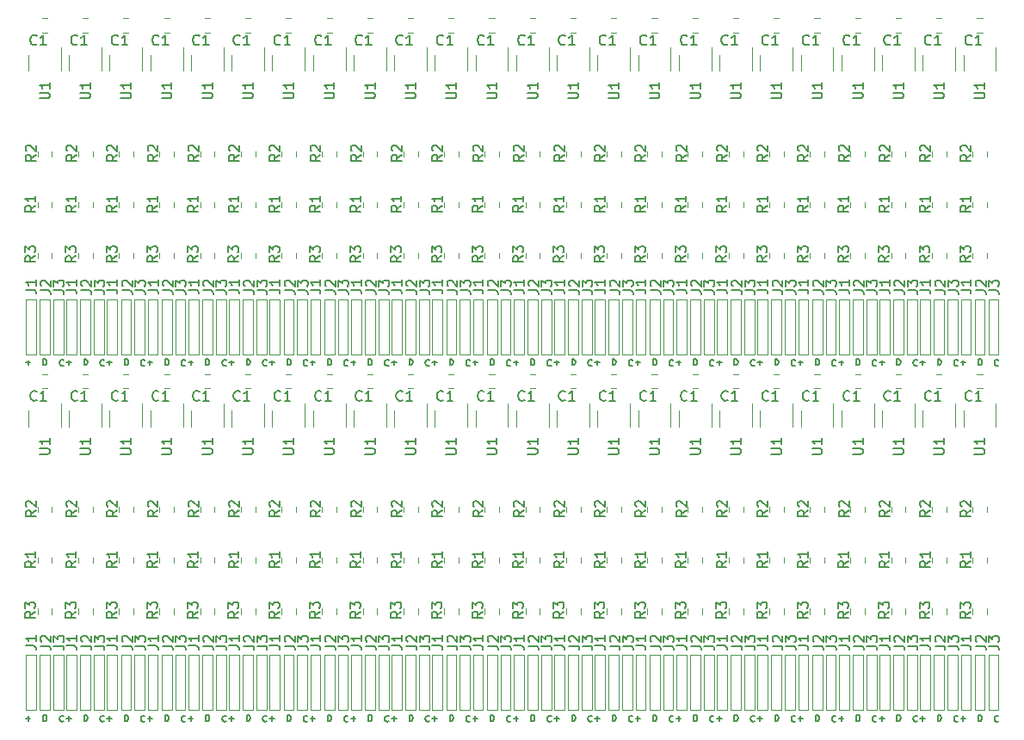
<source format=gbr>
G04 #@! TF.GenerationSoftware,KiCad,Pcbnew,5.1.5+dfsg1-2build2*
G04 #@! TF.CreationDate,2022-01-05T22:10:48-05:00*
G04 #@! TF.ProjectId,,58585858-5858-4585-9858-585858585858,rev?*
G04 #@! TF.SameCoordinates,Original*
G04 #@! TF.FileFunction,Legend,Top*
G04 #@! TF.FilePolarity,Positive*
%FSLAX46Y46*%
G04 Gerber Fmt 4.6, Leading zero omitted, Abs format (unit mm)*
G04 Created by KiCad (PCBNEW 5.1.5+dfsg1-2build2) date 2022-01-05 22:10:48*
%MOMM*%
%LPD*%
G04 APERTURE LIST*
%ADD10C,0.150000*%
%ADD11C,0.120000*%
G04 APERTURE END LIST*
D10*
X160194257Y-106848628D02*
X160194257Y-106248628D01*
X160337114Y-106248628D01*
X160422828Y-106277200D01*
X160479971Y-106334342D01*
X160508542Y-106391485D01*
X160537114Y-106505771D01*
X160537114Y-106591485D01*
X160508542Y-106705771D01*
X160479971Y-106762914D01*
X160422828Y-106820057D01*
X160337114Y-106848628D01*
X160194257Y-106848628D01*
X156194257Y-106848628D02*
X156194257Y-106248628D01*
X156337114Y-106248628D01*
X156422828Y-106277200D01*
X156479971Y-106334342D01*
X156508542Y-106391485D01*
X156537114Y-106505771D01*
X156537114Y-106591485D01*
X156508542Y-106705771D01*
X156479971Y-106762914D01*
X156422828Y-106820057D01*
X156337114Y-106848628D01*
X156194257Y-106848628D01*
X152194257Y-106848628D02*
X152194257Y-106248628D01*
X152337114Y-106248628D01*
X152422828Y-106277200D01*
X152479971Y-106334342D01*
X152508542Y-106391485D01*
X152537114Y-106505771D01*
X152537114Y-106591485D01*
X152508542Y-106705771D01*
X152479971Y-106762914D01*
X152422828Y-106820057D01*
X152337114Y-106848628D01*
X152194257Y-106848628D01*
X148194257Y-106848628D02*
X148194257Y-106248628D01*
X148337114Y-106248628D01*
X148422828Y-106277200D01*
X148479971Y-106334342D01*
X148508542Y-106391485D01*
X148537114Y-106505771D01*
X148537114Y-106591485D01*
X148508542Y-106705771D01*
X148479971Y-106762914D01*
X148422828Y-106820057D01*
X148337114Y-106848628D01*
X148194257Y-106848628D01*
X144194257Y-106848628D02*
X144194257Y-106248628D01*
X144337114Y-106248628D01*
X144422828Y-106277200D01*
X144479971Y-106334342D01*
X144508542Y-106391485D01*
X144537114Y-106505771D01*
X144537114Y-106591485D01*
X144508542Y-106705771D01*
X144479971Y-106762914D01*
X144422828Y-106820057D01*
X144337114Y-106848628D01*
X144194257Y-106848628D01*
X140194257Y-106848628D02*
X140194257Y-106248628D01*
X140337114Y-106248628D01*
X140422828Y-106277200D01*
X140479971Y-106334342D01*
X140508542Y-106391485D01*
X140537114Y-106505771D01*
X140537114Y-106591485D01*
X140508542Y-106705771D01*
X140479971Y-106762914D01*
X140422828Y-106820057D01*
X140337114Y-106848628D01*
X140194257Y-106848628D01*
X136194257Y-106848628D02*
X136194257Y-106248628D01*
X136337114Y-106248628D01*
X136422828Y-106277200D01*
X136479971Y-106334342D01*
X136508542Y-106391485D01*
X136537114Y-106505771D01*
X136537114Y-106591485D01*
X136508542Y-106705771D01*
X136479971Y-106762914D01*
X136422828Y-106820057D01*
X136337114Y-106848628D01*
X136194257Y-106848628D01*
X132194257Y-106848628D02*
X132194257Y-106248628D01*
X132337114Y-106248628D01*
X132422828Y-106277200D01*
X132479971Y-106334342D01*
X132508542Y-106391485D01*
X132537114Y-106505771D01*
X132537114Y-106591485D01*
X132508542Y-106705771D01*
X132479971Y-106762914D01*
X132422828Y-106820057D01*
X132337114Y-106848628D01*
X132194257Y-106848628D01*
X128194257Y-106848628D02*
X128194257Y-106248628D01*
X128337114Y-106248628D01*
X128422828Y-106277200D01*
X128479971Y-106334342D01*
X128508542Y-106391485D01*
X128537114Y-106505771D01*
X128537114Y-106591485D01*
X128508542Y-106705771D01*
X128479971Y-106762914D01*
X128422828Y-106820057D01*
X128337114Y-106848628D01*
X128194257Y-106848628D01*
X124194257Y-106848628D02*
X124194257Y-106248628D01*
X124337114Y-106248628D01*
X124422828Y-106277200D01*
X124479971Y-106334342D01*
X124508542Y-106391485D01*
X124537114Y-106505771D01*
X124537114Y-106591485D01*
X124508542Y-106705771D01*
X124479971Y-106762914D01*
X124422828Y-106820057D01*
X124337114Y-106848628D01*
X124194257Y-106848628D01*
X120194257Y-106848628D02*
X120194257Y-106248628D01*
X120337114Y-106248628D01*
X120422828Y-106277200D01*
X120479971Y-106334342D01*
X120508542Y-106391485D01*
X120537114Y-106505771D01*
X120537114Y-106591485D01*
X120508542Y-106705771D01*
X120479971Y-106762914D01*
X120422828Y-106820057D01*
X120337114Y-106848628D01*
X120194257Y-106848628D01*
X116194257Y-106848628D02*
X116194257Y-106248628D01*
X116337114Y-106248628D01*
X116422828Y-106277200D01*
X116479971Y-106334342D01*
X116508542Y-106391485D01*
X116537114Y-106505771D01*
X116537114Y-106591485D01*
X116508542Y-106705771D01*
X116479971Y-106762914D01*
X116422828Y-106820057D01*
X116337114Y-106848628D01*
X116194257Y-106848628D01*
X112194257Y-106848628D02*
X112194257Y-106248628D01*
X112337114Y-106248628D01*
X112422828Y-106277200D01*
X112479971Y-106334342D01*
X112508542Y-106391485D01*
X112537114Y-106505771D01*
X112537114Y-106591485D01*
X112508542Y-106705771D01*
X112479971Y-106762914D01*
X112422828Y-106820057D01*
X112337114Y-106848628D01*
X112194257Y-106848628D01*
X108194257Y-106848628D02*
X108194257Y-106248628D01*
X108337114Y-106248628D01*
X108422828Y-106277200D01*
X108479971Y-106334342D01*
X108508542Y-106391485D01*
X108537114Y-106505771D01*
X108537114Y-106591485D01*
X108508542Y-106705771D01*
X108479971Y-106762914D01*
X108422828Y-106820057D01*
X108337114Y-106848628D01*
X108194257Y-106848628D01*
X104194257Y-106848628D02*
X104194257Y-106248628D01*
X104337114Y-106248628D01*
X104422828Y-106277200D01*
X104479971Y-106334342D01*
X104508542Y-106391485D01*
X104537114Y-106505771D01*
X104537114Y-106591485D01*
X104508542Y-106705771D01*
X104479971Y-106762914D01*
X104422828Y-106820057D01*
X104337114Y-106848628D01*
X104194257Y-106848628D01*
X100194257Y-106848628D02*
X100194257Y-106248628D01*
X100337114Y-106248628D01*
X100422828Y-106277200D01*
X100479971Y-106334342D01*
X100508542Y-106391485D01*
X100537114Y-106505771D01*
X100537114Y-106591485D01*
X100508542Y-106705771D01*
X100479971Y-106762914D01*
X100422828Y-106820057D01*
X100337114Y-106848628D01*
X100194257Y-106848628D01*
X96194257Y-106848628D02*
X96194257Y-106248628D01*
X96337114Y-106248628D01*
X96422828Y-106277200D01*
X96479971Y-106334342D01*
X96508542Y-106391485D01*
X96537114Y-106505771D01*
X96537114Y-106591485D01*
X96508542Y-106705771D01*
X96479971Y-106762914D01*
X96422828Y-106820057D01*
X96337114Y-106848628D01*
X96194257Y-106848628D01*
X92194257Y-106848628D02*
X92194257Y-106248628D01*
X92337114Y-106248628D01*
X92422828Y-106277200D01*
X92479971Y-106334342D01*
X92508542Y-106391485D01*
X92537114Y-106505771D01*
X92537114Y-106591485D01*
X92508542Y-106705771D01*
X92479971Y-106762914D01*
X92422828Y-106820057D01*
X92337114Y-106848628D01*
X92194257Y-106848628D01*
X88194257Y-106848628D02*
X88194257Y-106248628D01*
X88337114Y-106248628D01*
X88422828Y-106277200D01*
X88479971Y-106334342D01*
X88508542Y-106391485D01*
X88537114Y-106505771D01*
X88537114Y-106591485D01*
X88508542Y-106705771D01*
X88479971Y-106762914D01*
X88422828Y-106820057D01*
X88337114Y-106848628D01*
X88194257Y-106848628D01*
X84194257Y-106848628D02*
X84194257Y-106248628D01*
X84337114Y-106248628D01*
X84422828Y-106277200D01*
X84479971Y-106334342D01*
X84508542Y-106391485D01*
X84537114Y-106505771D01*
X84537114Y-106591485D01*
X84508542Y-106705771D01*
X84479971Y-106762914D01*
X84422828Y-106820057D01*
X84337114Y-106848628D01*
X84194257Y-106848628D01*
X80194257Y-106848628D02*
X80194257Y-106248628D01*
X80337114Y-106248628D01*
X80422828Y-106277200D01*
X80479971Y-106334342D01*
X80508542Y-106391485D01*
X80537114Y-106505771D01*
X80537114Y-106591485D01*
X80508542Y-106705771D01*
X80479971Y-106762914D01*
X80422828Y-106820057D01*
X80337114Y-106848628D01*
X80194257Y-106848628D01*
X76194257Y-106848628D02*
X76194257Y-106248628D01*
X76337114Y-106248628D01*
X76422828Y-106277200D01*
X76479971Y-106334342D01*
X76508542Y-106391485D01*
X76537114Y-106505771D01*
X76537114Y-106591485D01*
X76508542Y-106705771D01*
X76479971Y-106762914D01*
X76422828Y-106820057D01*
X76337114Y-106848628D01*
X76194257Y-106848628D01*
X72194257Y-106848628D02*
X72194257Y-106248628D01*
X72337114Y-106248628D01*
X72422828Y-106277200D01*
X72479971Y-106334342D01*
X72508542Y-106391485D01*
X72537114Y-106505771D01*
X72537114Y-106591485D01*
X72508542Y-106705771D01*
X72479971Y-106762914D01*
X72422828Y-106820057D01*
X72337114Y-106848628D01*
X72194257Y-106848628D01*
X68194257Y-106848628D02*
X68194257Y-106248628D01*
X68337114Y-106248628D01*
X68422828Y-106277200D01*
X68479971Y-106334342D01*
X68508542Y-106391485D01*
X68537114Y-106505771D01*
X68537114Y-106591485D01*
X68508542Y-106705771D01*
X68479971Y-106762914D01*
X68422828Y-106820057D01*
X68337114Y-106848628D01*
X68194257Y-106848628D01*
X160194257Y-71848628D02*
X160194257Y-71248628D01*
X160337114Y-71248628D01*
X160422828Y-71277200D01*
X160479971Y-71334342D01*
X160508542Y-71391485D01*
X160537114Y-71505771D01*
X160537114Y-71591485D01*
X160508542Y-71705771D01*
X160479971Y-71762914D01*
X160422828Y-71820057D01*
X160337114Y-71848628D01*
X160194257Y-71848628D01*
X156194257Y-71848628D02*
X156194257Y-71248628D01*
X156337114Y-71248628D01*
X156422828Y-71277200D01*
X156479971Y-71334342D01*
X156508542Y-71391485D01*
X156537114Y-71505771D01*
X156537114Y-71591485D01*
X156508542Y-71705771D01*
X156479971Y-71762914D01*
X156422828Y-71820057D01*
X156337114Y-71848628D01*
X156194257Y-71848628D01*
X152194257Y-71848628D02*
X152194257Y-71248628D01*
X152337114Y-71248628D01*
X152422828Y-71277200D01*
X152479971Y-71334342D01*
X152508542Y-71391485D01*
X152537114Y-71505771D01*
X152537114Y-71591485D01*
X152508542Y-71705771D01*
X152479971Y-71762914D01*
X152422828Y-71820057D01*
X152337114Y-71848628D01*
X152194257Y-71848628D01*
X148194257Y-71848628D02*
X148194257Y-71248628D01*
X148337114Y-71248628D01*
X148422828Y-71277200D01*
X148479971Y-71334342D01*
X148508542Y-71391485D01*
X148537114Y-71505771D01*
X148537114Y-71591485D01*
X148508542Y-71705771D01*
X148479971Y-71762914D01*
X148422828Y-71820057D01*
X148337114Y-71848628D01*
X148194257Y-71848628D01*
X144194257Y-71848628D02*
X144194257Y-71248628D01*
X144337114Y-71248628D01*
X144422828Y-71277200D01*
X144479971Y-71334342D01*
X144508542Y-71391485D01*
X144537114Y-71505771D01*
X144537114Y-71591485D01*
X144508542Y-71705771D01*
X144479971Y-71762914D01*
X144422828Y-71820057D01*
X144337114Y-71848628D01*
X144194257Y-71848628D01*
X140194257Y-71848628D02*
X140194257Y-71248628D01*
X140337114Y-71248628D01*
X140422828Y-71277200D01*
X140479971Y-71334342D01*
X140508542Y-71391485D01*
X140537114Y-71505771D01*
X140537114Y-71591485D01*
X140508542Y-71705771D01*
X140479971Y-71762914D01*
X140422828Y-71820057D01*
X140337114Y-71848628D01*
X140194257Y-71848628D01*
X136194257Y-71848628D02*
X136194257Y-71248628D01*
X136337114Y-71248628D01*
X136422828Y-71277200D01*
X136479971Y-71334342D01*
X136508542Y-71391485D01*
X136537114Y-71505771D01*
X136537114Y-71591485D01*
X136508542Y-71705771D01*
X136479971Y-71762914D01*
X136422828Y-71820057D01*
X136337114Y-71848628D01*
X136194257Y-71848628D01*
X132194257Y-71848628D02*
X132194257Y-71248628D01*
X132337114Y-71248628D01*
X132422828Y-71277200D01*
X132479971Y-71334342D01*
X132508542Y-71391485D01*
X132537114Y-71505771D01*
X132537114Y-71591485D01*
X132508542Y-71705771D01*
X132479971Y-71762914D01*
X132422828Y-71820057D01*
X132337114Y-71848628D01*
X132194257Y-71848628D01*
X128194257Y-71848628D02*
X128194257Y-71248628D01*
X128337114Y-71248628D01*
X128422828Y-71277200D01*
X128479971Y-71334342D01*
X128508542Y-71391485D01*
X128537114Y-71505771D01*
X128537114Y-71591485D01*
X128508542Y-71705771D01*
X128479971Y-71762914D01*
X128422828Y-71820057D01*
X128337114Y-71848628D01*
X128194257Y-71848628D01*
X124194257Y-71848628D02*
X124194257Y-71248628D01*
X124337114Y-71248628D01*
X124422828Y-71277200D01*
X124479971Y-71334342D01*
X124508542Y-71391485D01*
X124537114Y-71505771D01*
X124537114Y-71591485D01*
X124508542Y-71705771D01*
X124479971Y-71762914D01*
X124422828Y-71820057D01*
X124337114Y-71848628D01*
X124194257Y-71848628D01*
X120194257Y-71848628D02*
X120194257Y-71248628D01*
X120337114Y-71248628D01*
X120422828Y-71277200D01*
X120479971Y-71334342D01*
X120508542Y-71391485D01*
X120537114Y-71505771D01*
X120537114Y-71591485D01*
X120508542Y-71705771D01*
X120479971Y-71762914D01*
X120422828Y-71820057D01*
X120337114Y-71848628D01*
X120194257Y-71848628D01*
X116194257Y-71848628D02*
X116194257Y-71248628D01*
X116337114Y-71248628D01*
X116422828Y-71277200D01*
X116479971Y-71334342D01*
X116508542Y-71391485D01*
X116537114Y-71505771D01*
X116537114Y-71591485D01*
X116508542Y-71705771D01*
X116479971Y-71762914D01*
X116422828Y-71820057D01*
X116337114Y-71848628D01*
X116194257Y-71848628D01*
X112194257Y-71848628D02*
X112194257Y-71248628D01*
X112337114Y-71248628D01*
X112422828Y-71277200D01*
X112479971Y-71334342D01*
X112508542Y-71391485D01*
X112537114Y-71505771D01*
X112537114Y-71591485D01*
X112508542Y-71705771D01*
X112479971Y-71762914D01*
X112422828Y-71820057D01*
X112337114Y-71848628D01*
X112194257Y-71848628D01*
X108194257Y-71848628D02*
X108194257Y-71248628D01*
X108337114Y-71248628D01*
X108422828Y-71277200D01*
X108479971Y-71334342D01*
X108508542Y-71391485D01*
X108537114Y-71505771D01*
X108537114Y-71591485D01*
X108508542Y-71705771D01*
X108479971Y-71762914D01*
X108422828Y-71820057D01*
X108337114Y-71848628D01*
X108194257Y-71848628D01*
X104194257Y-71848628D02*
X104194257Y-71248628D01*
X104337114Y-71248628D01*
X104422828Y-71277200D01*
X104479971Y-71334342D01*
X104508542Y-71391485D01*
X104537114Y-71505771D01*
X104537114Y-71591485D01*
X104508542Y-71705771D01*
X104479971Y-71762914D01*
X104422828Y-71820057D01*
X104337114Y-71848628D01*
X104194257Y-71848628D01*
X100194257Y-71848628D02*
X100194257Y-71248628D01*
X100337114Y-71248628D01*
X100422828Y-71277200D01*
X100479971Y-71334342D01*
X100508542Y-71391485D01*
X100537114Y-71505771D01*
X100537114Y-71591485D01*
X100508542Y-71705771D01*
X100479971Y-71762914D01*
X100422828Y-71820057D01*
X100337114Y-71848628D01*
X100194257Y-71848628D01*
X96194257Y-71848628D02*
X96194257Y-71248628D01*
X96337114Y-71248628D01*
X96422828Y-71277200D01*
X96479971Y-71334342D01*
X96508542Y-71391485D01*
X96537114Y-71505771D01*
X96537114Y-71591485D01*
X96508542Y-71705771D01*
X96479971Y-71762914D01*
X96422828Y-71820057D01*
X96337114Y-71848628D01*
X96194257Y-71848628D01*
X92194257Y-71848628D02*
X92194257Y-71248628D01*
X92337114Y-71248628D01*
X92422828Y-71277200D01*
X92479971Y-71334342D01*
X92508542Y-71391485D01*
X92537114Y-71505771D01*
X92537114Y-71591485D01*
X92508542Y-71705771D01*
X92479971Y-71762914D01*
X92422828Y-71820057D01*
X92337114Y-71848628D01*
X92194257Y-71848628D01*
X88194257Y-71848628D02*
X88194257Y-71248628D01*
X88337114Y-71248628D01*
X88422828Y-71277200D01*
X88479971Y-71334342D01*
X88508542Y-71391485D01*
X88537114Y-71505771D01*
X88537114Y-71591485D01*
X88508542Y-71705771D01*
X88479971Y-71762914D01*
X88422828Y-71820057D01*
X88337114Y-71848628D01*
X88194257Y-71848628D01*
X84194257Y-71848628D02*
X84194257Y-71248628D01*
X84337114Y-71248628D01*
X84422828Y-71277200D01*
X84479971Y-71334342D01*
X84508542Y-71391485D01*
X84537114Y-71505771D01*
X84537114Y-71591485D01*
X84508542Y-71705771D01*
X84479971Y-71762914D01*
X84422828Y-71820057D01*
X84337114Y-71848628D01*
X84194257Y-71848628D01*
X80194257Y-71848628D02*
X80194257Y-71248628D01*
X80337114Y-71248628D01*
X80422828Y-71277200D01*
X80479971Y-71334342D01*
X80508542Y-71391485D01*
X80537114Y-71505771D01*
X80537114Y-71591485D01*
X80508542Y-71705771D01*
X80479971Y-71762914D01*
X80422828Y-71820057D01*
X80337114Y-71848628D01*
X80194257Y-71848628D01*
X76194257Y-71848628D02*
X76194257Y-71248628D01*
X76337114Y-71248628D01*
X76422828Y-71277200D01*
X76479971Y-71334342D01*
X76508542Y-71391485D01*
X76537114Y-71505771D01*
X76537114Y-71591485D01*
X76508542Y-71705771D01*
X76479971Y-71762914D01*
X76422828Y-71820057D01*
X76337114Y-71848628D01*
X76194257Y-71848628D01*
X72194257Y-71848628D02*
X72194257Y-71248628D01*
X72337114Y-71248628D01*
X72422828Y-71277200D01*
X72479971Y-71334342D01*
X72508542Y-71391485D01*
X72537114Y-71505771D01*
X72537114Y-71591485D01*
X72508542Y-71705771D01*
X72479971Y-71762914D01*
X72422828Y-71820057D01*
X72337114Y-71848628D01*
X72194257Y-71848628D01*
X162162714Y-106854985D02*
X162134142Y-106883557D01*
X162048428Y-106912128D01*
X161991285Y-106912128D01*
X161905571Y-106883557D01*
X161848428Y-106826414D01*
X161819857Y-106769271D01*
X161791285Y-106654985D01*
X161791285Y-106569271D01*
X161819857Y-106454985D01*
X161848428Y-106397842D01*
X161905571Y-106340700D01*
X161991285Y-106312128D01*
X162048428Y-106312128D01*
X162134142Y-106340700D01*
X162162714Y-106369271D01*
X158162714Y-106854985D02*
X158134142Y-106883557D01*
X158048428Y-106912128D01*
X157991285Y-106912128D01*
X157905571Y-106883557D01*
X157848428Y-106826414D01*
X157819857Y-106769271D01*
X157791285Y-106654985D01*
X157791285Y-106569271D01*
X157819857Y-106454985D01*
X157848428Y-106397842D01*
X157905571Y-106340700D01*
X157991285Y-106312128D01*
X158048428Y-106312128D01*
X158134142Y-106340700D01*
X158162714Y-106369271D01*
X154162714Y-106854985D02*
X154134142Y-106883557D01*
X154048428Y-106912128D01*
X153991285Y-106912128D01*
X153905571Y-106883557D01*
X153848428Y-106826414D01*
X153819857Y-106769271D01*
X153791285Y-106654985D01*
X153791285Y-106569271D01*
X153819857Y-106454985D01*
X153848428Y-106397842D01*
X153905571Y-106340700D01*
X153991285Y-106312128D01*
X154048428Y-106312128D01*
X154134142Y-106340700D01*
X154162714Y-106369271D01*
X150162714Y-106854985D02*
X150134142Y-106883557D01*
X150048428Y-106912128D01*
X149991285Y-106912128D01*
X149905571Y-106883557D01*
X149848428Y-106826414D01*
X149819857Y-106769271D01*
X149791285Y-106654985D01*
X149791285Y-106569271D01*
X149819857Y-106454985D01*
X149848428Y-106397842D01*
X149905571Y-106340700D01*
X149991285Y-106312128D01*
X150048428Y-106312128D01*
X150134142Y-106340700D01*
X150162714Y-106369271D01*
X146162714Y-106854985D02*
X146134142Y-106883557D01*
X146048428Y-106912128D01*
X145991285Y-106912128D01*
X145905571Y-106883557D01*
X145848428Y-106826414D01*
X145819857Y-106769271D01*
X145791285Y-106654985D01*
X145791285Y-106569271D01*
X145819857Y-106454985D01*
X145848428Y-106397842D01*
X145905571Y-106340700D01*
X145991285Y-106312128D01*
X146048428Y-106312128D01*
X146134142Y-106340700D01*
X146162714Y-106369271D01*
X142162714Y-106854985D02*
X142134142Y-106883557D01*
X142048428Y-106912128D01*
X141991285Y-106912128D01*
X141905571Y-106883557D01*
X141848428Y-106826414D01*
X141819857Y-106769271D01*
X141791285Y-106654985D01*
X141791285Y-106569271D01*
X141819857Y-106454985D01*
X141848428Y-106397842D01*
X141905571Y-106340700D01*
X141991285Y-106312128D01*
X142048428Y-106312128D01*
X142134142Y-106340700D01*
X142162714Y-106369271D01*
X138162714Y-106854985D02*
X138134142Y-106883557D01*
X138048428Y-106912128D01*
X137991285Y-106912128D01*
X137905571Y-106883557D01*
X137848428Y-106826414D01*
X137819857Y-106769271D01*
X137791285Y-106654985D01*
X137791285Y-106569271D01*
X137819857Y-106454985D01*
X137848428Y-106397842D01*
X137905571Y-106340700D01*
X137991285Y-106312128D01*
X138048428Y-106312128D01*
X138134142Y-106340700D01*
X138162714Y-106369271D01*
X134162714Y-106854985D02*
X134134142Y-106883557D01*
X134048428Y-106912128D01*
X133991285Y-106912128D01*
X133905571Y-106883557D01*
X133848428Y-106826414D01*
X133819857Y-106769271D01*
X133791285Y-106654985D01*
X133791285Y-106569271D01*
X133819857Y-106454985D01*
X133848428Y-106397842D01*
X133905571Y-106340700D01*
X133991285Y-106312128D01*
X134048428Y-106312128D01*
X134134142Y-106340700D01*
X134162714Y-106369271D01*
X130162714Y-106854985D02*
X130134142Y-106883557D01*
X130048428Y-106912128D01*
X129991285Y-106912128D01*
X129905571Y-106883557D01*
X129848428Y-106826414D01*
X129819857Y-106769271D01*
X129791285Y-106654985D01*
X129791285Y-106569271D01*
X129819857Y-106454985D01*
X129848428Y-106397842D01*
X129905571Y-106340700D01*
X129991285Y-106312128D01*
X130048428Y-106312128D01*
X130134142Y-106340700D01*
X130162714Y-106369271D01*
X126162714Y-106854985D02*
X126134142Y-106883557D01*
X126048428Y-106912128D01*
X125991285Y-106912128D01*
X125905571Y-106883557D01*
X125848428Y-106826414D01*
X125819857Y-106769271D01*
X125791285Y-106654985D01*
X125791285Y-106569271D01*
X125819857Y-106454985D01*
X125848428Y-106397842D01*
X125905571Y-106340700D01*
X125991285Y-106312128D01*
X126048428Y-106312128D01*
X126134142Y-106340700D01*
X126162714Y-106369271D01*
X122162714Y-106854985D02*
X122134142Y-106883557D01*
X122048428Y-106912128D01*
X121991285Y-106912128D01*
X121905571Y-106883557D01*
X121848428Y-106826414D01*
X121819857Y-106769271D01*
X121791285Y-106654985D01*
X121791285Y-106569271D01*
X121819857Y-106454985D01*
X121848428Y-106397842D01*
X121905571Y-106340700D01*
X121991285Y-106312128D01*
X122048428Y-106312128D01*
X122134142Y-106340700D01*
X122162714Y-106369271D01*
X118162714Y-106854985D02*
X118134142Y-106883557D01*
X118048428Y-106912128D01*
X117991285Y-106912128D01*
X117905571Y-106883557D01*
X117848428Y-106826414D01*
X117819857Y-106769271D01*
X117791285Y-106654985D01*
X117791285Y-106569271D01*
X117819857Y-106454985D01*
X117848428Y-106397842D01*
X117905571Y-106340700D01*
X117991285Y-106312128D01*
X118048428Y-106312128D01*
X118134142Y-106340700D01*
X118162714Y-106369271D01*
X114162714Y-106854985D02*
X114134142Y-106883557D01*
X114048428Y-106912128D01*
X113991285Y-106912128D01*
X113905571Y-106883557D01*
X113848428Y-106826414D01*
X113819857Y-106769271D01*
X113791285Y-106654985D01*
X113791285Y-106569271D01*
X113819857Y-106454985D01*
X113848428Y-106397842D01*
X113905571Y-106340700D01*
X113991285Y-106312128D01*
X114048428Y-106312128D01*
X114134142Y-106340700D01*
X114162714Y-106369271D01*
X110162714Y-106854985D02*
X110134142Y-106883557D01*
X110048428Y-106912128D01*
X109991285Y-106912128D01*
X109905571Y-106883557D01*
X109848428Y-106826414D01*
X109819857Y-106769271D01*
X109791285Y-106654985D01*
X109791285Y-106569271D01*
X109819857Y-106454985D01*
X109848428Y-106397842D01*
X109905571Y-106340700D01*
X109991285Y-106312128D01*
X110048428Y-106312128D01*
X110134142Y-106340700D01*
X110162714Y-106369271D01*
X106162714Y-106854985D02*
X106134142Y-106883557D01*
X106048428Y-106912128D01*
X105991285Y-106912128D01*
X105905571Y-106883557D01*
X105848428Y-106826414D01*
X105819857Y-106769271D01*
X105791285Y-106654985D01*
X105791285Y-106569271D01*
X105819857Y-106454985D01*
X105848428Y-106397842D01*
X105905571Y-106340700D01*
X105991285Y-106312128D01*
X106048428Y-106312128D01*
X106134142Y-106340700D01*
X106162714Y-106369271D01*
X102162714Y-106854985D02*
X102134142Y-106883557D01*
X102048428Y-106912128D01*
X101991285Y-106912128D01*
X101905571Y-106883557D01*
X101848428Y-106826414D01*
X101819857Y-106769271D01*
X101791285Y-106654985D01*
X101791285Y-106569271D01*
X101819857Y-106454985D01*
X101848428Y-106397842D01*
X101905571Y-106340700D01*
X101991285Y-106312128D01*
X102048428Y-106312128D01*
X102134142Y-106340700D01*
X102162714Y-106369271D01*
X98162714Y-106854985D02*
X98134142Y-106883557D01*
X98048428Y-106912128D01*
X97991285Y-106912128D01*
X97905571Y-106883557D01*
X97848428Y-106826414D01*
X97819857Y-106769271D01*
X97791285Y-106654985D01*
X97791285Y-106569271D01*
X97819857Y-106454985D01*
X97848428Y-106397842D01*
X97905571Y-106340700D01*
X97991285Y-106312128D01*
X98048428Y-106312128D01*
X98134142Y-106340700D01*
X98162714Y-106369271D01*
X94162714Y-106854985D02*
X94134142Y-106883557D01*
X94048428Y-106912128D01*
X93991285Y-106912128D01*
X93905571Y-106883557D01*
X93848428Y-106826414D01*
X93819857Y-106769271D01*
X93791285Y-106654985D01*
X93791285Y-106569271D01*
X93819857Y-106454985D01*
X93848428Y-106397842D01*
X93905571Y-106340700D01*
X93991285Y-106312128D01*
X94048428Y-106312128D01*
X94134142Y-106340700D01*
X94162714Y-106369271D01*
X90162714Y-106854985D02*
X90134142Y-106883557D01*
X90048428Y-106912128D01*
X89991285Y-106912128D01*
X89905571Y-106883557D01*
X89848428Y-106826414D01*
X89819857Y-106769271D01*
X89791285Y-106654985D01*
X89791285Y-106569271D01*
X89819857Y-106454985D01*
X89848428Y-106397842D01*
X89905571Y-106340700D01*
X89991285Y-106312128D01*
X90048428Y-106312128D01*
X90134142Y-106340700D01*
X90162714Y-106369271D01*
X86162714Y-106854985D02*
X86134142Y-106883557D01*
X86048428Y-106912128D01*
X85991285Y-106912128D01*
X85905571Y-106883557D01*
X85848428Y-106826414D01*
X85819857Y-106769271D01*
X85791285Y-106654985D01*
X85791285Y-106569271D01*
X85819857Y-106454985D01*
X85848428Y-106397842D01*
X85905571Y-106340700D01*
X85991285Y-106312128D01*
X86048428Y-106312128D01*
X86134142Y-106340700D01*
X86162714Y-106369271D01*
X82162714Y-106854985D02*
X82134142Y-106883557D01*
X82048428Y-106912128D01*
X81991285Y-106912128D01*
X81905571Y-106883557D01*
X81848428Y-106826414D01*
X81819857Y-106769271D01*
X81791285Y-106654985D01*
X81791285Y-106569271D01*
X81819857Y-106454985D01*
X81848428Y-106397842D01*
X81905571Y-106340700D01*
X81991285Y-106312128D01*
X82048428Y-106312128D01*
X82134142Y-106340700D01*
X82162714Y-106369271D01*
X78162714Y-106854985D02*
X78134142Y-106883557D01*
X78048428Y-106912128D01*
X77991285Y-106912128D01*
X77905571Y-106883557D01*
X77848428Y-106826414D01*
X77819857Y-106769271D01*
X77791285Y-106654985D01*
X77791285Y-106569271D01*
X77819857Y-106454985D01*
X77848428Y-106397842D01*
X77905571Y-106340700D01*
X77991285Y-106312128D01*
X78048428Y-106312128D01*
X78134142Y-106340700D01*
X78162714Y-106369271D01*
X74162714Y-106854985D02*
X74134142Y-106883557D01*
X74048428Y-106912128D01*
X73991285Y-106912128D01*
X73905571Y-106883557D01*
X73848428Y-106826414D01*
X73819857Y-106769271D01*
X73791285Y-106654985D01*
X73791285Y-106569271D01*
X73819857Y-106454985D01*
X73848428Y-106397842D01*
X73905571Y-106340700D01*
X73991285Y-106312128D01*
X74048428Y-106312128D01*
X74134142Y-106340700D01*
X74162714Y-106369271D01*
X70162714Y-106854985D02*
X70134142Y-106883557D01*
X70048428Y-106912128D01*
X69991285Y-106912128D01*
X69905571Y-106883557D01*
X69848428Y-106826414D01*
X69819857Y-106769271D01*
X69791285Y-106654985D01*
X69791285Y-106569271D01*
X69819857Y-106454985D01*
X69848428Y-106397842D01*
X69905571Y-106340700D01*
X69991285Y-106312128D01*
X70048428Y-106312128D01*
X70134142Y-106340700D01*
X70162714Y-106369271D01*
X162162714Y-71854985D02*
X162134142Y-71883557D01*
X162048428Y-71912128D01*
X161991285Y-71912128D01*
X161905571Y-71883557D01*
X161848428Y-71826414D01*
X161819857Y-71769271D01*
X161791285Y-71654985D01*
X161791285Y-71569271D01*
X161819857Y-71454985D01*
X161848428Y-71397842D01*
X161905571Y-71340700D01*
X161991285Y-71312128D01*
X162048428Y-71312128D01*
X162134142Y-71340700D01*
X162162714Y-71369271D01*
X158162714Y-71854985D02*
X158134142Y-71883557D01*
X158048428Y-71912128D01*
X157991285Y-71912128D01*
X157905571Y-71883557D01*
X157848428Y-71826414D01*
X157819857Y-71769271D01*
X157791285Y-71654985D01*
X157791285Y-71569271D01*
X157819857Y-71454985D01*
X157848428Y-71397842D01*
X157905571Y-71340700D01*
X157991285Y-71312128D01*
X158048428Y-71312128D01*
X158134142Y-71340700D01*
X158162714Y-71369271D01*
X154162714Y-71854985D02*
X154134142Y-71883557D01*
X154048428Y-71912128D01*
X153991285Y-71912128D01*
X153905571Y-71883557D01*
X153848428Y-71826414D01*
X153819857Y-71769271D01*
X153791285Y-71654985D01*
X153791285Y-71569271D01*
X153819857Y-71454985D01*
X153848428Y-71397842D01*
X153905571Y-71340700D01*
X153991285Y-71312128D01*
X154048428Y-71312128D01*
X154134142Y-71340700D01*
X154162714Y-71369271D01*
X150162714Y-71854985D02*
X150134142Y-71883557D01*
X150048428Y-71912128D01*
X149991285Y-71912128D01*
X149905571Y-71883557D01*
X149848428Y-71826414D01*
X149819857Y-71769271D01*
X149791285Y-71654985D01*
X149791285Y-71569271D01*
X149819857Y-71454985D01*
X149848428Y-71397842D01*
X149905571Y-71340700D01*
X149991285Y-71312128D01*
X150048428Y-71312128D01*
X150134142Y-71340700D01*
X150162714Y-71369271D01*
X146162714Y-71854985D02*
X146134142Y-71883557D01*
X146048428Y-71912128D01*
X145991285Y-71912128D01*
X145905571Y-71883557D01*
X145848428Y-71826414D01*
X145819857Y-71769271D01*
X145791285Y-71654985D01*
X145791285Y-71569271D01*
X145819857Y-71454985D01*
X145848428Y-71397842D01*
X145905571Y-71340700D01*
X145991285Y-71312128D01*
X146048428Y-71312128D01*
X146134142Y-71340700D01*
X146162714Y-71369271D01*
X142162714Y-71854985D02*
X142134142Y-71883557D01*
X142048428Y-71912128D01*
X141991285Y-71912128D01*
X141905571Y-71883557D01*
X141848428Y-71826414D01*
X141819857Y-71769271D01*
X141791285Y-71654985D01*
X141791285Y-71569271D01*
X141819857Y-71454985D01*
X141848428Y-71397842D01*
X141905571Y-71340700D01*
X141991285Y-71312128D01*
X142048428Y-71312128D01*
X142134142Y-71340700D01*
X142162714Y-71369271D01*
X138162714Y-71854985D02*
X138134142Y-71883557D01*
X138048428Y-71912128D01*
X137991285Y-71912128D01*
X137905571Y-71883557D01*
X137848428Y-71826414D01*
X137819857Y-71769271D01*
X137791285Y-71654985D01*
X137791285Y-71569271D01*
X137819857Y-71454985D01*
X137848428Y-71397842D01*
X137905571Y-71340700D01*
X137991285Y-71312128D01*
X138048428Y-71312128D01*
X138134142Y-71340700D01*
X138162714Y-71369271D01*
X134162714Y-71854985D02*
X134134142Y-71883557D01*
X134048428Y-71912128D01*
X133991285Y-71912128D01*
X133905571Y-71883557D01*
X133848428Y-71826414D01*
X133819857Y-71769271D01*
X133791285Y-71654985D01*
X133791285Y-71569271D01*
X133819857Y-71454985D01*
X133848428Y-71397842D01*
X133905571Y-71340700D01*
X133991285Y-71312128D01*
X134048428Y-71312128D01*
X134134142Y-71340700D01*
X134162714Y-71369271D01*
X130162714Y-71854985D02*
X130134142Y-71883557D01*
X130048428Y-71912128D01*
X129991285Y-71912128D01*
X129905571Y-71883557D01*
X129848428Y-71826414D01*
X129819857Y-71769271D01*
X129791285Y-71654985D01*
X129791285Y-71569271D01*
X129819857Y-71454985D01*
X129848428Y-71397842D01*
X129905571Y-71340700D01*
X129991285Y-71312128D01*
X130048428Y-71312128D01*
X130134142Y-71340700D01*
X130162714Y-71369271D01*
X126162714Y-71854985D02*
X126134142Y-71883557D01*
X126048428Y-71912128D01*
X125991285Y-71912128D01*
X125905571Y-71883557D01*
X125848428Y-71826414D01*
X125819857Y-71769271D01*
X125791285Y-71654985D01*
X125791285Y-71569271D01*
X125819857Y-71454985D01*
X125848428Y-71397842D01*
X125905571Y-71340700D01*
X125991285Y-71312128D01*
X126048428Y-71312128D01*
X126134142Y-71340700D01*
X126162714Y-71369271D01*
X122162714Y-71854985D02*
X122134142Y-71883557D01*
X122048428Y-71912128D01*
X121991285Y-71912128D01*
X121905571Y-71883557D01*
X121848428Y-71826414D01*
X121819857Y-71769271D01*
X121791285Y-71654985D01*
X121791285Y-71569271D01*
X121819857Y-71454985D01*
X121848428Y-71397842D01*
X121905571Y-71340700D01*
X121991285Y-71312128D01*
X122048428Y-71312128D01*
X122134142Y-71340700D01*
X122162714Y-71369271D01*
X118162714Y-71854985D02*
X118134142Y-71883557D01*
X118048428Y-71912128D01*
X117991285Y-71912128D01*
X117905571Y-71883557D01*
X117848428Y-71826414D01*
X117819857Y-71769271D01*
X117791285Y-71654985D01*
X117791285Y-71569271D01*
X117819857Y-71454985D01*
X117848428Y-71397842D01*
X117905571Y-71340700D01*
X117991285Y-71312128D01*
X118048428Y-71312128D01*
X118134142Y-71340700D01*
X118162714Y-71369271D01*
X114162714Y-71854985D02*
X114134142Y-71883557D01*
X114048428Y-71912128D01*
X113991285Y-71912128D01*
X113905571Y-71883557D01*
X113848428Y-71826414D01*
X113819857Y-71769271D01*
X113791285Y-71654985D01*
X113791285Y-71569271D01*
X113819857Y-71454985D01*
X113848428Y-71397842D01*
X113905571Y-71340700D01*
X113991285Y-71312128D01*
X114048428Y-71312128D01*
X114134142Y-71340700D01*
X114162714Y-71369271D01*
X110162714Y-71854985D02*
X110134142Y-71883557D01*
X110048428Y-71912128D01*
X109991285Y-71912128D01*
X109905571Y-71883557D01*
X109848428Y-71826414D01*
X109819857Y-71769271D01*
X109791285Y-71654985D01*
X109791285Y-71569271D01*
X109819857Y-71454985D01*
X109848428Y-71397842D01*
X109905571Y-71340700D01*
X109991285Y-71312128D01*
X110048428Y-71312128D01*
X110134142Y-71340700D01*
X110162714Y-71369271D01*
X106162714Y-71854985D02*
X106134142Y-71883557D01*
X106048428Y-71912128D01*
X105991285Y-71912128D01*
X105905571Y-71883557D01*
X105848428Y-71826414D01*
X105819857Y-71769271D01*
X105791285Y-71654985D01*
X105791285Y-71569271D01*
X105819857Y-71454985D01*
X105848428Y-71397842D01*
X105905571Y-71340700D01*
X105991285Y-71312128D01*
X106048428Y-71312128D01*
X106134142Y-71340700D01*
X106162714Y-71369271D01*
X102162714Y-71854985D02*
X102134142Y-71883557D01*
X102048428Y-71912128D01*
X101991285Y-71912128D01*
X101905571Y-71883557D01*
X101848428Y-71826414D01*
X101819857Y-71769271D01*
X101791285Y-71654985D01*
X101791285Y-71569271D01*
X101819857Y-71454985D01*
X101848428Y-71397842D01*
X101905571Y-71340700D01*
X101991285Y-71312128D01*
X102048428Y-71312128D01*
X102134142Y-71340700D01*
X102162714Y-71369271D01*
X98162714Y-71854985D02*
X98134142Y-71883557D01*
X98048428Y-71912128D01*
X97991285Y-71912128D01*
X97905571Y-71883557D01*
X97848428Y-71826414D01*
X97819857Y-71769271D01*
X97791285Y-71654985D01*
X97791285Y-71569271D01*
X97819857Y-71454985D01*
X97848428Y-71397842D01*
X97905571Y-71340700D01*
X97991285Y-71312128D01*
X98048428Y-71312128D01*
X98134142Y-71340700D01*
X98162714Y-71369271D01*
X94162714Y-71854985D02*
X94134142Y-71883557D01*
X94048428Y-71912128D01*
X93991285Y-71912128D01*
X93905571Y-71883557D01*
X93848428Y-71826414D01*
X93819857Y-71769271D01*
X93791285Y-71654985D01*
X93791285Y-71569271D01*
X93819857Y-71454985D01*
X93848428Y-71397842D01*
X93905571Y-71340700D01*
X93991285Y-71312128D01*
X94048428Y-71312128D01*
X94134142Y-71340700D01*
X94162714Y-71369271D01*
X90162714Y-71854985D02*
X90134142Y-71883557D01*
X90048428Y-71912128D01*
X89991285Y-71912128D01*
X89905571Y-71883557D01*
X89848428Y-71826414D01*
X89819857Y-71769271D01*
X89791285Y-71654985D01*
X89791285Y-71569271D01*
X89819857Y-71454985D01*
X89848428Y-71397842D01*
X89905571Y-71340700D01*
X89991285Y-71312128D01*
X90048428Y-71312128D01*
X90134142Y-71340700D01*
X90162714Y-71369271D01*
X86162714Y-71854985D02*
X86134142Y-71883557D01*
X86048428Y-71912128D01*
X85991285Y-71912128D01*
X85905571Y-71883557D01*
X85848428Y-71826414D01*
X85819857Y-71769271D01*
X85791285Y-71654985D01*
X85791285Y-71569271D01*
X85819857Y-71454985D01*
X85848428Y-71397842D01*
X85905571Y-71340700D01*
X85991285Y-71312128D01*
X86048428Y-71312128D01*
X86134142Y-71340700D01*
X86162714Y-71369271D01*
X82162714Y-71854985D02*
X82134142Y-71883557D01*
X82048428Y-71912128D01*
X81991285Y-71912128D01*
X81905571Y-71883557D01*
X81848428Y-71826414D01*
X81819857Y-71769271D01*
X81791285Y-71654985D01*
X81791285Y-71569271D01*
X81819857Y-71454985D01*
X81848428Y-71397842D01*
X81905571Y-71340700D01*
X81991285Y-71312128D01*
X82048428Y-71312128D01*
X82134142Y-71340700D01*
X82162714Y-71369271D01*
X78162714Y-71854985D02*
X78134142Y-71883557D01*
X78048428Y-71912128D01*
X77991285Y-71912128D01*
X77905571Y-71883557D01*
X77848428Y-71826414D01*
X77819857Y-71769271D01*
X77791285Y-71654985D01*
X77791285Y-71569271D01*
X77819857Y-71454985D01*
X77848428Y-71397842D01*
X77905571Y-71340700D01*
X77991285Y-71312128D01*
X78048428Y-71312128D01*
X78134142Y-71340700D01*
X78162714Y-71369271D01*
X74162714Y-71854985D02*
X74134142Y-71883557D01*
X74048428Y-71912128D01*
X73991285Y-71912128D01*
X73905571Y-71883557D01*
X73848428Y-71826414D01*
X73819857Y-71769271D01*
X73791285Y-71654985D01*
X73791285Y-71569271D01*
X73819857Y-71454985D01*
X73848428Y-71397842D01*
X73905571Y-71340700D01*
X73991285Y-71312128D01*
X74048428Y-71312128D01*
X74134142Y-71340700D01*
X74162714Y-71369271D01*
X158471828Y-106594657D02*
X158928971Y-106594657D01*
X158700400Y-106823228D02*
X158700400Y-106366085D01*
X154471828Y-106594657D02*
X154928971Y-106594657D01*
X154700400Y-106823228D02*
X154700400Y-106366085D01*
X150471828Y-106594657D02*
X150928971Y-106594657D01*
X150700400Y-106823228D02*
X150700400Y-106366085D01*
X146471828Y-106594657D02*
X146928971Y-106594657D01*
X146700400Y-106823228D02*
X146700400Y-106366085D01*
X142471828Y-106594657D02*
X142928971Y-106594657D01*
X142700400Y-106823228D02*
X142700400Y-106366085D01*
X138471828Y-106594657D02*
X138928971Y-106594657D01*
X138700400Y-106823228D02*
X138700400Y-106366085D01*
X134471828Y-106594657D02*
X134928971Y-106594657D01*
X134700400Y-106823228D02*
X134700400Y-106366085D01*
X130471828Y-106594657D02*
X130928971Y-106594657D01*
X130700400Y-106823228D02*
X130700400Y-106366085D01*
X126471828Y-106594657D02*
X126928971Y-106594657D01*
X126700400Y-106823228D02*
X126700400Y-106366085D01*
X122471828Y-106594657D02*
X122928971Y-106594657D01*
X122700400Y-106823228D02*
X122700400Y-106366085D01*
X118471828Y-106594657D02*
X118928971Y-106594657D01*
X118700400Y-106823228D02*
X118700400Y-106366085D01*
X114471828Y-106594657D02*
X114928971Y-106594657D01*
X114700400Y-106823228D02*
X114700400Y-106366085D01*
X110471828Y-106594657D02*
X110928971Y-106594657D01*
X110700400Y-106823228D02*
X110700400Y-106366085D01*
X106471828Y-106594657D02*
X106928971Y-106594657D01*
X106700400Y-106823228D02*
X106700400Y-106366085D01*
X102471828Y-106594657D02*
X102928971Y-106594657D01*
X102700400Y-106823228D02*
X102700400Y-106366085D01*
X98471828Y-106594657D02*
X98928971Y-106594657D01*
X98700400Y-106823228D02*
X98700400Y-106366085D01*
X94471828Y-106594657D02*
X94928971Y-106594657D01*
X94700400Y-106823228D02*
X94700400Y-106366085D01*
X90471828Y-106594657D02*
X90928971Y-106594657D01*
X90700400Y-106823228D02*
X90700400Y-106366085D01*
X86471828Y-106594657D02*
X86928971Y-106594657D01*
X86700400Y-106823228D02*
X86700400Y-106366085D01*
X82471828Y-106594657D02*
X82928971Y-106594657D01*
X82700400Y-106823228D02*
X82700400Y-106366085D01*
X78471828Y-106594657D02*
X78928971Y-106594657D01*
X78700400Y-106823228D02*
X78700400Y-106366085D01*
X74471828Y-106594657D02*
X74928971Y-106594657D01*
X74700400Y-106823228D02*
X74700400Y-106366085D01*
X70471828Y-106594657D02*
X70928971Y-106594657D01*
X70700400Y-106823228D02*
X70700400Y-106366085D01*
X66471828Y-106594657D02*
X66928971Y-106594657D01*
X66700400Y-106823228D02*
X66700400Y-106366085D01*
X158471828Y-71594657D02*
X158928971Y-71594657D01*
X158700400Y-71823228D02*
X158700400Y-71366085D01*
X154471828Y-71594657D02*
X154928971Y-71594657D01*
X154700400Y-71823228D02*
X154700400Y-71366085D01*
X150471828Y-71594657D02*
X150928971Y-71594657D01*
X150700400Y-71823228D02*
X150700400Y-71366085D01*
X146471828Y-71594657D02*
X146928971Y-71594657D01*
X146700400Y-71823228D02*
X146700400Y-71366085D01*
X142471828Y-71594657D02*
X142928971Y-71594657D01*
X142700400Y-71823228D02*
X142700400Y-71366085D01*
X138471828Y-71594657D02*
X138928971Y-71594657D01*
X138700400Y-71823228D02*
X138700400Y-71366085D01*
X134471828Y-71594657D02*
X134928971Y-71594657D01*
X134700400Y-71823228D02*
X134700400Y-71366085D01*
X130471828Y-71594657D02*
X130928971Y-71594657D01*
X130700400Y-71823228D02*
X130700400Y-71366085D01*
X126471828Y-71594657D02*
X126928971Y-71594657D01*
X126700400Y-71823228D02*
X126700400Y-71366085D01*
X122471828Y-71594657D02*
X122928971Y-71594657D01*
X122700400Y-71823228D02*
X122700400Y-71366085D01*
X118471828Y-71594657D02*
X118928971Y-71594657D01*
X118700400Y-71823228D02*
X118700400Y-71366085D01*
X114471828Y-71594657D02*
X114928971Y-71594657D01*
X114700400Y-71823228D02*
X114700400Y-71366085D01*
X110471828Y-71594657D02*
X110928971Y-71594657D01*
X110700400Y-71823228D02*
X110700400Y-71366085D01*
X106471828Y-71594657D02*
X106928971Y-71594657D01*
X106700400Y-71823228D02*
X106700400Y-71366085D01*
X102471828Y-71594657D02*
X102928971Y-71594657D01*
X102700400Y-71823228D02*
X102700400Y-71366085D01*
X98471828Y-71594657D02*
X98928971Y-71594657D01*
X98700400Y-71823228D02*
X98700400Y-71366085D01*
X94471828Y-71594657D02*
X94928971Y-71594657D01*
X94700400Y-71823228D02*
X94700400Y-71366085D01*
X90471828Y-71594657D02*
X90928971Y-71594657D01*
X90700400Y-71823228D02*
X90700400Y-71366085D01*
X86471828Y-71594657D02*
X86928971Y-71594657D01*
X86700400Y-71823228D02*
X86700400Y-71366085D01*
X82471828Y-71594657D02*
X82928971Y-71594657D01*
X82700400Y-71823228D02*
X82700400Y-71366085D01*
X78471828Y-71594657D02*
X78928971Y-71594657D01*
X78700400Y-71823228D02*
X78700400Y-71366085D01*
X74471828Y-71594657D02*
X74928971Y-71594657D01*
X74700400Y-71823228D02*
X74700400Y-71366085D01*
X70471828Y-71594657D02*
X70928971Y-71594657D01*
X70700400Y-71823228D02*
X70700400Y-71366085D01*
X68194257Y-71848628D02*
X68194257Y-71248628D01*
X68337114Y-71248628D01*
X68422828Y-71277200D01*
X68479971Y-71334342D01*
X68508542Y-71391485D01*
X68537114Y-71505771D01*
X68537114Y-71591485D01*
X68508542Y-71705771D01*
X68479971Y-71762914D01*
X68422828Y-71820057D01*
X68337114Y-71848628D01*
X68194257Y-71848628D01*
X70162714Y-71854985D02*
X70134142Y-71883557D01*
X70048428Y-71912128D01*
X69991285Y-71912128D01*
X69905571Y-71883557D01*
X69848428Y-71826414D01*
X69819857Y-71769271D01*
X69791285Y-71654985D01*
X69791285Y-71569271D01*
X69819857Y-71454985D01*
X69848428Y-71397842D01*
X69905571Y-71340700D01*
X69991285Y-71312128D01*
X70048428Y-71312128D01*
X70134142Y-71340700D01*
X70162714Y-71369271D01*
X66471828Y-71594657D02*
X66928971Y-71594657D01*
X66700400Y-71823228D02*
X66700400Y-71366085D01*
D11*
X161172300Y-100358800D02*
X162172300Y-100358800D01*
X162172300Y-100358800D02*
X162172300Y-105758800D01*
X162172300Y-105758800D02*
X161172300Y-105758800D01*
X161172300Y-105758800D02*
X161172300Y-100358800D01*
X157172300Y-100358800D02*
X158172300Y-100358800D01*
X158172300Y-100358800D02*
X158172300Y-105758800D01*
X158172300Y-105758800D02*
X157172300Y-105758800D01*
X157172300Y-105758800D02*
X157172300Y-100358800D01*
X153172300Y-100358800D02*
X154172300Y-100358800D01*
X154172300Y-100358800D02*
X154172300Y-105758800D01*
X154172300Y-105758800D02*
X153172300Y-105758800D01*
X153172300Y-105758800D02*
X153172300Y-100358800D01*
X149172300Y-100358800D02*
X150172300Y-100358800D01*
X150172300Y-100358800D02*
X150172300Y-105758800D01*
X150172300Y-105758800D02*
X149172300Y-105758800D01*
X149172300Y-105758800D02*
X149172300Y-100358800D01*
X145172300Y-100358800D02*
X146172300Y-100358800D01*
X146172300Y-100358800D02*
X146172300Y-105758800D01*
X146172300Y-105758800D02*
X145172300Y-105758800D01*
X145172300Y-105758800D02*
X145172300Y-100358800D01*
X141172300Y-100358800D02*
X142172300Y-100358800D01*
X142172300Y-100358800D02*
X142172300Y-105758800D01*
X142172300Y-105758800D02*
X141172300Y-105758800D01*
X141172300Y-105758800D02*
X141172300Y-100358800D01*
X137172300Y-100358800D02*
X138172300Y-100358800D01*
X138172300Y-100358800D02*
X138172300Y-105758800D01*
X138172300Y-105758800D02*
X137172300Y-105758800D01*
X137172300Y-105758800D02*
X137172300Y-100358800D01*
X133172300Y-100358800D02*
X134172300Y-100358800D01*
X134172300Y-100358800D02*
X134172300Y-105758800D01*
X134172300Y-105758800D02*
X133172300Y-105758800D01*
X133172300Y-105758800D02*
X133172300Y-100358800D01*
X129172300Y-100358800D02*
X130172300Y-100358800D01*
X130172300Y-100358800D02*
X130172300Y-105758800D01*
X130172300Y-105758800D02*
X129172300Y-105758800D01*
X129172300Y-105758800D02*
X129172300Y-100358800D01*
X125172300Y-100358800D02*
X126172300Y-100358800D01*
X126172300Y-100358800D02*
X126172300Y-105758800D01*
X126172300Y-105758800D02*
X125172300Y-105758800D01*
X125172300Y-105758800D02*
X125172300Y-100358800D01*
X121172300Y-100358800D02*
X122172300Y-100358800D01*
X122172300Y-100358800D02*
X122172300Y-105758800D01*
X122172300Y-105758800D02*
X121172300Y-105758800D01*
X121172300Y-105758800D02*
X121172300Y-100358800D01*
X117172300Y-100358800D02*
X118172300Y-100358800D01*
X118172300Y-100358800D02*
X118172300Y-105758800D01*
X118172300Y-105758800D02*
X117172300Y-105758800D01*
X117172300Y-105758800D02*
X117172300Y-100358800D01*
X113172300Y-100358800D02*
X114172300Y-100358800D01*
X114172300Y-100358800D02*
X114172300Y-105758800D01*
X114172300Y-105758800D02*
X113172300Y-105758800D01*
X113172300Y-105758800D02*
X113172300Y-100358800D01*
X109172300Y-100358800D02*
X110172300Y-100358800D01*
X110172300Y-100358800D02*
X110172300Y-105758800D01*
X110172300Y-105758800D02*
X109172300Y-105758800D01*
X109172300Y-105758800D02*
X109172300Y-100358800D01*
X105172300Y-100358800D02*
X106172300Y-100358800D01*
X106172300Y-100358800D02*
X106172300Y-105758800D01*
X106172300Y-105758800D02*
X105172300Y-105758800D01*
X105172300Y-105758800D02*
X105172300Y-100358800D01*
X101172300Y-100358800D02*
X102172300Y-100358800D01*
X102172300Y-100358800D02*
X102172300Y-105758800D01*
X102172300Y-105758800D02*
X101172300Y-105758800D01*
X101172300Y-105758800D02*
X101172300Y-100358800D01*
X97172300Y-100358800D02*
X98172300Y-100358800D01*
X98172300Y-100358800D02*
X98172300Y-105758800D01*
X98172300Y-105758800D02*
X97172300Y-105758800D01*
X97172300Y-105758800D02*
X97172300Y-100358800D01*
X93172300Y-100358800D02*
X94172300Y-100358800D01*
X94172300Y-100358800D02*
X94172300Y-105758800D01*
X94172300Y-105758800D02*
X93172300Y-105758800D01*
X93172300Y-105758800D02*
X93172300Y-100358800D01*
X89172300Y-100358800D02*
X90172300Y-100358800D01*
X90172300Y-100358800D02*
X90172300Y-105758800D01*
X90172300Y-105758800D02*
X89172300Y-105758800D01*
X89172300Y-105758800D02*
X89172300Y-100358800D01*
X85172300Y-100358800D02*
X86172300Y-100358800D01*
X86172300Y-100358800D02*
X86172300Y-105758800D01*
X86172300Y-105758800D02*
X85172300Y-105758800D01*
X85172300Y-105758800D02*
X85172300Y-100358800D01*
X81172300Y-100358800D02*
X82172300Y-100358800D01*
X82172300Y-100358800D02*
X82172300Y-105758800D01*
X82172300Y-105758800D02*
X81172300Y-105758800D01*
X81172300Y-105758800D02*
X81172300Y-100358800D01*
X77172300Y-100358800D02*
X78172300Y-100358800D01*
X78172300Y-100358800D02*
X78172300Y-105758800D01*
X78172300Y-105758800D02*
X77172300Y-105758800D01*
X77172300Y-105758800D02*
X77172300Y-100358800D01*
X73172300Y-100358800D02*
X74172300Y-100358800D01*
X74172300Y-100358800D02*
X74172300Y-105758800D01*
X74172300Y-105758800D02*
X73172300Y-105758800D01*
X73172300Y-105758800D02*
X73172300Y-100358800D01*
X69172300Y-100358800D02*
X70172300Y-100358800D01*
X70172300Y-100358800D02*
X70172300Y-105758800D01*
X70172300Y-105758800D02*
X69172300Y-105758800D01*
X69172300Y-105758800D02*
X69172300Y-100358800D01*
X161172300Y-65358800D02*
X162172300Y-65358800D01*
X162172300Y-65358800D02*
X162172300Y-70758800D01*
X162172300Y-70758800D02*
X161172300Y-70758800D01*
X161172300Y-70758800D02*
X161172300Y-65358800D01*
X157172300Y-65358800D02*
X158172300Y-65358800D01*
X158172300Y-65358800D02*
X158172300Y-70758800D01*
X158172300Y-70758800D02*
X157172300Y-70758800D01*
X157172300Y-70758800D02*
X157172300Y-65358800D01*
X153172300Y-65358800D02*
X154172300Y-65358800D01*
X154172300Y-65358800D02*
X154172300Y-70758800D01*
X154172300Y-70758800D02*
X153172300Y-70758800D01*
X153172300Y-70758800D02*
X153172300Y-65358800D01*
X149172300Y-65358800D02*
X150172300Y-65358800D01*
X150172300Y-65358800D02*
X150172300Y-70758800D01*
X150172300Y-70758800D02*
X149172300Y-70758800D01*
X149172300Y-70758800D02*
X149172300Y-65358800D01*
X145172300Y-65358800D02*
X146172300Y-65358800D01*
X146172300Y-65358800D02*
X146172300Y-70758800D01*
X146172300Y-70758800D02*
X145172300Y-70758800D01*
X145172300Y-70758800D02*
X145172300Y-65358800D01*
X141172300Y-65358800D02*
X142172300Y-65358800D01*
X142172300Y-65358800D02*
X142172300Y-70758800D01*
X142172300Y-70758800D02*
X141172300Y-70758800D01*
X141172300Y-70758800D02*
X141172300Y-65358800D01*
X137172300Y-65358800D02*
X138172300Y-65358800D01*
X138172300Y-65358800D02*
X138172300Y-70758800D01*
X138172300Y-70758800D02*
X137172300Y-70758800D01*
X137172300Y-70758800D02*
X137172300Y-65358800D01*
X133172300Y-65358800D02*
X134172300Y-65358800D01*
X134172300Y-65358800D02*
X134172300Y-70758800D01*
X134172300Y-70758800D02*
X133172300Y-70758800D01*
X133172300Y-70758800D02*
X133172300Y-65358800D01*
X129172300Y-65358800D02*
X130172300Y-65358800D01*
X130172300Y-65358800D02*
X130172300Y-70758800D01*
X130172300Y-70758800D02*
X129172300Y-70758800D01*
X129172300Y-70758800D02*
X129172300Y-65358800D01*
X125172300Y-65358800D02*
X126172300Y-65358800D01*
X126172300Y-65358800D02*
X126172300Y-70758800D01*
X126172300Y-70758800D02*
X125172300Y-70758800D01*
X125172300Y-70758800D02*
X125172300Y-65358800D01*
X121172300Y-65358800D02*
X122172300Y-65358800D01*
X122172300Y-65358800D02*
X122172300Y-70758800D01*
X122172300Y-70758800D02*
X121172300Y-70758800D01*
X121172300Y-70758800D02*
X121172300Y-65358800D01*
X117172300Y-65358800D02*
X118172300Y-65358800D01*
X118172300Y-65358800D02*
X118172300Y-70758800D01*
X118172300Y-70758800D02*
X117172300Y-70758800D01*
X117172300Y-70758800D02*
X117172300Y-65358800D01*
X113172300Y-65358800D02*
X114172300Y-65358800D01*
X114172300Y-65358800D02*
X114172300Y-70758800D01*
X114172300Y-70758800D02*
X113172300Y-70758800D01*
X113172300Y-70758800D02*
X113172300Y-65358800D01*
X109172300Y-65358800D02*
X110172300Y-65358800D01*
X110172300Y-65358800D02*
X110172300Y-70758800D01*
X110172300Y-70758800D02*
X109172300Y-70758800D01*
X109172300Y-70758800D02*
X109172300Y-65358800D01*
X105172300Y-65358800D02*
X106172300Y-65358800D01*
X106172300Y-65358800D02*
X106172300Y-70758800D01*
X106172300Y-70758800D02*
X105172300Y-70758800D01*
X105172300Y-70758800D02*
X105172300Y-65358800D01*
X101172300Y-65358800D02*
X102172300Y-65358800D01*
X102172300Y-65358800D02*
X102172300Y-70758800D01*
X102172300Y-70758800D02*
X101172300Y-70758800D01*
X101172300Y-70758800D02*
X101172300Y-65358800D01*
X97172300Y-65358800D02*
X98172300Y-65358800D01*
X98172300Y-65358800D02*
X98172300Y-70758800D01*
X98172300Y-70758800D02*
X97172300Y-70758800D01*
X97172300Y-70758800D02*
X97172300Y-65358800D01*
X93172300Y-65358800D02*
X94172300Y-65358800D01*
X94172300Y-65358800D02*
X94172300Y-70758800D01*
X94172300Y-70758800D02*
X93172300Y-70758800D01*
X93172300Y-70758800D02*
X93172300Y-65358800D01*
X89172300Y-65358800D02*
X90172300Y-65358800D01*
X90172300Y-65358800D02*
X90172300Y-70758800D01*
X90172300Y-70758800D02*
X89172300Y-70758800D01*
X89172300Y-70758800D02*
X89172300Y-65358800D01*
X85172300Y-65358800D02*
X86172300Y-65358800D01*
X86172300Y-65358800D02*
X86172300Y-70758800D01*
X86172300Y-70758800D02*
X85172300Y-70758800D01*
X85172300Y-70758800D02*
X85172300Y-65358800D01*
X81172300Y-65358800D02*
X82172300Y-65358800D01*
X82172300Y-65358800D02*
X82172300Y-70758800D01*
X82172300Y-70758800D02*
X81172300Y-70758800D01*
X81172300Y-70758800D02*
X81172300Y-65358800D01*
X77172300Y-65358800D02*
X78172300Y-65358800D01*
X78172300Y-65358800D02*
X78172300Y-70758800D01*
X78172300Y-70758800D02*
X77172300Y-70758800D01*
X77172300Y-70758800D02*
X77172300Y-65358800D01*
X73172300Y-65358800D02*
X74172300Y-65358800D01*
X74172300Y-65358800D02*
X74172300Y-70758800D01*
X74172300Y-70758800D02*
X73172300Y-70758800D01*
X73172300Y-70758800D02*
X73172300Y-65358800D01*
X161042300Y-85797548D02*
X161042300Y-86320052D01*
X159622300Y-85797548D02*
X159622300Y-86320052D01*
X157042300Y-85797548D02*
X157042300Y-86320052D01*
X155622300Y-85797548D02*
X155622300Y-86320052D01*
X153042300Y-85797548D02*
X153042300Y-86320052D01*
X151622300Y-85797548D02*
X151622300Y-86320052D01*
X149042300Y-85797548D02*
X149042300Y-86320052D01*
X147622300Y-85797548D02*
X147622300Y-86320052D01*
X145042300Y-85797548D02*
X145042300Y-86320052D01*
X143622300Y-85797548D02*
X143622300Y-86320052D01*
X141042300Y-85797548D02*
X141042300Y-86320052D01*
X139622300Y-85797548D02*
X139622300Y-86320052D01*
X137042300Y-85797548D02*
X137042300Y-86320052D01*
X135622300Y-85797548D02*
X135622300Y-86320052D01*
X133042300Y-85797548D02*
X133042300Y-86320052D01*
X131622300Y-85797548D02*
X131622300Y-86320052D01*
X129042300Y-85797548D02*
X129042300Y-86320052D01*
X127622300Y-85797548D02*
X127622300Y-86320052D01*
X125042300Y-85797548D02*
X125042300Y-86320052D01*
X123622300Y-85797548D02*
X123622300Y-86320052D01*
X121042300Y-85797548D02*
X121042300Y-86320052D01*
X119622300Y-85797548D02*
X119622300Y-86320052D01*
X117042300Y-85797548D02*
X117042300Y-86320052D01*
X115622300Y-85797548D02*
X115622300Y-86320052D01*
X113042300Y-85797548D02*
X113042300Y-86320052D01*
X111622300Y-85797548D02*
X111622300Y-86320052D01*
X109042300Y-85797548D02*
X109042300Y-86320052D01*
X107622300Y-85797548D02*
X107622300Y-86320052D01*
X105042300Y-85797548D02*
X105042300Y-86320052D01*
X103622300Y-85797548D02*
X103622300Y-86320052D01*
X101042300Y-85797548D02*
X101042300Y-86320052D01*
X99622300Y-85797548D02*
X99622300Y-86320052D01*
X97042300Y-85797548D02*
X97042300Y-86320052D01*
X95622300Y-85797548D02*
X95622300Y-86320052D01*
X93042300Y-85797548D02*
X93042300Y-86320052D01*
X91622300Y-85797548D02*
X91622300Y-86320052D01*
X89042300Y-85797548D02*
X89042300Y-86320052D01*
X87622300Y-85797548D02*
X87622300Y-86320052D01*
X85042300Y-85797548D02*
X85042300Y-86320052D01*
X83622300Y-85797548D02*
X83622300Y-86320052D01*
X81042300Y-85797548D02*
X81042300Y-86320052D01*
X79622300Y-85797548D02*
X79622300Y-86320052D01*
X77042300Y-85797548D02*
X77042300Y-86320052D01*
X75622300Y-85797548D02*
X75622300Y-86320052D01*
X73042300Y-85797548D02*
X73042300Y-86320052D01*
X71622300Y-85797548D02*
X71622300Y-86320052D01*
X69042300Y-85797548D02*
X69042300Y-86320052D01*
X67622300Y-85797548D02*
X67622300Y-86320052D01*
X161042300Y-50797548D02*
X161042300Y-51320052D01*
X159622300Y-50797548D02*
X159622300Y-51320052D01*
X157042300Y-50797548D02*
X157042300Y-51320052D01*
X155622300Y-50797548D02*
X155622300Y-51320052D01*
X153042300Y-50797548D02*
X153042300Y-51320052D01*
X151622300Y-50797548D02*
X151622300Y-51320052D01*
X149042300Y-50797548D02*
X149042300Y-51320052D01*
X147622300Y-50797548D02*
X147622300Y-51320052D01*
X145042300Y-50797548D02*
X145042300Y-51320052D01*
X143622300Y-50797548D02*
X143622300Y-51320052D01*
X141042300Y-50797548D02*
X141042300Y-51320052D01*
X139622300Y-50797548D02*
X139622300Y-51320052D01*
X137042300Y-50797548D02*
X137042300Y-51320052D01*
X135622300Y-50797548D02*
X135622300Y-51320052D01*
X133042300Y-50797548D02*
X133042300Y-51320052D01*
X131622300Y-50797548D02*
X131622300Y-51320052D01*
X129042300Y-50797548D02*
X129042300Y-51320052D01*
X127622300Y-50797548D02*
X127622300Y-51320052D01*
X125042300Y-50797548D02*
X125042300Y-51320052D01*
X123622300Y-50797548D02*
X123622300Y-51320052D01*
X121042300Y-50797548D02*
X121042300Y-51320052D01*
X119622300Y-50797548D02*
X119622300Y-51320052D01*
X117042300Y-50797548D02*
X117042300Y-51320052D01*
X115622300Y-50797548D02*
X115622300Y-51320052D01*
X113042300Y-50797548D02*
X113042300Y-51320052D01*
X111622300Y-50797548D02*
X111622300Y-51320052D01*
X109042300Y-50797548D02*
X109042300Y-51320052D01*
X107622300Y-50797548D02*
X107622300Y-51320052D01*
X105042300Y-50797548D02*
X105042300Y-51320052D01*
X103622300Y-50797548D02*
X103622300Y-51320052D01*
X101042300Y-50797548D02*
X101042300Y-51320052D01*
X99622300Y-50797548D02*
X99622300Y-51320052D01*
X97042300Y-50797548D02*
X97042300Y-51320052D01*
X95622300Y-50797548D02*
X95622300Y-51320052D01*
X93042300Y-50797548D02*
X93042300Y-51320052D01*
X91622300Y-50797548D02*
X91622300Y-51320052D01*
X89042300Y-50797548D02*
X89042300Y-51320052D01*
X87622300Y-50797548D02*
X87622300Y-51320052D01*
X85042300Y-50797548D02*
X85042300Y-51320052D01*
X83622300Y-50797548D02*
X83622300Y-51320052D01*
X81042300Y-50797548D02*
X81042300Y-51320052D01*
X79622300Y-50797548D02*
X79622300Y-51320052D01*
X77042300Y-50797548D02*
X77042300Y-51320052D01*
X75622300Y-50797548D02*
X75622300Y-51320052D01*
X73042300Y-50797548D02*
X73042300Y-51320052D01*
X71622300Y-50797548D02*
X71622300Y-51320052D01*
X160065048Y-72707800D02*
X160587552Y-72707800D01*
X160065048Y-74127800D02*
X160587552Y-74127800D01*
X156065048Y-72707800D02*
X156587552Y-72707800D01*
X156065048Y-74127800D02*
X156587552Y-74127800D01*
X152065048Y-72707800D02*
X152587552Y-72707800D01*
X152065048Y-74127800D02*
X152587552Y-74127800D01*
X148065048Y-72707800D02*
X148587552Y-72707800D01*
X148065048Y-74127800D02*
X148587552Y-74127800D01*
X144065048Y-72707800D02*
X144587552Y-72707800D01*
X144065048Y-74127800D02*
X144587552Y-74127800D01*
X140065048Y-72707800D02*
X140587552Y-72707800D01*
X140065048Y-74127800D02*
X140587552Y-74127800D01*
X136065048Y-72707800D02*
X136587552Y-72707800D01*
X136065048Y-74127800D02*
X136587552Y-74127800D01*
X132065048Y-72707800D02*
X132587552Y-72707800D01*
X132065048Y-74127800D02*
X132587552Y-74127800D01*
X128065048Y-72707800D02*
X128587552Y-72707800D01*
X128065048Y-74127800D02*
X128587552Y-74127800D01*
X124065048Y-72707800D02*
X124587552Y-72707800D01*
X124065048Y-74127800D02*
X124587552Y-74127800D01*
X120065048Y-72707800D02*
X120587552Y-72707800D01*
X120065048Y-74127800D02*
X120587552Y-74127800D01*
X116065048Y-72707800D02*
X116587552Y-72707800D01*
X116065048Y-74127800D02*
X116587552Y-74127800D01*
X112065048Y-72707800D02*
X112587552Y-72707800D01*
X112065048Y-74127800D02*
X112587552Y-74127800D01*
X108065048Y-72707800D02*
X108587552Y-72707800D01*
X108065048Y-74127800D02*
X108587552Y-74127800D01*
X104065048Y-72707800D02*
X104587552Y-72707800D01*
X104065048Y-74127800D02*
X104587552Y-74127800D01*
X100065048Y-72707800D02*
X100587552Y-72707800D01*
X100065048Y-74127800D02*
X100587552Y-74127800D01*
X96065048Y-72707800D02*
X96587552Y-72707800D01*
X96065048Y-74127800D02*
X96587552Y-74127800D01*
X92065048Y-72707800D02*
X92587552Y-72707800D01*
X92065048Y-74127800D02*
X92587552Y-74127800D01*
X88065048Y-72707800D02*
X88587552Y-72707800D01*
X88065048Y-74127800D02*
X88587552Y-74127800D01*
X84065048Y-72707800D02*
X84587552Y-72707800D01*
X84065048Y-74127800D02*
X84587552Y-74127800D01*
X80065048Y-72707800D02*
X80587552Y-72707800D01*
X80065048Y-74127800D02*
X80587552Y-74127800D01*
X76065048Y-72707800D02*
X76587552Y-72707800D01*
X76065048Y-74127800D02*
X76587552Y-74127800D01*
X72065048Y-72707800D02*
X72587552Y-72707800D01*
X72065048Y-74127800D02*
X72587552Y-74127800D01*
X68065048Y-72707800D02*
X68587552Y-72707800D01*
X68065048Y-74127800D02*
X68587552Y-74127800D01*
X160065048Y-37707800D02*
X160587552Y-37707800D01*
X160065048Y-39127800D02*
X160587552Y-39127800D01*
X156065048Y-37707800D02*
X156587552Y-37707800D01*
X156065048Y-39127800D02*
X156587552Y-39127800D01*
X152065048Y-37707800D02*
X152587552Y-37707800D01*
X152065048Y-39127800D02*
X152587552Y-39127800D01*
X148065048Y-37707800D02*
X148587552Y-37707800D01*
X148065048Y-39127800D02*
X148587552Y-39127800D01*
X144065048Y-37707800D02*
X144587552Y-37707800D01*
X144065048Y-39127800D02*
X144587552Y-39127800D01*
X140065048Y-37707800D02*
X140587552Y-37707800D01*
X140065048Y-39127800D02*
X140587552Y-39127800D01*
X136065048Y-37707800D02*
X136587552Y-37707800D01*
X136065048Y-39127800D02*
X136587552Y-39127800D01*
X132065048Y-37707800D02*
X132587552Y-37707800D01*
X132065048Y-39127800D02*
X132587552Y-39127800D01*
X128065048Y-37707800D02*
X128587552Y-37707800D01*
X128065048Y-39127800D02*
X128587552Y-39127800D01*
X124065048Y-37707800D02*
X124587552Y-37707800D01*
X124065048Y-39127800D02*
X124587552Y-39127800D01*
X120065048Y-37707800D02*
X120587552Y-37707800D01*
X120065048Y-39127800D02*
X120587552Y-39127800D01*
X116065048Y-37707800D02*
X116587552Y-37707800D01*
X116065048Y-39127800D02*
X116587552Y-39127800D01*
X112065048Y-37707800D02*
X112587552Y-37707800D01*
X112065048Y-39127800D02*
X112587552Y-39127800D01*
X108065048Y-37707800D02*
X108587552Y-37707800D01*
X108065048Y-39127800D02*
X108587552Y-39127800D01*
X104065048Y-37707800D02*
X104587552Y-37707800D01*
X104065048Y-39127800D02*
X104587552Y-39127800D01*
X100065048Y-37707800D02*
X100587552Y-37707800D01*
X100065048Y-39127800D02*
X100587552Y-39127800D01*
X96065048Y-37707800D02*
X96587552Y-37707800D01*
X96065048Y-39127800D02*
X96587552Y-39127800D01*
X92065048Y-37707800D02*
X92587552Y-37707800D01*
X92065048Y-39127800D02*
X92587552Y-39127800D01*
X88065048Y-37707800D02*
X88587552Y-37707800D01*
X88065048Y-39127800D02*
X88587552Y-39127800D01*
X84065048Y-37707800D02*
X84587552Y-37707800D01*
X84065048Y-39127800D02*
X84587552Y-39127800D01*
X80065048Y-37707800D02*
X80587552Y-37707800D01*
X80065048Y-39127800D02*
X80587552Y-39127800D01*
X76065048Y-37707800D02*
X76587552Y-37707800D01*
X76065048Y-39127800D02*
X76587552Y-39127800D01*
X72065048Y-37707800D02*
X72587552Y-37707800D01*
X72065048Y-39127800D02*
X72587552Y-39127800D01*
X159622300Y-91320052D02*
X159622300Y-90797548D01*
X161042300Y-91320052D02*
X161042300Y-90797548D01*
X155622300Y-91320052D02*
X155622300Y-90797548D01*
X157042300Y-91320052D02*
X157042300Y-90797548D01*
X151622300Y-91320052D02*
X151622300Y-90797548D01*
X153042300Y-91320052D02*
X153042300Y-90797548D01*
X147622300Y-91320052D02*
X147622300Y-90797548D01*
X149042300Y-91320052D02*
X149042300Y-90797548D01*
X143622300Y-91320052D02*
X143622300Y-90797548D01*
X145042300Y-91320052D02*
X145042300Y-90797548D01*
X139622300Y-91320052D02*
X139622300Y-90797548D01*
X141042300Y-91320052D02*
X141042300Y-90797548D01*
X135622300Y-91320052D02*
X135622300Y-90797548D01*
X137042300Y-91320052D02*
X137042300Y-90797548D01*
X131622300Y-91320052D02*
X131622300Y-90797548D01*
X133042300Y-91320052D02*
X133042300Y-90797548D01*
X127622300Y-91320052D02*
X127622300Y-90797548D01*
X129042300Y-91320052D02*
X129042300Y-90797548D01*
X123622300Y-91320052D02*
X123622300Y-90797548D01*
X125042300Y-91320052D02*
X125042300Y-90797548D01*
X119622300Y-91320052D02*
X119622300Y-90797548D01*
X121042300Y-91320052D02*
X121042300Y-90797548D01*
X115622300Y-91320052D02*
X115622300Y-90797548D01*
X117042300Y-91320052D02*
X117042300Y-90797548D01*
X111622300Y-91320052D02*
X111622300Y-90797548D01*
X113042300Y-91320052D02*
X113042300Y-90797548D01*
X107622300Y-91320052D02*
X107622300Y-90797548D01*
X109042300Y-91320052D02*
X109042300Y-90797548D01*
X103622300Y-91320052D02*
X103622300Y-90797548D01*
X105042300Y-91320052D02*
X105042300Y-90797548D01*
X99622300Y-91320052D02*
X99622300Y-90797548D01*
X101042300Y-91320052D02*
X101042300Y-90797548D01*
X95622300Y-91320052D02*
X95622300Y-90797548D01*
X97042300Y-91320052D02*
X97042300Y-90797548D01*
X91622300Y-91320052D02*
X91622300Y-90797548D01*
X93042300Y-91320052D02*
X93042300Y-90797548D01*
X87622300Y-91320052D02*
X87622300Y-90797548D01*
X89042300Y-91320052D02*
X89042300Y-90797548D01*
X83622300Y-91320052D02*
X83622300Y-90797548D01*
X85042300Y-91320052D02*
X85042300Y-90797548D01*
X79622300Y-91320052D02*
X79622300Y-90797548D01*
X81042300Y-91320052D02*
X81042300Y-90797548D01*
X75622300Y-91320052D02*
X75622300Y-90797548D01*
X77042300Y-91320052D02*
X77042300Y-90797548D01*
X71622300Y-91320052D02*
X71622300Y-90797548D01*
X73042300Y-91320052D02*
X73042300Y-90797548D01*
X67622300Y-91320052D02*
X67622300Y-90797548D01*
X69042300Y-91320052D02*
X69042300Y-90797548D01*
X159622300Y-56320052D02*
X159622300Y-55797548D01*
X161042300Y-56320052D02*
X161042300Y-55797548D01*
X155622300Y-56320052D02*
X155622300Y-55797548D01*
X157042300Y-56320052D02*
X157042300Y-55797548D01*
X151622300Y-56320052D02*
X151622300Y-55797548D01*
X153042300Y-56320052D02*
X153042300Y-55797548D01*
X147622300Y-56320052D02*
X147622300Y-55797548D01*
X149042300Y-56320052D02*
X149042300Y-55797548D01*
X143622300Y-56320052D02*
X143622300Y-55797548D01*
X145042300Y-56320052D02*
X145042300Y-55797548D01*
X139622300Y-56320052D02*
X139622300Y-55797548D01*
X141042300Y-56320052D02*
X141042300Y-55797548D01*
X135622300Y-56320052D02*
X135622300Y-55797548D01*
X137042300Y-56320052D02*
X137042300Y-55797548D01*
X131622300Y-56320052D02*
X131622300Y-55797548D01*
X133042300Y-56320052D02*
X133042300Y-55797548D01*
X127622300Y-56320052D02*
X127622300Y-55797548D01*
X129042300Y-56320052D02*
X129042300Y-55797548D01*
X123622300Y-56320052D02*
X123622300Y-55797548D01*
X125042300Y-56320052D02*
X125042300Y-55797548D01*
X119622300Y-56320052D02*
X119622300Y-55797548D01*
X121042300Y-56320052D02*
X121042300Y-55797548D01*
X115622300Y-56320052D02*
X115622300Y-55797548D01*
X117042300Y-56320052D02*
X117042300Y-55797548D01*
X111622300Y-56320052D02*
X111622300Y-55797548D01*
X113042300Y-56320052D02*
X113042300Y-55797548D01*
X107622300Y-56320052D02*
X107622300Y-55797548D01*
X109042300Y-56320052D02*
X109042300Y-55797548D01*
X103622300Y-56320052D02*
X103622300Y-55797548D01*
X105042300Y-56320052D02*
X105042300Y-55797548D01*
X99622300Y-56320052D02*
X99622300Y-55797548D01*
X101042300Y-56320052D02*
X101042300Y-55797548D01*
X95622300Y-56320052D02*
X95622300Y-55797548D01*
X97042300Y-56320052D02*
X97042300Y-55797548D01*
X91622300Y-56320052D02*
X91622300Y-55797548D01*
X93042300Y-56320052D02*
X93042300Y-55797548D01*
X87622300Y-56320052D02*
X87622300Y-55797548D01*
X89042300Y-56320052D02*
X89042300Y-55797548D01*
X83622300Y-56320052D02*
X83622300Y-55797548D01*
X85042300Y-56320052D02*
X85042300Y-55797548D01*
X79622300Y-56320052D02*
X79622300Y-55797548D01*
X81042300Y-56320052D02*
X81042300Y-55797548D01*
X75622300Y-56320052D02*
X75622300Y-55797548D01*
X77042300Y-56320052D02*
X77042300Y-55797548D01*
X71622300Y-56320052D02*
X71622300Y-55797548D01*
X73042300Y-56320052D02*
X73042300Y-55797548D01*
X158467300Y-100358800D02*
X159467300Y-100358800D01*
X159467300Y-100358800D02*
X159467300Y-105758800D01*
X159467300Y-105758800D02*
X158467300Y-105758800D01*
X158467300Y-105758800D02*
X158467300Y-100358800D01*
X154467300Y-100358800D02*
X155467300Y-100358800D01*
X155467300Y-100358800D02*
X155467300Y-105758800D01*
X155467300Y-105758800D02*
X154467300Y-105758800D01*
X154467300Y-105758800D02*
X154467300Y-100358800D01*
X150467300Y-100358800D02*
X151467300Y-100358800D01*
X151467300Y-100358800D02*
X151467300Y-105758800D01*
X151467300Y-105758800D02*
X150467300Y-105758800D01*
X150467300Y-105758800D02*
X150467300Y-100358800D01*
X146467300Y-100358800D02*
X147467300Y-100358800D01*
X147467300Y-100358800D02*
X147467300Y-105758800D01*
X147467300Y-105758800D02*
X146467300Y-105758800D01*
X146467300Y-105758800D02*
X146467300Y-100358800D01*
X142467300Y-100358800D02*
X143467300Y-100358800D01*
X143467300Y-100358800D02*
X143467300Y-105758800D01*
X143467300Y-105758800D02*
X142467300Y-105758800D01*
X142467300Y-105758800D02*
X142467300Y-100358800D01*
X138467300Y-100358800D02*
X139467300Y-100358800D01*
X139467300Y-100358800D02*
X139467300Y-105758800D01*
X139467300Y-105758800D02*
X138467300Y-105758800D01*
X138467300Y-105758800D02*
X138467300Y-100358800D01*
X134467300Y-100358800D02*
X135467300Y-100358800D01*
X135467300Y-100358800D02*
X135467300Y-105758800D01*
X135467300Y-105758800D02*
X134467300Y-105758800D01*
X134467300Y-105758800D02*
X134467300Y-100358800D01*
X130467300Y-100358800D02*
X131467300Y-100358800D01*
X131467300Y-100358800D02*
X131467300Y-105758800D01*
X131467300Y-105758800D02*
X130467300Y-105758800D01*
X130467300Y-105758800D02*
X130467300Y-100358800D01*
X126467300Y-100358800D02*
X127467300Y-100358800D01*
X127467300Y-100358800D02*
X127467300Y-105758800D01*
X127467300Y-105758800D02*
X126467300Y-105758800D01*
X126467300Y-105758800D02*
X126467300Y-100358800D01*
X122467300Y-100358800D02*
X123467300Y-100358800D01*
X123467300Y-100358800D02*
X123467300Y-105758800D01*
X123467300Y-105758800D02*
X122467300Y-105758800D01*
X122467300Y-105758800D02*
X122467300Y-100358800D01*
X118467300Y-100358800D02*
X119467300Y-100358800D01*
X119467300Y-100358800D02*
X119467300Y-105758800D01*
X119467300Y-105758800D02*
X118467300Y-105758800D01*
X118467300Y-105758800D02*
X118467300Y-100358800D01*
X114467300Y-100358800D02*
X115467300Y-100358800D01*
X115467300Y-100358800D02*
X115467300Y-105758800D01*
X115467300Y-105758800D02*
X114467300Y-105758800D01*
X114467300Y-105758800D02*
X114467300Y-100358800D01*
X110467300Y-100358800D02*
X111467300Y-100358800D01*
X111467300Y-100358800D02*
X111467300Y-105758800D01*
X111467300Y-105758800D02*
X110467300Y-105758800D01*
X110467300Y-105758800D02*
X110467300Y-100358800D01*
X106467300Y-100358800D02*
X107467300Y-100358800D01*
X107467300Y-100358800D02*
X107467300Y-105758800D01*
X107467300Y-105758800D02*
X106467300Y-105758800D01*
X106467300Y-105758800D02*
X106467300Y-100358800D01*
X102467300Y-100358800D02*
X103467300Y-100358800D01*
X103467300Y-100358800D02*
X103467300Y-105758800D01*
X103467300Y-105758800D02*
X102467300Y-105758800D01*
X102467300Y-105758800D02*
X102467300Y-100358800D01*
X98467300Y-100358800D02*
X99467300Y-100358800D01*
X99467300Y-100358800D02*
X99467300Y-105758800D01*
X99467300Y-105758800D02*
X98467300Y-105758800D01*
X98467300Y-105758800D02*
X98467300Y-100358800D01*
X94467300Y-100358800D02*
X95467300Y-100358800D01*
X95467300Y-100358800D02*
X95467300Y-105758800D01*
X95467300Y-105758800D02*
X94467300Y-105758800D01*
X94467300Y-105758800D02*
X94467300Y-100358800D01*
X90467300Y-100358800D02*
X91467300Y-100358800D01*
X91467300Y-100358800D02*
X91467300Y-105758800D01*
X91467300Y-105758800D02*
X90467300Y-105758800D01*
X90467300Y-105758800D02*
X90467300Y-100358800D01*
X86467300Y-100358800D02*
X87467300Y-100358800D01*
X87467300Y-100358800D02*
X87467300Y-105758800D01*
X87467300Y-105758800D02*
X86467300Y-105758800D01*
X86467300Y-105758800D02*
X86467300Y-100358800D01*
X82467300Y-100358800D02*
X83467300Y-100358800D01*
X83467300Y-100358800D02*
X83467300Y-105758800D01*
X83467300Y-105758800D02*
X82467300Y-105758800D01*
X82467300Y-105758800D02*
X82467300Y-100358800D01*
X78467300Y-100358800D02*
X79467300Y-100358800D01*
X79467300Y-100358800D02*
X79467300Y-105758800D01*
X79467300Y-105758800D02*
X78467300Y-105758800D01*
X78467300Y-105758800D02*
X78467300Y-100358800D01*
X74467300Y-100358800D02*
X75467300Y-100358800D01*
X75467300Y-100358800D02*
X75467300Y-105758800D01*
X75467300Y-105758800D02*
X74467300Y-105758800D01*
X74467300Y-105758800D02*
X74467300Y-100358800D01*
X70467300Y-100358800D02*
X71467300Y-100358800D01*
X71467300Y-100358800D02*
X71467300Y-105758800D01*
X71467300Y-105758800D02*
X70467300Y-105758800D01*
X70467300Y-105758800D02*
X70467300Y-100358800D01*
X66467300Y-100358800D02*
X67467300Y-100358800D01*
X67467300Y-100358800D02*
X67467300Y-105758800D01*
X67467300Y-105758800D02*
X66467300Y-105758800D01*
X66467300Y-105758800D02*
X66467300Y-100358800D01*
X158467300Y-65358800D02*
X159467300Y-65358800D01*
X159467300Y-65358800D02*
X159467300Y-70758800D01*
X159467300Y-70758800D02*
X158467300Y-70758800D01*
X158467300Y-70758800D02*
X158467300Y-65358800D01*
X154467300Y-65358800D02*
X155467300Y-65358800D01*
X155467300Y-65358800D02*
X155467300Y-70758800D01*
X155467300Y-70758800D02*
X154467300Y-70758800D01*
X154467300Y-70758800D02*
X154467300Y-65358800D01*
X150467300Y-65358800D02*
X151467300Y-65358800D01*
X151467300Y-65358800D02*
X151467300Y-70758800D01*
X151467300Y-70758800D02*
X150467300Y-70758800D01*
X150467300Y-70758800D02*
X150467300Y-65358800D01*
X146467300Y-65358800D02*
X147467300Y-65358800D01*
X147467300Y-65358800D02*
X147467300Y-70758800D01*
X147467300Y-70758800D02*
X146467300Y-70758800D01*
X146467300Y-70758800D02*
X146467300Y-65358800D01*
X142467300Y-65358800D02*
X143467300Y-65358800D01*
X143467300Y-65358800D02*
X143467300Y-70758800D01*
X143467300Y-70758800D02*
X142467300Y-70758800D01*
X142467300Y-70758800D02*
X142467300Y-65358800D01*
X138467300Y-65358800D02*
X139467300Y-65358800D01*
X139467300Y-65358800D02*
X139467300Y-70758800D01*
X139467300Y-70758800D02*
X138467300Y-70758800D01*
X138467300Y-70758800D02*
X138467300Y-65358800D01*
X134467300Y-65358800D02*
X135467300Y-65358800D01*
X135467300Y-65358800D02*
X135467300Y-70758800D01*
X135467300Y-70758800D02*
X134467300Y-70758800D01*
X134467300Y-70758800D02*
X134467300Y-65358800D01*
X130467300Y-65358800D02*
X131467300Y-65358800D01*
X131467300Y-65358800D02*
X131467300Y-70758800D01*
X131467300Y-70758800D02*
X130467300Y-70758800D01*
X130467300Y-70758800D02*
X130467300Y-65358800D01*
X126467300Y-65358800D02*
X127467300Y-65358800D01*
X127467300Y-65358800D02*
X127467300Y-70758800D01*
X127467300Y-70758800D02*
X126467300Y-70758800D01*
X126467300Y-70758800D02*
X126467300Y-65358800D01*
X122467300Y-65358800D02*
X123467300Y-65358800D01*
X123467300Y-65358800D02*
X123467300Y-70758800D01*
X123467300Y-70758800D02*
X122467300Y-70758800D01*
X122467300Y-70758800D02*
X122467300Y-65358800D01*
X118467300Y-65358800D02*
X119467300Y-65358800D01*
X119467300Y-65358800D02*
X119467300Y-70758800D01*
X119467300Y-70758800D02*
X118467300Y-70758800D01*
X118467300Y-70758800D02*
X118467300Y-65358800D01*
X114467300Y-65358800D02*
X115467300Y-65358800D01*
X115467300Y-65358800D02*
X115467300Y-70758800D01*
X115467300Y-70758800D02*
X114467300Y-70758800D01*
X114467300Y-70758800D02*
X114467300Y-65358800D01*
X110467300Y-65358800D02*
X111467300Y-65358800D01*
X111467300Y-65358800D02*
X111467300Y-70758800D01*
X111467300Y-70758800D02*
X110467300Y-70758800D01*
X110467300Y-70758800D02*
X110467300Y-65358800D01*
X106467300Y-65358800D02*
X107467300Y-65358800D01*
X107467300Y-65358800D02*
X107467300Y-70758800D01*
X107467300Y-70758800D02*
X106467300Y-70758800D01*
X106467300Y-70758800D02*
X106467300Y-65358800D01*
X102467300Y-65358800D02*
X103467300Y-65358800D01*
X103467300Y-65358800D02*
X103467300Y-70758800D01*
X103467300Y-70758800D02*
X102467300Y-70758800D01*
X102467300Y-70758800D02*
X102467300Y-65358800D01*
X98467300Y-65358800D02*
X99467300Y-65358800D01*
X99467300Y-65358800D02*
X99467300Y-70758800D01*
X99467300Y-70758800D02*
X98467300Y-70758800D01*
X98467300Y-70758800D02*
X98467300Y-65358800D01*
X94467300Y-65358800D02*
X95467300Y-65358800D01*
X95467300Y-65358800D02*
X95467300Y-70758800D01*
X95467300Y-70758800D02*
X94467300Y-70758800D01*
X94467300Y-70758800D02*
X94467300Y-65358800D01*
X90467300Y-65358800D02*
X91467300Y-65358800D01*
X91467300Y-65358800D02*
X91467300Y-70758800D01*
X91467300Y-70758800D02*
X90467300Y-70758800D01*
X90467300Y-70758800D02*
X90467300Y-65358800D01*
X86467300Y-65358800D02*
X87467300Y-65358800D01*
X87467300Y-65358800D02*
X87467300Y-70758800D01*
X87467300Y-70758800D02*
X86467300Y-70758800D01*
X86467300Y-70758800D02*
X86467300Y-65358800D01*
X82467300Y-65358800D02*
X83467300Y-65358800D01*
X83467300Y-65358800D02*
X83467300Y-70758800D01*
X83467300Y-70758800D02*
X82467300Y-70758800D01*
X82467300Y-70758800D02*
X82467300Y-65358800D01*
X78467300Y-65358800D02*
X79467300Y-65358800D01*
X79467300Y-65358800D02*
X79467300Y-70758800D01*
X79467300Y-70758800D02*
X78467300Y-70758800D01*
X78467300Y-70758800D02*
X78467300Y-65358800D01*
X74467300Y-65358800D02*
X75467300Y-65358800D01*
X75467300Y-65358800D02*
X75467300Y-70758800D01*
X75467300Y-70758800D02*
X74467300Y-70758800D01*
X74467300Y-70758800D02*
X74467300Y-65358800D01*
X70467300Y-65358800D02*
X71467300Y-65358800D01*
X71467300Y-65358800D02*
X71467300Y-70758800D01*
X71467300Y-70758800D02*
X70467300Y-70758800D01*
X70467300Y-70758800D02*
X70467300Y-65358800D01*
X159832300Y-100358800D02*
X160832300Y-100358800D01*
X160832300Y-100358800D02*
X160832300Y-105758800D01*
X160832300Y-105758800D02*
X159832300Y-105758800D01*
X159832300Y-105758800D02*
X159832300Y-100358800D01*
X155832300Y-100358800D02*
X156832300Y-100358800D01*
X156832300Y-100358800D02*
X156832300Y-105758800D01*
X156832300Y-105758800D02*
X155832300Y-105758800D01*
X155832300Y-105758800D02*
X155832300Y-100358800D01*
X151832300Y-100358800D02*
X152832300Y-100358800D01*
X152832300Y-100358800D02*
X152832300Y-105758800D01*
X152832300Y-105758800D02*
X151832300Y-105758800D01*
X151832300Y-105758800D02*
X151832300Y-100358800D01*
X147832300Y-100358800D02*
X148832300Y-100358800D01*
X148832300Y-100358800D02*
X148832300Y-105758800D01*
X148832300Y-105758800D02*
X147832300Y-105758800D01*
X147832300Y-105758800D02*
X147832300Y-100358800D01*
X143832300Y-100358800D02*
X144832300Y-100358800D01*
X144832300Y-100358800D02*
X144832300Y-105758800D01*
X144832300Y-105758800D02*
X143832300Y-105758800D01*
X143832300Y-105758800D02*
X143832300Y-100358800D01*
X139832300Y-100358800D02*
X140832300Y-100358800D01*
X140832300Y-100358800D02*
X140832300Y-105758800D01*
X140832300Y-105758800D02*
X139832300Y-105758800D01*
X139832300Y-105758800D02*
X139832300Y-100358800D01*
X135832300Y-100358800D02*
X136832300Y-100358800D01*
X136832300Y-100358800D02*
X136832300Y-105758800D01*
X136832300Y-105758800D02*
X135832300Y-105758800D01*
X135832300Y-105758800D02*
X135832300Y-100358800D01*
X131832300Y-100358800D02*
X132832300Y-100358800D01*
X132832300Y-100358800D02*
X132832300Y-105758800D01*
X132832300Y-105758800D02*
X131832300Y-105758800D01*
X131832300Y-105758800D02*
X131832300Y-100358800D01*
X127832300Y-100358800D02*
X128832300Y-100358800D01*
X128832300Y-100358800D02*
X128832300Y-105758800D01*
X128832300Y-105758800D02*
X127832300Y-105758800D01*
X127832300Y-105758800D02*
X127832300Y-100358800D01*
X123832300Y-100358800D02*
X124832300Y-100358800D01*
X124832300Y-100358800D02*
X124832300Y-105758800D01*
X124832300Y-105758800D02*
X123832300Y-105758800D01*
X123832300Y-105758800D02*
X123832300Y-100358800D01*
X119832300Y-100358800D02*
X120832300Y-100358800D01*
X120832300Y-100358800D02*
X120832300Y-105758800D01*
X120832300Y-105758800D02*
X119832300Y-105758800D01*
X119832300Y-105758800D02*
X119832300Y-100358800D01*
X115832300Y-100358800D02*
X116832300Y-100358800D01*
X116832300Y-100358800D02*
X116832300Y-105758800D01*
X116832300Y-105758800D02*
X115832300Y-105758800D01*
X115832300Y-105758800D02*
X115832300Y-100358800D01*
X111832300Y-100358800D02*
X112832300Y-100358800D01*
X112832300Y-100358800D02*
X112832300Y-105758800D01*
X112832300Y-105758800D02*
X111832300Y-105758800D01*
X111832300Y-105758800D02*
X111832300Y-100358800D01*
X107832300Y-100358800D02*
X108832300Y-100358800D01*
X108832300Y-100358800D02*
X108832300Y-105758800D01*
X108832300Y-105758800D02*
X107832300Y-105758800D01*
X107832300Y-105758800D02*
X107832300Y-100358800D01*
X103832300Y-100358800D02*
X104832300Y-100358800D01*
X104832300Y-100358800D02*
X104832300Y-105758800D01*
X104832300Y-105758800D02*
X103832300Y-105758800D01*
X103832300Y-105758800D02*
X103832300Y-100358800D01*
X99832300Y-100358800D02*
X100832300Y-100358800D01*
X100832300Y-100358800D02*
X100832300Y-105758800D01*
X100832300Y-105758800D02*
X99832300Y-105758800D01*
X99832300Y-105758800D02*
X99832300Y-100358800D01*
X95832300Y-100358800D02*
X96832300Y-100358800D01*
X96832300Y-100358800D02*
X96832300Y-105758800D01*
X96832300Y-105758800D02*
X95832300Y-105758800D01*
X95832300Y-105758800D02*
X95832300Y-100358800D01*
X91832300Y-100358800D02*
X92832300Y-100358800D01*
X92832300Y-100358800D02*
X92832300Y-105758800D01*
X92832300Y-105758800D02*
X91832300Y-105758800D01*
X91832300Y-105758800D02*
X91832300Y-100358800D01*
X87832300Y-100358800D02*
X88832300Y-100358800D01*
X88832300Y-100358800D02*
X88832300Y-105758800D01*
X88832300Y-105758800D02*
X87832300Y-105758800D01*
X87832300Y-105758800D02*
X87832300Y-100358800D01*
X83832300Y-100358800D02*
X84832300Y-100358800D01*
X84832300Y-100358800D02*
X84832300Y-105758800D01*
X84832300Y-105758800D02*
X83832300Y-105758800D01*
X83832300Y-105758800D02*
X83832300Y-100358800D01*
X79832300Y-100358800D02*
X80832300Y-100358800D01*
X80832300Y-100358800D02*
X80832300Y-105758800D01*
X80832300Y-105758800D02*
X79832300Y-105758800D01*
X79832300Y-105758800D02*
X79832300Y-100358800D01*
X75832300Y-100358800D02*
X76832300Y-100358800D01*
X76832300Y-100358800D02*
X76832300Y-105758800D01*
X76832300Y-105758800D02*
X75832300Y-105758800D01*
X75832300Y-105758800D02*
X75832300Y-100358800D01*
X71832300Y-100358800D02*
X72832300Y-100358800D01*
X72832300Y-100358800D02*
X72832300Y-105758800D01*
X72832300Y-105758800D02*
X71832300Y-105758800D01*
X71832300Y-105758800D02*
X71832300Y-100358800D01*
X67832300Y-100358800D02*
X68832300Y-100358800D01*
X68832300Y-100358800D02*
X68832300Y-105758800D01*
X68832300Y-105758800D02*
X67832300Y-105758800D01*
X67832300Y-105758800D02*
X67832300Y-100358800D01*
X159832300Y-65358800D02*
X160832300Y-65358800D01*
X160832300Y-65358800D02*
X160832300Y-70758800D01*
X160832300Y-70758800D02*
X159832300Y-70758800D01*
X159832300Y-70758800D02*
X159832300Y-65358800D01*
X155832300Y-65358800D02*
X156832300Y-65358800D01*
X156832300Y-65358800D02*
X156832300Y-70758800D01*
X156832300Y-70758800D02*
X155832300Y-70758800D01*
X155832300Y-70758800D02*
X155832300Y-65358800D01*
X151832300Y-65358800D02*
X152832300Y-65358800D01*
X152832300Y-65358800D02*
X152832300Y-70758800D01*
X152832300Y-70758800D02*
X151832300Y-70758800D01*
X151832300Y-70758800D02*
X151832300Y-65358800D01*
X147832300Y-65358800D02*
X148832300Y-65358800D01*
X148832300Y-65358800D02*
X148832300Y-70758800D01*
X148832300Y-70758800D02*
X147832300Y-70758800D01*
X147832300Y-70758800D02*
X147832300Y-65358800D01*
X143832300Y-65358800D02*
X144832300Y-65358800D01*
X144832300Y-65358800D02*
X144832300Y-70758800D01*
X144832300Y-70758800D02*
X143832300Y-70758800D01*
X143832300Y-70758800D02*
X143832300Y-65358800D01*
X139832300Y-65358800D02*
X140832300Y-65358800D01*
X140832300Y-65358800D02*
X140832300Y-70758800D01*
X140832300Y-70758800D02*
X139832300Y-70758800D01*
X139832300Y-70758800D02*
X139832300Y-65358800D01*
X135832300Y-65358800D02*
X136832300Y-65358800D01*
X136832300Y-65358800D02*
X136832300Y-70758800D01*
X136832300Y-70758800D02*
X135832300Y-70758800D01*
X135832300Y-70758800D02*
X135832300Y-65358800D01*
X131832300Y-65358800D02*
X132832300Y-65358800D01*
X132832300Y-65358800D02*
X132832300Y-70758800D01*
X132832300Y-70758800D02*
X131832300Y-70758800D01*
X131832300Y-70758800D02*
X131832300Y-65358800D01*
X127832300Y-65358800D02*
X128832300Y-65358800D01*
X128832300Y-65358800D02*
X128832300Y-70758800D01*
X128832300Y-70758800D02*
X127832300Y-70758800D01*
X127832300Y-70758800D02*
X127832300Y-65358800D01*
X123832300Y-65358800D02*
X124832300Y-65358800D01*
X124832300Y-65358800D02*
X124832300Y-70758800D01*
X124832300Y-70758800D02*
X123832300Y-70758800D01*
X123832300Y-70758800D02*
X123832300Y-65358800D01*
X119832300Y-65358800D02*
X120832300Y-65358800D01*
X120832300Y-65358800D02*
X120832300Y-70758800D01*
X120832300Y-70758800D02*
X119832300Y-70758800D01*
X119832300Y-70758800D02*
X119832300Y-65358800D01*
X115832300Y-65358800D02*
X116832300Y-65358800D01*
X116832300Y-65358800D02*
X116832300Y-70758800D01*
X116832300Y-70758800D02*
X115832300Y-70758800D01*
X115832300Y-70758800D02*
X115832300Y-65358800D01*
X111832300Y-65358800D02*
X112832300Y-65358800D01*
X112832300Y-65358800D02*
X112832300Y-70758800D01*
X112832300Y-70758800D02*
X111832300Y-70758800D01*
X111832300Y-70758800D02*
X111832300Y-65358800D01*
X107832300Y-65358800D02*
X108832300Y-65358800D01*
X108832300Y-65358800D02*
X108832300Y-70758800D01*
X108832300Y-70758800D02*
X107832300Y-70758800D01*
X107832300Y-70758800D02*
X107832300Y-65358800D01*
X103832300Y-65358800D02*
X104832300Y-65358800D01*
X104832300Y-65358800D02*
X104832300Y-70758800D01*
X104832300Y-70758800D02*
X103832300Y-70758800D01*
X103832300Y-70758800D02*
X103832300Y-65358800D01*
X99832300Y-65358800D02*
X100832300Y-65358800D01*
X100832300Y-65358800D02*
X100832300Y-70758800D01*
X100832300Y-70758800D02*
X99832300Y-70758800D01*
X99832300Y-70758800D02*
X99832300Y-65358800D01*
X95832300Y-65358800D02*
X96832300Y-65358800D01*
X96832300Y-65358800D02*
X96832300Y-70758800D01*
X96832300Y-70758800D02*
X95832300Y-70758800D01*
X95832300Y-70758800D02*
X95832300Y-65358800D01*
X91832300Y-65358800D02*
X92832300Y-65358800D01*
X92832300Y-65358800D02*
X92832300Y-70758800D01*
X92832300Y-70758800D02*
X91832300Y-70758800D01*
X91832300Y-70758800D02*
X91832300Y-65358800D01*
X87832300Y-65358800D02*
X88832300Y-65358800D01*
X88832300Y-65358800D02*
X88832300Y-70758800D01*
X88832300Y-70758800D02*
X87832300Y-70758800D01*
X87832300Y-70758800D02*
X87832300Y-65358800D01*
X83832300Y-65358800D02*
X84832300Y-65358800D01*
X84832300Y-65358800D02*
X84832300Y-70758800D01*
X84832300Y-70758800D02*
X83832300Y-70758800D01*
X83832300Y-70758800D02*
X83832300Y-65358800D01*
X79832300Y-65358800D02*
X80832300Y-65358800D01*
X80832300Y-65358800D02*
X80832300Y-70758800D01*
X80832300Y-70758800D02*
X79832300Y-70758800D01*
X79832300Y-70758800D02*
X79832300Y-65358800D01*
X75832300Y-65358800D02*
X76832300Y-65358800D01*
X76832300Y-65358800D02*
X76832300Y-70758800D01*
X76832300Y-70758800D02*
X75832300Y-70758800D01*
X75832300Y-70758800D02*
X75832300Y-65358800D01*
X71832300Y-65358800D02*
X72832300Y-65358800D01*
X72832300Y-65358800D02*
X72832300Y-70758800D01*
X72832300Y-70758800D02*
X71832300Y-70758800D01*
X71832300Y-70758800D02*
X71832300Y-65358800D01*
X161042300Y-95797548D02*
X161042300Y-96320052D01*
X159622300Y-95797548D02*
X159622300Y-96320052D01*
X157042300Y-95797548D02*
X157042300Y-96320052D01*
X155622300Y-95797548D02*
X155622300Y-96320052D01*
X153042300Y-95797548D02*
X153042300Y-96320052D01*
X151622300Y-95797548D02*
X151622300Y-96320052D01*
X149042300Y-95797548D02*
X149042300Y-96320052D01*
X147622300Y-95797548D02*
X147622300Y-96320052D01*
X145042300Y-95797548D02*
X145042300Y-96320052D01*
X143622300Y-95797548D02*
X143622300Y-96320052D01*
X141042300Y-95797548D02*
X141042300Y-96320052D01*
X139622300Y-95797548D02*
X139622300Y-96320052D01*
X137042300Y-95797548D02*
X137042300Y-96320052D01*
X135622300Y-95797548D02*
X135622300Y-96320052D01*
X133042300Y-95797548D02*
X133042300Y-96320052D01*
X131622300Y-95797548D02*
X131622300Y-96320052D01*
X129042300Y-95797548D02*
X129042300Y-96320052D01*
X127622300Y-95797548D02*
X127622300Y-96320052D01*
X125042300Y-95797548D02*
X125042300Y-96320052D01*
X123622300Y-95797548D02*
X123622300Y-96320052D01*
X121042300Y-95797548D02*
X121042300Y-96320052D01*
X119622300Y-95797548D02*
X119622300Y-96320052D01*
X117042300Y-95797548D02*
X117042300Y-96320052D01*
X115622300Y-95797548D02*
X115622300Y-96320052D01*
X113042300Y-95797548D02*
X113042300Y-96320052D01*
X111622300Y-95797548D02*
X111622300Y-96320052D01*
X109042300Y-95797548D02*
X109042300Y-96320052D01*
X107622300Y-95797548D02*
X107622300Y-96320052D01*
X105042300Y-95797548D02*
X105042300Y-96320052D01*
X103622300Y-95797548D02*
X103622300Y-96320052D01*
X101042300Y-95797548D02*
X101042300Y-96320052D01*
X99622300Y-95797548D02*
X99622300Y-96320052D01*
X97042300Y-95797548D02*
X97042300Y-96320052D01*
X95622300Y-95797548D02*
X95622300Y-96320052D01*
X93042300Y-95797548D02*
X93042300Y-96320052D01*
X91622300Y-95797548D02*
X91622300Y-96320052D01*
X89042300Y-95797548D02*
X89042300Y-96320052D01*
X87622300Y-95797548D02*
X87622300Y-96320052D01*
X85042300Y-95797548D02*
X85042300Y-96320052D01*
X83622300Y-95797548D02*
X83622300Y-96320052D01*
X81042300Y-95797548D02*
X81042300Y-96320052D01*
X79622300Y-95797548D02*
X79622300Y-96320052D01*
X77042300Y-95797548D02*
X77042300Y-96320052D01*
X75622300Y-95797548D02*
X75622300Y-96320052D01*
X73042300Y-95797548D02*
X73042300Y-96320052D01*
X71622300Y-95797548D02*
X71622300Y-96320052D01*
X69042300Y-95797548D02*
X69042300Y-96320052D01*
X67622300Y-95797548D02*
X67622300Y-96320052D01*
X161042300Y-60797548D02*
X161042300Y-61320052D01*
X159622300Y-60797548D02*
X159622300Y-61320052D01*
X157042300Y-60797548D02*
X157042300Y-61320052D01*
X155622300Y-60797548D02*
X155622300Y-61320052D01*
X153042300Y-60797548D02*
X153042300Y-61320052D01*
X151622300Y-60797548D02*
X151622300Y-61320052D01*
X149042300Y-60797548D02*
X149042300Y-61320052D01*
X147622300Y-60797548D02*
X147622300Y-61320052D01*
X145042300Y-60797548D02*
X145042300Y-61320052D01*
X143622300Y-60797548D02*
X143622300Y-61320052D01*
X141042300Y-60797548D02*
X141042300Y-61320052D01*
X139622300Y-60797548D02*
X139622300Y-61320052D01*
X137042300Y-60797548D02*
X137042300Y-61320052D01*
X135622300Y-60797548D02*
X135622300Y-61320052D01*
X133042300Y-60797548D02*
X133042300Y-61320052D01*
X131622300Y-60797548D02*
X131622300Y-61320052D01*
X129042300Y-60797548D02*
X129042300Y-61320052D01*
X127622300Y-60797548D02*
X127622300Y-61320052D01*
X125042300Y-60797548D02*
X125042300Y-61320052D01*
X123622300Y-60797548D02*
X123622300Y-61320052D01*
X121042300Y-60797548D02*
X121042300Y-61320052D01*
X119622300Y-60797548D02*
X119622300Y-61320052D01*
X117042300Y-60797548D02*
X117042300Y-61320052D01*
X115622300Y-60797548D02*
X115622300Y-61320052D01*
X113042300Y-60797548D02*
X113042300Y-61320052D01*
X111622300Y-60797548D02*
X111622300Y-61320052D01*
X109042300Y-60797548D02*
X109042300Y-61320052D01*
X107622300Y-60797548D02*
X107622300Y-61320052D01*
X105042300Y-60797548D02*
X105042300Y-61320052D01*
X103622300Y-60797548D02*
X103622300Y-61320052D01*
X101042300Y-60797548D02*
X101042300Y-61320052D01*
X99622300Y-60797548D02*
X99622300Y-61320052D01*
X97042300Y-60797548D02*
X97042300Y-61320052D01*
X95622300Y-60797548D02*
X95622300Y-61320052D01*
X93042300Y-60797548D02*
X93042300Y-61320052D01*
X91622300Y-60797548D02*
X91622300Y-61320052D01*
X89042300Y-60797548D02*
X89042300Y-61320052D01*
X87622300Y-60797548D02*
X87622300Y-61320052D01*
X85042300Y-60797548D02*
X85042300Y-61320052D01*
X83622300Y-60797548D02*
X83622300Y-61320052D01*
X81042300Y-60797548D02*
X81042300Y-61320052D01*
X79622300Y-60797548D02*
X79622300Y-61320052D01*
X77042300Y-60797548D02*
X77042300Y-61320052D01*
X75622300Y-60797548D02*
X75622300Y-61320052D01*
X73042300Y-60797548D02*
X73042300Y-61320052D01*
X71622300Y-60797548D02*
X71622300Y-61320052D01*
X158726300Y-76287800D02*
X158726300Y-77887800D01*
X161926300Y-77887800D02*
X161926300Y-75587800D01*
X154726300Y-76287800D02*
X154726300Y-77887800D01*
X157926300Y-77887800D02*
X157926300Y-75587800D01*
X150726300Y-76287800D02*
X150726300Y-77887800D01*
X153926300Y-77887800D02*
X153926300Y-75587800D01*
X146726300Y-76287800D02*
X146726300Y-77887800D01*
X149926300Y-77887800D02*
X149926300Y-75587800D01*
X142726300Y-76287800D02*
X142726300Y-77887800D01*
X145926300Y-77887800D02*
X145926300Y-75587800D01*
X138726300Y-76287800D02*
X138726300Y-77887800D01*
X141926300Y-77887800D02*
X141926300Y-75587800D01*
X134726300Y-76287800D02*
X134726300Y-77887800D01*
X137926300Y-77887800D02*
X137926300Y-75587800D01*
X130726300Y-76287800D02*
X130726300Y-77887800D01*
X133926300Y-77887800D02*
X133926300Y-75587800D01*
X126726300Y-76287800D02*
X126726300Y-77887800D01*
X129926300Y-77887800D02*
X129926300Y-75587800D01*
X122726300Y-76287800D02*
X122726300Y-77887800D01*
X125926300Y-77887800D02*
X125926300Y-75587800D01*
X118726300Y-76287800D02*
X118726300Y-77887800D01*
X121926300Y-77887800D02*
X121926300Y-75587800D01*
X114726300Y-76287800D02*
X114726300Y-77887800D01*
X117926300Y-77887800D02*
X117926300Y-75587800D01*
X110726300Y-76287800D02*
X110726300Y-77887800D01*
X113926300Y-77887800D02*
X113926300Y-75587800D01*
X106726300Y-76287800D02*
X106726300Y-77887800D01*
X109926300Y-77887800D02*
X109926300Y-75587800D01*
X102726300Y-76287800D02*
X102726300Y-77887800D01*
X105926300Y-77887800D02*
X105926300Y-75587800D01*
X98726300Y-76287800D02*
X98726300Y-77887800D01*
X101926300Y-77887800D02*
X101926300Y-75587800D01*
X94726300Y-76287800D02*
X94726300Y-77887800D01*
X97926300Y-77887800D02*
X97926300Y-75587800D01*
X90726300Y-76287800D02*
X90726300Y-77887800D01*
X93926300Y-77887800D02*
X93926300Y-75587800D01*
X86726300Y-76287800D02*
X86726300Y-77887800D01*
X89926300Y-77887800D02*
X89926300Y-75587800D01*
X82726300Y-76287800D02*
X82726300Y-77887800D01*
X85926300Y-77887800D02*
X85926300Y-75587800D01*
X78726300Y-76287800D02*
X78726300Y-77887800D01*
X81926300Y-77887800D02*
X81926300Y-75587800D01*
X74726300Y-76287800D02*
X74726300Y-77887800D01*
X77926300Y-77887800D02*
X77926300Y-75587800D01*
X70726300Y-76287800D02*
X70726300Y-77887800D01*
X73926300Y-77887800D02*
X73926300Y-75587800D01*
X66726300Y-76287800D02*
X66726300Y-77887800D01*
X69926300Y-77887800D02*
X69926300Y-75587800D01*
X158726300Y-41287800D02*
X158726300Y-42887800D01*
X161926300Y-42887800D02*
X161926300Y-40587800D01*
X154726300Y-41287800D02*
X154726300Y-42887800D01*
X157926300Y-42887800D02*
X157926300Y-40587800D01*
X150726300Y-41287800D02*
X150726300Y-42887800D01*
X153926300Y-42887800D02*
X153926300Y-40587800D01*
X146726300Y-41287800D02*
X146726300Y-42887800D01*
X149926300Y-42887800D02*
X149926300Y-40587800D01*
X142726300Y-41287800D02*
X142726300Y-42887800D01*
X145926300Y-42887800D02*
X145926300Y-40587800D01*
X138726300Y-41287800D02*
X138726300Y-42887800D01*
X141926300Y-42887800D02*
X141926300Y-40587800D01*
X134726300Y-41287800D02*
X134726300Y-42887800D01*
X137926300Y-42887800D02*
X137926300Y-40587800D01*
X130726300Y-41287800D02*
X130726300Y-42887800D01*
X133926300Y-42887800D02*
X133926300Y-40587800D01*
X126726300Y-41287800D02*
X126726300Y-42887800D01*
X129926300Y-42887800D02*
X129926300Y-40587800D01*
X122726300Y-41287800D02*
X122726300Y-42887800D01*
X125926300Y-42887800D02*
X125926300Y-40587800D01*
X118726300Y-41287800D02*
X118726300Y-42887800D01*
X121926300Y-42887800D02*
X121926300Y-40587800D01*
X114726300Y-41287800D02*
X114726300Y-42887800D01*
X117926300Y-42887800D02*
X117926300Y-40587800D01*
X110726300Y-41287800D02*
X110726300Y-42887800D01*
X113926300Y-42887800D02*
X113926300Y-40587800D01*
X106726300Y-41287800D02*
X106726300Y-42887800D01*
X109926300Y-42887800D02*
X109926300Y-40587800D01*
X102726300Y-41287800D02*
X102726300Y-42887800D01*
X105926300Y-42887800D02*
X105926300Y-40587800D01*
X98726300Y-41287800D02*
X98726300Y-42887800D01*
X101926300Y-42887800D02*
X101926300Y-40587800D01*
X94726300Y-41287800D02*
X94726300Y-42887800D01*
X97926300Y-42887800D02*
X97926300Y-40587800D01*
X90726300Y-41287800D02*
X90726300Y-42887800D01*
X93926300Y-42887800D02*
X93926300Y-40587800D01*
X86726300Y-41287800D02*
X86726300Y-42887800D01*
X89926300Y-42887800D02*
X89926300Y-40587800D01*
X82726300Y-41287800D02*
X82726300Y-42887800D01*
X85926300Y-42887800D02*
X85926300Y-40587800D01*
X78726300Y-41287800D02*
X78726300Y-42887800D01*
X81926300Y-42887800D02*
X81926300Y-40587800D01*
X74726300Y-41287800D02*
X74726300Y-42887800D01*
X77926300Y-42887800D02*
X77926300Y-40587800D01*
X70726300Y-41287800D02*
X70726300Y-42887800D01*
X73926300Y-42887800D02*
X73926300Y-40587800D01*
X69172300Y-70758800D02*
X69172300Y-65358800D01*
X70172300Y-70758800D02*
X69172300Y-70758800D01*
X70172300Y-65358800D02*
X70172300Y-70758800D01*
X69172300Y-65358800D02*
X70172300Y-65358800D01*
X67832300Y-70758800D02*
X67832300Y-65358800D01*
X68832300Y-70758800D02*
X67832300Y-70758800D01*
X68832300Y-65358800D02*
X68832300Y-70758800D01*
X67832300Y-65358800D02*
X68832300Y-65358800D01*
X66467300Y-70758800D02*
X66467300Y-65358800D01*
X67467300Y-70758800D02*
X66467300Y-70758800D01*
X67467300Y-65358800D02*
X67467300Y-70758800D01*
X66467300Y-65358800D02*
X67467300Y-65358800D01*
X69926300Y-42887800D02*
X69926300Y-40587800D01*
X66726300Y-41287800D02*
X66726300Y-42887800D01*
X67622300Y-60797548D02*
X67622300Y-61320052D01*
X69042300Y-60797548D02*
X69042300Y-61320052D01*
X67622300Y-50797548D02*
X67622300Y-51320052D01*
X69042300Y-50797548D02*
X69042300Y-51320052D01*
X69042300Y-56320052D02*
X69042300Y-55797548D01*
X67622300Y-56320052D02*
X67622300Y-55797548D01*
X68065048Y-39127800D02*
X68587552Y-39127800D01*
X68065048Y-37707800D02*
X68587552Y-37707800D01*
D10*
X161213480Y-99468333D02*
X161927766Y-99468333D01*
X162070623Y-99515952D01*
X162165861Y-99611190D01*
X162213480Y-99754047D01*
X162213480Y-99849285D01*
X161213480Y-99087380D02*
X161213480Y-98468333D01*
X161594433Y-98801666D01*
X161594433Y-98658809D01*
X161642052Y-98563571D01*
X161689671Y-98515952D01*
X161784909Y-98468333D01*
X162023004Y-98468333D01*
X162118242Y-98515952D01*
X162165861Y-98563571D01*
X162213480Y-98658809D01*
X162213480Y-98944523D01*
X162165861Y-99039761D01*
X162118242Y-99087380D01*
X157213480Y-99468333D02*
X157927766Y-99468333D01*
X158070623Y-99515952D01*
X158165861Y-99611190D01*
X158213480Y-99754047D01*
X158213480Y-99849285D01*
X157213480Y-99087380D02*
X157213480Y-98468333D01*
X157594433Y-98801666D01*
X157594433Y-98658809D01*
X157642052Y-98563571D01*
X157689671Y-98515952D01*
X157784909Y-98468333D01*
X158023004Y-98468333D01*
X158118242Y-98515952D01*
X158165861Y-98563571D01*
X158213480Y-98658809D01*
X158213480Y-98944523D01*
X158165861Y-99039761D01*
X158118242Y-99087380D01*
X153213480Y-99468333D02*
X153927766Y-99468333D01*
X154070623Y-99515952D01*
X154165861Y-99611190D01*
X154213480Y-99754047D01*
X154213480Y-99849285D01*
X153213480Y-99087380D02*
X153213480Y-98468333D01*
X153594433Y-98801666D01*
X153594433Y-98658809D01*
X153642052Y-98563571D01*
X153689671Y-98515952D01*
X153784909Y-98468333D01*
X154023004Y-98468333D01*
X154118242Y-98515952D01*
X154165861Y-98563571D01*
X154213480Y-98658809D01*
X154213480Y-98944523D01*
X154165861Y-99039761D01*
X154118242Y-99087380D01*
X149213480Y-99468333D02*
X149927766Y-99468333D01*
X150070623Y-99515952D01*
X150165861Y-99611190D01*
X150213480Y-99754047D01*
X150213480Y-99849285D01*
X149213480Y-99087380D02*
X149213480Y-98468333D01*
X149594433Y-98801666D01*
X149594433Y-98658809D01*
X149642052Y-98563571D01*
X149689671Y-98515952D01*
X149784909Y-98468333D01*
X150023004Y-98468333D01*
X150118242Y-98515952D01*
X150165861Y-98563571D01*
X150213480Y-98658809D01*
X150213480Y-98944523D01*
X150165861Y-99039761D01*
X150118242Y-99087380D01*
X145213480Y-99468333D02*
X145927766Y-99468333D01*
X146070623Y-99515952D01*
X146165861Y-99611190D01*
X146213480Y-99754047D01*
X146213480Y-99849285D01*
X145213480Y-99087380D02*
X145213480Y-98468333D01*
X145594433Y-98801666D01*
X145594433Y-98658809D01*
X145642052Y-98563571D01*
X145689671Y-98515952D01*
X145784909Y-98468333D01*
X146023004Y-98468333D01*
X146118242Y-98515952D01*
X146165861Y-98563571D01*
X146213480Y-98658809D01*
X146213480Y-98944523D01*
X146165861Y-99039761D01*
X146118242Y-99087380D01*
X141213480Y-99468333D02*
X141927766Y-99468333D01*
X142070623Y-99515952D01*
X142165861Y-99611190D01*
X142213480Y-99754047D01*
X142213480Y-99849285D01*
X141213480Y-99087380D02*
X141213480Y-98468333D01*
X141594433Y-98801666D01*
X141594433Y-98658809D01*
X141642052Y-98563571D01*
X141689671Y-98515952D01*
X141784909Y-98468333D01*
X142023004Y-98468333D01*
X142118242Y-98515952D01*
X142165861Y-98563571D01*
X142213480Y-98658809D01*
X142213480Y-98944523D01*
X142165861Y-99039761D01*
X142118242Y-99087380D01*
X137213480Y-99468333D02*
X137927766Y-99468333D01*
X138070623Y-99515952D01*
X138165861Y-99611190D01*
X138213480Y-99754047D01*
X138213480Y-99849285D01*
X137213480Y-99087380D02*
X137213480Y-98468333D01*
X137594433Y-98801666D01*
X137594433Y-98658809D01*
X137642052Y-98563571D01*
X137689671Y-98515952D01*
X137784909Y-98468333D01*
X138023004Y-98468333D01*
X138118242Y-98515952D01*
X138165861Y-98563571D01*
X138213480Y-98658809D01*
X138213480Y-98944523D01*
X138165861Y-99039761D01*
X138118242Y-99087380D01*
X133213480Y-99468333D02*
X133927766Y-99468333D01*
X134070623Y-99515952D01*
X134165861Y-99611190D01*
X134213480Y-99754047D01*
X134213480Y-99849285D01*
X133213480Y-99087380D02*
X133213480Y-98468333D01*
X133594433Y-98801666D01*
X133594433Y-98658809D01*
X133642052Y-98563571D01*
X133689671Y-98515952D01*
X133784909Y-98468333D01*
X134023004Y-98468333D01*
X134118242Y-98515952D01*
X134165861Y-98563571D01*
X134213480Y-98658809D01*
X134213480Y-98944523D01*
X134165861Y-99039761D01*
X134118242Y-99087380D01*
X129213480Y-99468333D02*
X129927766Y-99468333D01*
X130070623Y-99515952D01*
X130165861Y-99611190D01*
X130213480Y-99754047D01*
X130213480Y-99849285D01*
X129213480Y-99087380D02*
X129213480Y-98468333D01*
X129594433Y-98801666D01*
X129594433Y-98658809D01*
X129642052Y-98563571D01*
X129689671Y-98515952D01*
X129784909Y-98468333D01*
X130023004Y-98468333D01*
X130118242Y-98515952D01*
X130165861Y-98563571D01*
X130213480Y-98658809D01*
X130213480Y-98944523D01*
X130165861Y-99039761D01*
X130118242Y-99087380D01*
X125213480Y-99468333D02*
X125927766Y-99468333D01*
X126070623Y-99515952D01*
X126165861Y-99611190D01*
X126213480Y-99754047D01*
X126213480Y-99849285D01*
X125213480Y-99087380D02*
X125213480Y-98468333D01*
X125594433Y-98801666D01*
X125594433Y-98658809D01*
X125642052Y-98563571D01*
X125689671Y-98515952D01*
X125784909Y-98468333D01*
X126023004Y-98468333D01*
X126118242Y-98515952D01*
X126165861Y-98563571D01*
X126213480Y-98658809D01*
X126213480Y-98944523D01*
X126165861Y-99039761D01*
X126118242Y-99087380D01*
X121213480Y-99468333D02*
X121927766Y-99468333D01*
X122070623Y-99515952D01*
X122165861Y-99611190D01*
X122213480Y-99754047D01*
X122213480Y-99849285D01*
X121213480Y-99087380D02*
X121213480Y-98468333D01*
X121594433Y-98801666D01*
X121594433Y-98658809D01*
X121642052Y-98563571D01*
X121689671Y-98515952D01*
X121784909Y-98468333D01*
X122023004Y-98468333D01*
X122118242Y-98515952D01*
X122165861Y-98563571D01*
X122213480Y-98658809D01*
X122213480Y-98944523D01*
X122165861Y-99039761D01*
X122118242Y-99087380D01*
X117213480Y-99468333D02*
X117927766Y-99468333D01*
X118070623Y-99515952D01*
X118165861Y-99611190D01*
X118213480Y-99754047D01*
X118213480Y-99849285D01*
X117213480Y-99087380D02*
X117213480Y-98468333D01*
X117594433Y-98801666D01*
X117594433Y-98658809D01*
X117642052Y-98563571D01*
X117689671Y-98515952D01*
X117784909Y-98468333D01*
X118023004Y-98468333D01*
X118118242Y-98515952D01*
X118165861Y-98563571D01*
X118213480Y-98658809D01*
X118213480Y-98944523D01*
X118165861Y-99039761D01*
X118118242Y-99087380D01*
X113213480Y-99468333D02*
X113927766Y-99468333D01*
X114070623Y-99515952D01*
X114165861Y-99611190D01*
X114213480Y-99754047D01*
X114213480Y-99849285D01*
X113213480Y-99087380D02*
X113213480Y-98468333D01*
X113594433Y-98801666D01*
X113594433Y-98658809D01*
X113642052Y-98563571D01*
X113689671Y-98515952D01*
X113784909Y-98468333D01*
X114023004Y-98468333D01*
X114118242Y-98515952D01*
X114165861Y-98563571D01*
X114213480Y-98658809D01*
X114213480Y-98944523D01*
X114165861Y-99039761D01*
X114118242Y-99087380D01*
X109213480Y-99468333D02*
X109927766Y-99468333D01*
X110070623Y-99515952D01*
X110165861Y-99611190D01*
X110213480Y-99754047D01*
X110213480Y-99849285D01*
X109213480Y-99087380D02*
X109213480Y-98468333D01*
X109594433Y-98801666D01*
X109594433Y-98658809D01*
X109642052Y-98563571D01*
X109689671Y-98515952D01*
X109784909Y-98468333D01*
X110023004Y-98468333D01*
X110118242Y-98515952D01*
X110165861Y-98563571D01*
X110213480Y-98658809D01*
X110213480Y-98944523D01*
X110165861Y-99039761D01*
X110118242Y-99087380D01*
X105213480Y-99468333D02*
X105927766Y-99468333D01*
X106070623Y-99515952D01*
X106165861Y-99611190D01*
X106213480Y-99754047D01*
X106213480Y-99849285D01*
X105213480Y-99087380D02*
X105213480Y-98468333D01*
X105594433Y-98801666D01*
X105594433Y-98658809D01*
X105642052Y-98563571D01*
X105689671Y-98515952D01*
X105784909Y-98468333D01*
X106023004Y-98468333D01*
X106118242Y-98515952D01*
X106165861Y-98563571D01*
X106213480Y-98658809D01*
X106213480Y-98944523D01*
X106165861Y-99039761D01*
X106118242Y-99087380D01*
X101213480Y-99468333D02*
X101927766Y-99468333D01*
X102070623Y-99515952D01*
X102165861Y-99611190D01*
X102213480Y-99754047D01*
X102213480Y-99849285D01*
X101213480Y-99087380D02*
X101213480Y-98468333D01*
X101594433Y-98801666D01*
X101594433Y-98658809D01*
X101642052Y-98563571D01*
X101689671Y-98515952D01*
X101784909Y-98468333D01*
X102023004Y-98468333D01*
X102118242Y-98515952D01*
X102165861Y-98563571D01*
X102213480Y-98658809D01*
X102213480Y-98944523D01*
X102165861Y-99039761D01*
X102118242Y-99087380D01*
X97213480Y-99468333D02*
X97927766Y-99468333D01*
X98070623Y-99515952D01*
X98165861Y-99611190D01*
X98213480Y-99754047D01*
X98213480Y-99849285D01*
X97213480Y-99087380D02*
X97213480Y-98468333D01*
X97594433Y-98801666D01*
X97594433Y-98658809D01*
X97642052Y-98563571D01*
X97689671Y-98515952D01*
X97784909Y-98468333D01*
X98023004Y-98468333D01*
X98118242Y-98515952D01*
X98165861Y-98563571D01*
X98213480Y-98658809D01*
X98213480Y-98944523D01*
X98165861Y-99039761D01*
X98118242Y-99087380D01*
X93213480Y-99468333D02*
X93927766Y-99468333D01*
X94070623Y-99515952D01*
X94165861Y-99611190D01*
X94213480Y-99754047D01*
X94213480Y-99849285D01*
X93213480Y-99087380D02*
X93213480Y-98468333D01*
X93594433Y-98801666D01*
X93594433Y-98658809D01*
X93642052Y-98563571D01*
X93689671Y-98515952D01*
X93784909Y-98468333D01*
X94023004Y-98468333D01*
X94118242Y-98515952D01*
X94165861Y-98563571D01*
X94213480Y-98658809D01*
X94213480Y-98944523D01*
X94165861Y-99039761D01*
X94118242Y-99087380D01*
X89213480Y-99468333D02*
X89927766Y-99468333D01*
X90070623Y-99515952D01*
X90165861Y-99611190D01*
X90213480Y-99754047D01*
X90213480Y-99849285D01*
X89213480Y-99087380D02*
X89213480Y-98468333D01*
X89594433Y-98801666D01*
X89594433Y-98658809D01*
X89642052Y-98563571D01*
X89689671Y-98515952D01*
X89784909Y-98468333D01*
X90023004Y-98468333D01*
X90118242Y-98515952D01*
X90165861Y-98563571D01*
X90213480Y-98658809D01*
X90213480Y-98944523D01*
X90165861Y-99039761D01*
X90118242Y-99087380D01*
X85213480Y-99468333D02*
X85927766Y-99468333D01*
X86070623Y-99515952D01*
X86165861Y-99611190D01*
X86213480Y-99754047D01*
X86213480Y-99849285D01*
X85213480Y-99087380D02*
X85213480Y-98468333D01*
X85594433Y-98801666D01*
X85594433Y-98658809D01*
X85642052Y-98563571D01*
X85689671Y-98515952D01*
X85784909Y-98468333D01*
X86023004Y-98468333D01*
X86118242Y-98515952D01*
X86165861Y-98563571D01*
X86213480Y-98658809D01*
X86213480Y-98944523D01*
X86165861Y-99039761D01*
X86118242Y-99087380D01*
X81213480Y-99468333D02*
X81927766Y-99468333D01*
X82070623Y-99515952D01*
X82165861Y-99611190D01*
X82213480Y-99754047D01*
X82213480Y-99849285D01*
X81213480Y-99087380D02*
X81213480Y-98468333D01*
X81594433Y-98801666D01*
X81594433Y-98658809D01*
X81642052Y-98563571D01*
X81689671Y-98515952D01*
X81784909Y-98468333D01*
X82023004Y-98468333D01*
X82118242Y-98515952D01*
X82165861Y-98563571D01*
X82213480Y-98658809D01*
X82213480Y-98944523D01*
X82165861Y-99039761D01*
X82118242Y-99087380D01*
X77213480Y-99468333D02*
X77927766Y-99468333D01*
X78070623Y-99515952D01*
X78165861Y-99611190D01*
X78213480Y-99754047D01*
X78213480Y-99849285D01*
X77213480Y-99087380D02*
X77213480Y-98468333D01*
X77594433Y-98801666D01*
X77594433Y-98658809D01*
X77642052Y-98563571D01*
X77689671Y-98515952D01*
X77784909Y-98468333D01*
X78023004Y-98468333D01*
X78118242Y-98515952D01*
X78165861Y-98563571D01*
X78213480Y-98658809D01*
X78213480Y-98944523D01*
X78165861Y-99039761D01*
X78118242Y-99087380D01*
X73213480Y-99468333D02*
X73927766Y-99468333D01*
X74070623Y-99515952D01*
X74165861Y-99611190D01*
X74213480Y-99754047D01*
X74213480Y-99849285D01*
X73213480Y-99087380D02*
X73213480Y-98468333D01*
X73594433Y-98801666D01*
X73594433Y-98658809D01*
X73642052Y-98563571D01*
X73689671Y-98515952D01*
X73784909Y-98468333D01*
X74023004Y-98468333D01*
X74118242Y-98515952D01*
X74165861Y-98563571D01*
X74213480Y-98658809D01*
X74213480Y-98944523D01*
X74165861Y-99039761D01*
X74118242Y-99087380D01*
X69213480Y-99468333D02*
X69927766Y-99468333D01*
X70070623Y-99515952D01*
X70165861Y-99611190D01*
X70213480Y-99754047D01*
X70213480Y-99849285D01*
X69213480Y-99087380D02*
X69213480Y-98468333D01*
X69594433Y-98801666D01*
X69594433Y-98658809D01*
X69642052Y-98563571D01*
X69689671Y-98515952D01*
X69784909Y-98468333D01*
X70023004Y-98468333D01*
X70118242Y-98515952D01*
X70165861Y-98563571D01*
X70213480Y-98658809D01*
X70213480Y-98944523D01*
X70165861Y-99039761D01*
X70118242Y-99087380D01*
X161213480Y-64468333D02*
X161927766Y-64468333D01*
X162070623Y-64515952D01*
X162165861Y-64611190D01*
X162213480Y-64754047D01*
X162213480Y-64849285D01*
X161213480Y-64087380D02*
X161213480Y-63468333D01*
X161594433Y-63801666D01*
X161594433Y-63658809D01*
X161642052Y-63563571D01*
X161689671Y-63515952D01*
X161784909Y-63468333D01*
X162023004Y-63468333D01*
X162118242Y-63515952D01*
X162165861Y-63563571D01*
X162213480Y-63658809D01*
X162213480Y-63944523D01*
X162165861Y-64039761D01*
X162118242Y-64087380D01*
X157213480Y-64468333D02*
X157927766Y-64468333D01*
X158070623Y-64515952D01*
X158165861Y-64611190D01*
X158213480Y-64754047D01*
X158213480Y-64849285D01*
X157213480Y-64087380D02*
X157213480Y-63468333D01*
X157594433Y-63801666D01*
X157594433Y-63658809D01*
X157642052Y-63563571D01*
X157689671Y-63515952D01*
X157784909Y-63468333D01*
X158023004Y-63468333D01*
X158118242Y-63515952D01*
X158165861Y-63563571D01*
X158213480Y-63658809D01*
X158213480Y-63944523D01*
X158165861Y-64039761D01*
X158118242Y-64087380D01*
X153213480Y-64468333D02*
X153927766Y-64468333D01*
X154070623Y-64515952D01*
X154165861Y-64611190D01*
X154213480Y-64754047D01*
X154213480Y-64849285D01*
X153213480Y-64087380D02*
X153213480Y-63468333D01*
X153594433Y-63801666D01*
X153594433Y-63658809D01*
X153642052Y-63563571D01*
X153689671Y-63515952D01*
X153784909Y-63468333D01*
X154023004Y-63468333D01*
X154118242Y-63515952D01*
X154165861Y-63563571D01*
X154213480Y-63658809D01*
X154213480Y-63944523D01*
X154165861Y-64039761D01*
X154118242Y-64087380D01*
X149213480Y-64468333D02*
X149927766Y-64468333D01*
X150070623Y-64515952D01*
X150165861Y-64611190D01*
X150213480Y-64754047D01*
X150213480Y-64849285D01*
X149213480Y-64087380D02*
X149213480Y-63468333D01*
X149594433Y-63801666D01*
X149594433Y-63658809D01*
X149642052Y-63563571D01*
X149689671Y-63515952D01*
X149784909Y-63468333D01*
X150023004Y-63468333D01*
X150118242Y-63515952D01*
X150165861Y-63563571D01*
X150213480Y-63658809D01*
X150213480Y-63944523D01*
X150165861Y-64039761D01*
X150118242Y-64087380D01*
X145213480Y-64468333D02*
X145927766Y-64468333D01*
X146070623Y-64515952D01*
X146165861Y-64611190D01*
X146213480Y-64754047D01*
X146213480Y-64849285D01*
X145213480Y-64087380D02*
X145213480Y-63468333D01*
X145594433Y-63801666D01*
X145594433Y-63658809D01*
X145642052Y-63563571D01*
X145689671Y-63515952D01*
X145784909Y-63468333D01*
X146023004Y-63468333D01*
X146118242Y-63515952D01*
X146165861Y-63563571D01*
X146213480Y-63658809D01*
X146213480Y-63944523D01*
X146165861Y-64039761D01*
X146118242Y-64087380D01*
X141213480Y-64468333D02*
X141927766Y-64468333D01*
X142070623Y-64515952D01*
X142165861Y-64611190D01*
X142213480Y-64754047D01*
X142213480Y-64849285D01*
X141213480Y-64087380D02*
X141213480Y-63468333D01*
X141594433Y-63801666D01*
X141594433Y-63658809D01*
X141642052Y-63563571D01*
X141689671Y-63515952D01*
X141784909Y-63468333D01*
X142023004Y-63468333D01*
X142118242Y-63515952D01*
X142165861Y-63563571D01*
X142213480Y-63658809D01*
X142213480Y-63944523D01*
X142165861Y-64039761D01*
X142118242Y-64087380D01*
X137213480Y-64468333D02*
X137927766Y-64468333D01*
X138070623Y-64515952D01*
X138165861Y-64611190D01*
X138213480Y-64754047D01*
X138213480Y-64849285D01*
X137213480Y-64087380D02*
X137213480Y-63468333D01*
X137594433Y-63801666D01*
X137594433Y-63658809D01*
X137642052Y-63563571D01*
X137689671Y-63515952D01*
X137784909Y-63468333D01*
X138023004Y-63468333D01*
X138118242Y-63515952D01*
X138165861Y-63563571D01*
X138213480Y-63658809D01*
X138213480Y-63944523D01*
X138165861Y-64039761D01*
X138118242Y-64087380D01*
X133213480Y-64468333D02*
X133927766Y-64468333D01*
X134070623Y-64515952D01*
X134165861Y-64611190D01*
X134213480Y-64754047D01*
X134213480Y-64849285D01*
X133213480Y-64087380D02*
X133213480Y-63468333D01*
X133594433Y-63801666D01*
X133594433Y-63658809D01*
X133642052Y-63563571D01*
X133689671Y-63515952D01*
X133784909Y-63468333D01*
X134023004Y-63468333D01*
X134118242Y-63515952D01*
X134165861Y-63563571D01*
X134213480Y-63658809D01*
X134213480Y-63944523D01*
X134165861Y-64039761D01*
X134118242Y-64087380D01*
X129213480Y-64468333D02*
X129927766Y-64468333D01*
X130070623Y-64515952D01*
X130165861Y-64611190D01*
X130213480Y-64754047D01*
X130213480Y-64849285D01*
X129213480Y-64087380D02*
X129213480Y-63468333D01*
X129594433Y-63801666D01*
X129594433Y-63658809D01*
X129642052Y-63563571D01*
X129689671Y-63515952D01*
X129784909Y-63468333D01*
X130023004Y-63468333D01*
X130118242Y-63515952D01*
X130165861Y-63563571D01*
X130213480Y-63658809D01*
X130213480Y-63944523D01*
X130165861Y-64039761D01*
X130118242Y-64087380D01*
X125213480Y-64468333D02*
X125927766Y-64468333D01*
X126070623Y-64515952D01*
X126165861Y-64611190D01*
X126213480Y-64754047D01*
X126213480Y-64849285D01*
X125213480Y-64087380D02*
X125213480Y-63468333D01*
X125594433Y-63801666D01*
X125594433Y-63658809D01*
X125642052Y-63563571D01*
X125689671Y-63515952D01*
X125784909Y-63468333D01*
X126023004Y-63468333D01*
X126118242Y-63515952D01*
X126165861Y-63563571D01*
X126213480Y-63658809D01*
X126213480Y-63944523D01*
X126165861Y-64039761D01*
X126118242Y-64087380D01*
X121213480Y-64468333D02*
X121927766Y-64468333D01*
X122070623Y-64515952D01*
X122165861Y-64611190D01*
X122213480Y-64754047D01*
X122213480Y-64849285D01*
X121213480Y-64087380D02*
X121213480Y-63468333D01*
X121594433Y-63801666D01*
X121594433Y-63658809D01*
X121642052Y-63563571D01*
X121689671Y-63515952D01*
X121784909Y-63468333D01*
X122023004Y-63468333D01*
X122118242Y-63515952D01*
X122165861Y-63563571D01*
X122213480Y-63658809D01*
X122213480Y-63944523D01*
X122165861Y-64039761D01*
X122118242Y-64087380D01*
X117213480Y-64468333D02*
X117927766Y-64468333D01*
X118070623Y-64515952D01*
X118165861Y-64611190D01*
X118213480Y-64754047D01*
X118213480Y-64849285D01*
X117213480Y-64087380D02*
X117213480Y-63468333D01*
X117594433Y-63801666D01*
X117594433Y-63658809D01*
X117642052Y-63563571D01*
X117689671Y-63515952D01*
X117784909Y-63468333D01*
X118023004Y-63468333D01*
X118118242Y-63515952D01*
X118165861Y-63563571D01*
X118213480Y-63658809D01*
X118213480Y-63944523D01*
X118165861Y-64039761D01*
X118118242Y-64087380D01*
X113213480Y-64468333D02*
X113927766Y-64468333D01*
X114070623Y-64515952D01*
X114165861Y-64611190D01*
X114213480Y-64754047D01*
X114213480Y-64849285D01*
X113213480Y-64087380D02*
X113213480Y-63468333D01*
X113594433Y-63801666D01*
X113594433Y-63658809D01*
X113642052Y-63563571D01*
X113689671Y-63515952D01*
X113784909Y-63468333D01*
X114023004Y-63468333D01*
X114118242Y-63515952D01*
X114165861Y-63563571D01*
X114213480Y-63658809D01*
X114213480Y-63944523D01*
X114165861Y-64039761D01*
X114118242Y-64087380D01*
X109213480Y-64468333D02*
X109927766Y-64468333D01*
X110070623Y-64515952D01*
X110165861Y-64611190D01*
X110213480Y-64754047D01*
X110213480Y-64849285D01*
X109213480Y-64087380D02*
X109213480Y-63468333D01*
X109594433Y-63801666D01*
X109594433Y-63658809D01*
X109642052Y-63563571D01*
X109689671Y-63515952D01*
X109784909Y-63468333D01*
X110023004Y-63468333D01*
X110118242Y-63515952D01*
X110165861Y-63563571D01*
X110213480Y-63658809D01*
X110213480Y-63944523D01*
X110165861Y-64039761D01*
X110118242Y-64087380D01*
X105213480Y-64468333D02*
X105927766Y-64468333D01*
X106070623Y-64515952D01*
X106165861Y-64611190D01*
X106213480Y-64754047D01*
X106213480Y-64849285D01*
X105213480Y-64087380D02*
X105213480Y-63468333D01*
X105594433Y-63801666D01*
X105594433Y-63658809D01*
X105642052Y-63563571D01*
X105689671Y-63515952D01*
X105784909Y-63468333D01*
X106023004Y-63468333D01*
X106118242Y-63515952D01*
X106165861Y-63563571D01*
X106213480Y-63658809D01*
X106213480Y-63944523D01*
X106165861Y-64039761D01*
X106118242Y-64087380D01*
X101213480Y-64468333D02*
X101927766Y-64468333D01*
X102070623Y-64515952D01*
X102165861Y-64611190D01*
X102213480Y-64754047D01*
X102213480Y-64849285D01*
X101213480Y-64087380D02*
X101213480Y-63468333D01*
X101594433Y-63801666D01*
X101594433Y-63658809D01*
X101642052Y-63563571D01*
X101689671Y-63515952D01*
X101784909Y-63468333D01*
X102023004Y-63468333D01*
X102118242Y-63515952D01*
X102165861Y-63563571D01*
X102213480Y-63658809D01*
X102213480Y-63944523D01*
X102165861Y-64039761D01*
X102118242Y-64087380D01*
X97213480Y-64468333D02*
X97927766Y-64468333D01*
X98070623Y-64515952D01*
X98165861Y-64611190D01*
X98213480Y-64754047D01*
X98213480Y-64849285D01*
X97213480Y-64087380D02*
X97213480Y-63468333D01*
X97594433Y-63801666D01*
X97594433Y-63658809D01*
X97642052Y-63563571D01*
X97689671Y-63515952D01*
X97784909Y-63468333D01*
X98023004Y-63468333D01*
X98118242Y-63515952D01*
X98165861Y-63563571D01*
X98213480Y-63658809D01*
X98213480Y-63944523D01*
X98165861Y-64039761D01*
X98118242Y-64087380D01*
X93213480Y-64468333D02*
X93927766Y-64468333D01*
X94070623Y-64515952D01*
X94165861Y-64611190D01*
X94213480Y-64754047D01*
X94213480Y-64849285D01*
X93213480Y-64087380D02*
X93213480Y-63468333D01*
X93594433Y-63801666D01*
X93594433Y-63658809D01*
X93642052Y-63563571D01*
X93689671Y-63515952D01*
X93784909Y-63468333D01*
X94023004Y-63468333D01*
X94118242Y-63515952D01*
X94165861Y-63563571D01*
X94213480Y-63658809D01*
X94213480Y-63944523D01*
X94165861Y-64039761D01*
X94118242Y-64087380D01*
X89213480Y-64468333D02*
X89927766Y-64468333D01*
X90070623Y-64515952D01*
X90165861Y-64611190D01*
X90213480Y-64754047D01*
X90213480Y-64849285D01*
X89213480Y-64087380D02*
X89213480Y-63468333D01*
X89594433Y-63801666D01*
X89594433Y-63658809D01*
X89642052Y-63563571D01*
X89689671Y-63515952D01*
X89784909Y-63468333D01*
X90023004Y-63468333D01*
X90118242Y-63515952D01*
X90165861Y-63563571D01*
X90213480Y-63658809D01*
X90213480Y-63944523D01*
X90165861Y-64039761D01*
X90118242Y-64087380D01*
X85213480Y-64468333D02*
X85927766Y-64468333D01*
X86070623Y-64515952D01*
X86165861Y-64611190D01*
X86213480Y-64754047D01*
X86213480Y-64849285D01*
X85213480Y-64087380D02*
X85213480Y-63468333D01*
X85594433Y-63801666D01*
X85594433Y-63658809D01*
X85642052Y-63563571D01*
X85689671Y-63515952D01*
X85784909Y-63468333D01*
X86023004Y-63468333D01*
X86118242Y-63515952D01*
X86165861Y-63563571D01*
X86213480Y-63658809D01*
X86213480Y-63944523D01*
X86165861Y-64039761D01*
X86118242Y-64087380D01*
X81213480Y-64468333D02*
X81927766Y-64468333D01*
X82070623Y-64515952D01*
X82165861Y-64611190D01*
X82213480Y-64754047D01*
X82213480Y-64849285D01*
X81213480Y-64087380D02*
X81213480Y-63468333D01*
X81594433Y-63801666D01*
X81594433Y-63658809D01*
X81642052Y-63563571D01*
X81689671Y-63515952D01*
X81784909Y-63468333D01*
X82023004Y-63468333D01*
X82118242Y-63515952D01*
X82165861Y-63563571D01*
X82213480Y-63658809D01*
X82213480Y-63944523D01*
X82165861Y-64039761D01*
X82118242Y-64087380D01*
X77213480Y-64468333D02*
X77927766Y-64468333D01*
X78070623Y-64515952D01*
X78165861Y-64611190D01*
X78213480Y-64754047D01*
X78213480Y-64849285D01*
X77213480Y-64087380D02*
X77213480Y-63468333D01*
X77594433Y-63801666D01*
X77594433Y-63658809D01*
X77642052Y-63563571D01*
X77689671Y-63515952D01*
X77784909Y-63468333D01*
X78023004Y-63468333D01*
X78118242Y-63515952D01*
X78165861Y-63563571D01*
X78213480Y-63658809D01*
X78213480Y-63944523D01*
X78165861Y-64039761D01*
X78118242Y-64087380D01*
X73213480Y-64468333D02*
X73927766Y-64468333D01*
X74070623Y-64515952D01*
X74165861Y-64611190D01*
X74213480Y-64754047D01*
X74213480Y-64849285D01*
X73213480Y-64087380D02*
X73213480Y-63468333D01*
X73594433Y-63801666D01*
X73594433Y-63658809D01*
X73642052Y-63563571D01*
X73689671Y-63515952D01*
X73784909Y-63468333D01*
X74023004Y-63468333D01*
X74118242Y-63515952D01*
X74165861Y-63563571D01*
X74213480Y-63658809D01*
X74213480Y-63944523D01*
X74165861Y-64039761D01*
X74118242Y-64087380D01*
X159457580Y-86131766D02*
X158981390Y-86465100D01*
X159457580Y-86703195D02*
X158457580Y-86703195D01*
X158457580Y-86322242D01*
X158505200Y-86227004D01*
X158552819Y-86179385D01*
X158648057Y-86131766D01*
X158790914Y-86131766D01*
X158886152Y-86179385D01*
X158933771Y-86227004D01*
X158981390Y-86322242D01*
X158981390Y-86703195D01*
X158552819Y-85750814D02*
X158505200Y-85703195D01*
X158457580Y-85607957D01*
X158457580Y-85369861D01*
X158505200Y-85274623D01*
X158552819Y-85227004D01*
X158648057Y-85179385D01*
X158743295Y-85179385D01*
X158886152Y-85227004D01*
X159457580Y-85798433D01*
X159457580Y-85179385D01*
X155457580Y-86131766D02*
X154981390Y-86465100D01*
X155457580Y-86703195D02*
X154457580Y-86703195D01*
X154457580Y-86322242D01*
X154505200Y-86227004D01*
X154552819Y-86179385D01*
X154648057Y-86131766D01*
X154790914Y-86131766D01*
X154886152Y-86179385D01*
X154933771Y-86227004D01*
X154981390Y-86322242D01*
X154981390Y-86703195D01*
X154552819Y-85750814D02*
X154505200Y-85703195D01*
X154457580Y-85607957D01*
X154457580Y-85369861D01*
X154505200Y-85274623D01*
X154552819Y-85227004D01*
X154648057Y-85179385D01*
X154743295Y-85179385D01*
X154886152Y-85227004D01*
X155457580Y-85798433D01*
X155457580Y-85179385D01*
X151457580Y-86131766D02*
X150981390Y-86465100D01*
X151457580Y-86703195D02*
X150457580Y-86703195D01*
X150457580Y-86322242D01*
X150505200Y-86227004D01*
X150552819Y-86179385D01*
X150648057Y-86131766D01*
X150790914Y-86131766D01*
X150886152Y-86179385D01*
X150933771Y-86227004D01*
X150981390Y-86322242D01*
X150981390Y-86703195D01*
X150552819Y-85750814D02*
X150505200Y-85703195D01*
X150457580Y-85607957D01*
X150457580Y-85369861D01*
X150505200Y-85274623D01*
X150552819Y-85227004D01*
X150648057Y-85179385D01*
X150743295Y-85179385D01*
X150886152Y-85227004D01*
X151457580Y-85798433D01*
X151457580Y-85179385D01*
X147457580Y-86131766D02*
X146981390Y-86465100D01*
X147457580Y-86703195D02*
X146457580Y-86703195D01*
X146457580Y-86322242D01*
X146505200Y-86227004D01*
X146552819Y-86179385D01*
X146648057Y-86131766D01*
X146790914Y-86131766D01*
X146886152Y-86179385D01*
X146933771Y-86227004D01*
X146981390Y-86322242D01*
X146981390Y-86703195D01*
X146552819Y-85750814D02*
X146505200Y-85703195D01*
X146457580Y-85607957D01*
X146457580Y-85369861D01*
X146505200Y-85274623D01*
X146552819Y-85227004D01*
X146648057Y-85179385D01*
X146743295Y-85179385D01*
X146886152Y-85227004D01*
X147457580Y-85798433D01*
X147457580Y-85179385D01*
X143457580Y-86131766D02*
X142981390Y-86465100D01*
X143457580Y-86703195D02*
X142457580Y-86703195D01*
X142457580Y-86322242D01*
X142505200Y-86227004D01*
X142552819Y-86179385D01*
X142648057Y-86131766D01*
X142790914Y-86131766D01*
X142886152Y-86179385D01*
X142933771Y-86227004D01*
X142981390Y-86322242D01*
X142981390Y-86703195D01*
X142552819Y-85750814D02*
X142505200Y-85703195D01*
X142457580Y-85607957D01*
X142457580Y-85369861D01*
X142505200Y-85274623D01*
X142552819Y-85227004D01*
X142648057Y-85179385D01*
X142743295Y-85179385D01*
X142886152Y-85227004D01*
X143457580Y-85798433D01*
X143457580Y-85179385D01*
X139457580Y-86131766D02*
X138981390Y-86465100D01*
X139457580Y-86703195D02*
X138457580Y-86703195D01*
X138457580Y-86322242D01*
X138505200Y-86227004D01*
X138552819Y-86179385D01*
X138648057Y-86131766D01*
X138790914Y-86131766D01*
X138886152Y-86179385D01*
X138933771Y-86227004D01*
X138981390Y-86322242D01*
X138981390Y-86703195D01*
X138552819Y-85750814D02*
X138505200Y-85703195D01*
X138457580Y-85607957D01*
X138457580Y-85369861D01*
X138505200Y-85274623D01*
X138552819Y-85227004D01*
X138648057Y-85179385D01*
X138743295Y-85179385D01*
X138886152Y-85227004D01*
X139457580Y-85798433D01*
X139457580Y-85179385D01*
X135457580Y-86131766D02*
X134981390Y-86465100D01*
X135457580Y-86703195D02*
X134457580Y-86703195D01*
X134457580Y-86322242D01*
X134505200Y-86227004D01*
X134552819Y-86179385D01*
X134648057Y-86131766D01*
X134790914Y-86131766D01*
X134886152Y-86179385D01*
X134933771Y-86227004D01*
X134981390Y-86322242D01*
X134981390Y-86703195D01*
X134552819Y-85750814D02*
X134505200Y-85703195D01*
X134457580Y-85607957D01*
X134457580Y-85369861D01*
X134505200Y-85274623D01*
X134552819Y-85227004D01*
X134648057Y-85179385D01*
X134743295Y-85179385D01*
X134886152Y-85227004D01*
X135457580Y-85798433D01*
X135457580Y-85179385D01*
X131457580Y-86131766D02*
X130981390Y-86465100D01*
X131457580Y-86703195D02*
X130457580Y-86703195D01*
X130457580Y-86322242D01*
X130505200Y-86227004D01*
X130552819Y-86179385D01*
X130648057Y-86131766D01*
X130790914Y-86131766D01*
X130886152Y-86179385D01*
X130933771Y-86227004D01*
X130981390Y-86322242D01*
X130981390Y-86703195D01*
X130552819Y-85750814D02*
X130505200Y-85703195D01*
X130457580Y-85607957D01*
X130457580Y-85369861D01*
X130505200Y-85274623D01*
X130552819Y-85227004D01*
X130648057Y-85179385D01*
X130743295Y-85179385D01*
X130886152Y-85227004D01*
X131457580Y-85798433D01*
X131457580Y-85179385D01*
X127457580Y-86131766D02*
X126981390Y-86465100D01*
X127457580Y-86703195D02*
X126457580Y-86703195D01*
X126457580Y-86322242D01*
X126505200Y-86227004D01*
X126552819Y-86179385D01*
X126648057Y-86131766D01*
X126790914Y-86131766D01*
X126886152Y-86179385D01*
X126933771Y-86227004D01*
X126981390Y-86322242D01*
X126981390Y-86703195D01*
X126552819Y-85750814D02*
X126505200Y-85703195D01*
X126457580Y-85607957D01*
X126457580Y-85369861D01*
X126505200Y-85274623D01*
X126552819Y-85227004D01*
X126648057Y-85179385D01*
X126743295Y-85179385D01*
X126886152Y-85227004D01*
X127457580Y-85798433D01*
X127457580Y-85179385D01*
X123457580Y-86131766D02*
X122981390Y-86465100D01*
X123457580Y-86703195D02*
X122457580Y-86703195D01*
X122457580Y-86322242D01*
X122505200Y-86227004D01*
X122552819Y-86179385D01*
X122648057Y-86131766D01*
X122790914Y-86131766D01*
X122886152Y-86179385D01*
X122933771Y-86227004D01*
X122981390Y-86322242D01*
X122981390Y-86703195D01*
X122552819Y-85750814D02*
X122505200Y-85703195D01*
X122457580Y-85607957D01*
X122457580Y-85369861D01*
X122505200Y-85274623D01*
X122552819Y-85227004D01*
X122648057Y-85179385D01*
X122743295Y-85179385D01*
X122886152Y-85227004D01*
X123457580Y-85798433D01*
X123457580Y-85179385D01*
X119457580Y-86131766D02*
X118981390Y-86465100D01*
X119457580Y-86703195D02*
X118457580Y-86703195D01*
X118457580Y-86322242D01*
X118505200Y-86227004D01*
X118552819Y-86179385D01*
X118648057Y-86131766D01*
X118790914Y-86131766D01*
X118886152Y-86179385D01*
X118933771Y-86227004D01*
X118981390Y-86322242D01*
X118981390Y-86703195D01*
X118552819Y-85750814D02*
X118505200Y-85703195D01*
X118457580Y-85607957D01*
X118457580Y-85369861D01*
X118505200Y-85274623D01*
X118552819Y-85227004D01*
X118648057Y-85179385D01*
X118743295Y-85179385D01*
X118886152Y-85227004D01*
X119457580Y-85798433D01*
X119457580Y-85179385D01*
X115457580Y-86131766D02*
X114981390Y-86465100D01*
X115457580Y-86703195D02*
X114457580Y-86703195D01*
X114457580Y-86322242D01*
X114505200Y-86227004D01*
X114552819Y-86179385D01*
X114648057Y-86131766D01*
X114790914Y-86131766D01*
X114886152Y-86179385D01*
X114933771Y-86227004D01*
X114981390Y-86322242D01*
X114981390Y-86703195D01*
X114552819Y-85750814D02*
X114505200Y-85703195D01*
X114457580Y-85607957D01*
X114457580Y-85369861D01*
X114505200Y-85274623D01*
X114552819Y-85227004D01*
X114648057Y-85179385D01*
X114743295Y-85179385D01*
X114886152Y-85227004D01*
X115457580Y-85798433D01*
X115457580Y-85179385D01*
X111457580Y-86131766D02*
X110981390Y-86465100D01*
X111457580Y-86703195D02*
X110457580Y-86703195D01*
X110457580Y-86322242D01*
X110505200Y-86227004D01*
X110552819Y-86179385D01*
X110648057Y-86131766D01*
X110790914Y-86131766D01*
X110886152Y-86179385D01*
X110933771Y-86227004D01*
X110981390Y-86322242D01*
X110981390Y-86703195D01*
X110552819Y-85750814D02*
X110505200Y-85703195D01*
X110457580Y-85607957D01*
X110457580Y-85369861D01*
X110505200Y-85274623D01*
X110552819Y-85227004D01*
X110648057Y-85179385D01*
X110743295Y-85179385D01*
X110886152Y-85227004D01*
X111457580Y-85798433D01*
X111457580Y-85179385D01*
X107457580Y-86131766D02*
X106981390Y-86465100D01*
X107457580Y-86703195D02*
X106457580Y-86703195D01*
X106457580Y-86322242D01*
X106505200Y-86227004D01*
X106552819Y-86179385D01*
X106648057Y-86131766D01*
X106790914Y-86131766D01*
X106886152Y-86179385D01*
X106933771Y-86227004D01*
X106981390Y-86322242D01*
X106981390Y-86703195D01*
X106552819Y-85750814D02*
X106505200Y-85703195D01*
X106457580Y-85607957D01*
X106457580Y-85369861D01*
X106505200Y-85274623D01*
X106552819Y-85227004D01*
X106648057Y-85179385D01*
X106743295Y-85179385D01*
X106886152Y-85227004D01*
X107457580Y-85798433D01*
X107457580Y-85179385D01*
X103457580Y-86131766D02*
X102981390Y-86465100D01*
X103457580Y-86703195D02*
X102457580Y-86703195D01*
X102457580Y-86322242D01*
X102505200Y-86227004D01*
X102552819Y-86179385D01*
X102648057Y-86131766D01*
X102790914Y-86131766D01*
X102886152Y-86179385D01*
X102933771Y-86227004D01*
X102981390Y-86322242D01*
X102981390Y-86703195D01*
X102552819Y-85750814D02*
X102505200Y-85703195D01*
X102457580Y-85607957D01*
X102457580Y-85369861D01*
X102505200Y-85274623D01*
X102552819Y-85227004D01*
X102648057Y-85179385D01*
X102743295Y-85179385D01*
X102886152Y-85227004D01*
X103457580Y-85798433D01*
X103457580Y-85179385D01*
X99457580Y-86131766D02*
X98981390Y-86465100D01*
X99457580Y-86703195D02*
X98457580Y-86703195D01*
X98457580Y-86322242D01*
X98505200Y-86227004D01*
X98552819Y-86179385D01*
X98648057Y-86131766D01*
X98790914Y-86131766D01*
X98886152Y-86179385D01*
X98933771Y-86227004D01*
X98981390Y-86322242D01*
X98981390Y-86703195D01*
X98552819Y-85750814D02*
X98505200Y-85703195D01*
X98457580Y-85607957D01*
X98457580Y-85369861D01*
X98505200Y-85274623D01*
X98552819Y-85227004D01*
X98648057Y-85179385D01*
X98743295Y-85179385D01*
X98886152Y-85227004D01*
X99457580Y-85798433D01*
X99457580Y-85179385D01*
X95457580Y-86131766D02*
X94981390Y-86465100D01*
X95457580Y-86703195D02*
X94457580Y-86703195D01*
X94457580Y-86322242D01*
X94505200Y-86227004D01*
X94552819Y-86179385D01*
X94648057Y-86131766D01*
X94790914Y-86131766D01*
X94886152Y-86179385D01*
X94933771Y-86227004D01*
X94981390Y-86322242D01*
X94981390Y-86703195D01*
X94552819Y-85750814D02*
X94505200Y-85703195D01*
X94457580Y-85607957D01*
X94457580Y-85369861D01*
X94505200Y-85274623D01*
X94552819Y-85227004D01*
X94648057Y-85179385D01*
X94743295Y-85179385D01*
X94886152Y-85227004D01*
X95457580Y-85798433D01*
X95457580Y-85179385D01*
X91457580Y-86131766D02*
X90981390Y-86465100D01*
X91457580Y-86703195D02*
X90457580Y-86703195D01*
X90457580Y-86322242D01*
X90505200Y-86227004D01*
X90552819Y-86179385D01*
X90648057Y-86131766D01*
X90790914Y-86131766D01*
X90886152Y-86179385D01*
X90933771Y-86227004D01*
X90981390Y-86322242D01*
X90981390Y-86703195D01*
X90552819Y-85750814D02*
X90505200Y-85703195D01*
X90457580Y-85607957D01*
X90457580Y-85369861D01*
X90505200Y-85274623D01*
X90552819Y-85227004D01*
X90648057Y-85179385D01*
X90743295Y-85179385D01*
X90886152Y-85227004D01*
X91457580Y-85798433D01*
X91457580Y-85179385D01*
X87457580Y-86131766D02*
X86981390Y-86465100D01*
X87457580Y-86703195D02*
X86457580Y-86703195D01*
X86457580Y-86322242D01*
X86505200Y-86227004D01*
X86552819Y-86179385D01*
X86648057Y-86131766D01*
X86790914Y-86131766D01*
X86886152Y-86179385D01*
X86933771Y-86227004D01*
X86981390Y-86322242D01*
X86981390Y-86703195D01*
X86552819Y-85750814D02*
X86505200Y-85703195D01*
X86457580Y-85607957D01*
X86457580Y-85369861D01*
X86505200Y-85274623D01*
X86552819Y-85227004D01*
X86648057Y-85179385D01*
X86743295Y-85179385D01*
X86886152Y-85227004D01*
X87457580Y-85798433D01*
X87457580Y-85179385D01*
X83457580Y-86131766D02*
X82981390Y-86465100D01*
X83457580Y-86703195D02*
X82457580Y-86703195D01*
X82457580Y-86322242D01*
X82505200Y-86227004D01*
X82552819Y-86179385D01*
X82648057Y-86131766D01*
X82790914Y-86131766D01*
X82886152Y-86179385D01*
X82933771Y-86227004D01*
X82981390Y-86322242D01*
X82981390Y-86703195D01*
X82552819Y-85750814D02*
X82505200Y-85703195D01*
X82457580Y-85607957D01*
X82457580Y-85369861D01*
X82505200Y-85274623D01*
X82552819Y-85227004D01*
X82648057Y-85179385D01*
X82743295Y-85179385D01*
X82886152Y-85227004D01*
X83457580Y-85798433D01*
X83457580Y-85179385D01*
X79457580Y-86131766D02*
X78981390Y-86465100D01*
X79457580Y-86703195D02*
X78457580Y-86703195D01*
X78457580Y-86322242D01*
X78505200Y-86227004D01*
X78552819Y-86179385D01*
X78648057Y-86131766D01*
X78790914Y-86131766D01*
X78886152Y-86179385D01*
X78933771Y-86227004D01*
X78981390Y-86322242D01*
X78981390Y-86703195D01*
X78552819Y-85750814D02*
X78505200Y-85703195D01*
X78457580Y-85607957D01*
X78457580Y-85369861D01*
X78505200Y-85274623D01*
X78552819Y-85227004D01*
X78648057Y-85179385D01*
X78743295Y-85179385D01*
X78886152Y-85227004D01*
X79457580Y-85798433D01*
X79457580Y-85179385D01*
X75457580Y-86131766D02*
X74981390Y-86465100D01*
X75457580Y-86703195D02*
X74457580Y-86703195D01*
X74457580Y-86322242D01*
X74505200Y-86227004D01*
X74552819Y-86179385D01*
X74648057Y-86131766D01*
X74790914Y-86131766D01*
X74886152Y-86179385D01*
X74933771Y-86227004D01*
X74981390Y-86322242D01*
X74981390Y-86703195D01*
X74552819Y-85750814D02*
X74505200Y-85703195D01*
X74457580Y-85607957D01*
X74457580Y-85369861D01*
X74505200Y-85274623D01*
X74552819Y-85227004D01*
X74648057Y-85179385D01*
X74743295Y-85179385D01*
X74886152Y-85227004D01*
X75457580Y-85798433D01*
X75457580Y-85179385D01*
X71457580Y-86131766D02*
X70981390Y-86465100D01*
X71457580Y-86703195D02*
X70457580Y-86703195D01*
X70457580Y-86322242D01*
X70505200Y-86227004D01*
X70552819Y-86179385D01*
X70648057Y-86131766D01*
X70790914Y-86131766D01*
X70886152Y-86179385D01*
X70933771Y-86227004D01*
X70981390Y-86322242D01*
X70981390Y-86703195D01*
X70552819Y-85750814D02*
X70505200Y-85703195D01*
X70457580Y-85607957D01*
X70457580Y-85369861D01*
X70505200Y-85274623D01*
X70552819Y-85227004D01*
X70648057Y-85179385D01*
X70743295Y-85179385D01*
X70886152Y-85227004D01*
X71457580Y-85798433D01*
X71457580Y-85179385D01*
X67457580Y-86131766D02*
X66981390Y-86465100D01*
X67457580Y-86703195D02*
X66457580Y-86703195D01*
X66457580Y-86322242D01*
X66505200Y-86227004D01*
X66552819Y-86179385D01*
X66648057Y-86131766D01*
X66790914Y-86131766D01*
X66886152Y-86179385D01*
X66933771Y-86227004D01*
X66981390Y-86322242D01*
X66981390Y-86703195D01*
X66552819Y-85750814D02*
X66505200Y-85703195D01*
X66457580Y-85607957D01*
X66457580Y-85369861D01*
X66505200Y-85274623D01*
X66552819Y-85227004D01*
X66648057Y-85179385D01*
X66743295Y-85179385D01*
X66886152Y-85227004D01*
X67457580Y-85798433D01*
X67457580Y-85179385D01*
X159457580Y-51131766D02*
X158981390Y-51465100D01*
X159457580Y-51703195D02*
X158457580Y-51703195D01*
X158457580Y-51322242D01*
X158505200Y-51227004D01*
X158552819Y-51179385D01*
X158648057Y-51131766D01*
X158790914Y-51131766D01*
X158886152Y-51179385D01*
X158933771Y-51227004D01*
X158981390Y-51322242D01*
X158981390Y-51703195D01*
X158552819Y-50750814D02*
X158505200Y-50703195D01*
X158457580Y-50607957D01*
X158457580Y-50369861D01*
X158505200Y-50274623D01*
X158552819Y-50227004D01*
X158648057Y-50179385D01*
X158743295Y-50179385D01*
X158886152Y-50227004D01*
X159457580Y-50798433D01*
X159457580Y-50179385D01*
X155457580Y-51131766D02*
X154981390Y-51465100D01*
X155457580Y-51703195D02*
X154457580Y-51703195D01*
X154457580Y-51322242D01*
X154505200Y-51227004D01*
X154552819Y-51179385D01*
X154648057Y-51131766D01*
X154790914Y-51131766D01*
X154886152Y-51179385D01*
X154933771Y-51227004D01*
X154981390Y-51322242D01*
X154981390Y-51703195D01*
X154552819Y-50750814D02*
X154505200Y-50703195D01*
X154457580Y-50607957D01*
X154457580Y-50369861D01*
X154505200Y-50274623D01*
X154552819Y-50227004D01*
X154648057Y-50179385D01*
X154743295Y-50179385D01*
X154886152Y-50227004D01*
X155457580Y-50798433D01*
X155457580Y-50179385D01*
X151457580Y-51131766D02*
X150981390Y-51465100D01*
X151457580Y-51703195D02*
X150457580Y-51703195D01*
X150457580Y-51322242D01*
X150505200Y-51227004D01*
X150552819Y-51179385D01*
X150648057Y-51131766D01*
X150790914Y-51131766D01*
X150886152Y-51179385D01*
X150933771Y-51227004D01*
X150981390Y-51322242D01*
X150981390Y-51703195D01*
X150552819Y-50750814D02*
X150505200Y-50703195D01*
X150457580Y-50607957D01*
X150457580Y-50369861D01*
X150505200Y-50274623D01*
X150552819Y-50227004D01*
X150648057Y-50179385D01*
X150743295Y-50179385D01*
X150886152Y-50227004D01*
X151457580Y-50798433D01*
X151457580Y-50179385D01*
X147457580Y-51131766D02*
X146981390Y-51465100D01*
X147457580Y-51703195D02*
X146457580Y-51703195D01*
X146457580Y-51322242D01*
X146505200Y-51227004D01*
X146552819Y-51179385D01*
X146648057Y-51131766D01*
X146790914Y-51131766D01*
X146886152Y-51179385D01*
X146933771Y-51227004D01*
X146981390Y-51322242D01*
X146981390Y-51703195D01*
X146552819Y-50750814D02*
X146505200Y-50703195D01*
X146457580Y-50607957D01*
X146457580Y-50369861D01*
X146505200Y-50274623D01*
X146552819Y-50227004D01*
X146648057Y-50179385D01*
X146743295Y-50179385D01*
X146886152Y-50227004D01*
X147457580Y-50798433D01*
X147457580Y-50179385D01*
X143457580Y-51131766D02*
X142981390Y-51465100D01*
X143457580Y-51703195D02*
X142457580Y-51703195D01*
X142457580Y-51322242D01*
X142505200Y-51227004D01*
X142552819Y-51179385D01*
X142648057Y-51131766D01*
X142790914Y-51131766D01*
X142886152Y-51179385D01*
X142933771Y-51227004D01*
X142981390Y-51322242D01*
X142981390Y-51703195D01*
X142552819Y-50750814D02*
X142505200Y-50703195D01*
X142457580Y-50607957D01*
X142457580Y-50369861D01*
X142505200Y-50274623D01*
X142552819Y-50227004D01*
X142648057Y-50179385D01*
X142743295Y-50179385D01*
X142886152Y-50227004D01*
X143457580Y-50798433D01*
X143457580Y-50179385D01*
X139457580Y-51131766D02*
X138981390Y-51465100D01*
X139457580Y-51703195D02*
X138457580Y-51703195D01*
X138457580Y-51322242D01*
X138505200Y-51227004D01*
X138552819Y-51179385D01*
X138648057Y-51131766D01*
X138790914Y-51131766D01*
X138886152Y-51179385D01*
X138933771Y-51227004D01*
X138981390Y-51322242D01*
X138981390Y-51703195D01*
X138552819Y-50750814D02*
X138505200Y-50703195D01*
X138457580Y-50607957D01*
X138457580Y-50369861D01*
X138505200Y-50274623D01*
X138552819Y-50227004D01*
X138648057Y-50179385D01*
X138743295Y-50179385D01*
X138886152Y-50227004D01*
X139457580Y-50798433D01*
X139457580Y-50179385D01*
X135457580Y-51131766D02*
X134981390Y-51465100D01*
X135457580Y-51703195D02*
X134457580Y-51703195D01*
X134457580Y-51322242D01*
X134505200Y-51227004D01*
X134552819Y-51179385D01*
X134648057Y-51131766D01*
X134790914Y-51131766D01*
X134886152Y-51179385D01*
X134933771Y-51227004D01*
X134981390Y-51322242D01*
X134981390Y-51703195D01*
X134552819Y-50750814D02*
X134505200Y-50703195D01*
X134457580Y-50607957D01*
X134457580Y-50369861D01*
X134505200Y-50274623D01*
X134552819Y-50227004D01*
X134648057Y-50179385D01*
X134743295Y-50179385D01*
X134886152Y-50227004D01*
X135457580Y-50798433D01*
X135457580Y-50179385D01*
X131457580Y-51131766D02*
X130981390Y-51465100D01*
X131457580Y-51703195D02*
X130457580Y-51703195D01*
X130457580Y-51322242D01*
X130505200Y-51227004D01*
X130552819Y-51179385D01*
X130648057Y-51131766D01*
X130790914Y-51131766D01*
X130886152Y-51179385D01*
X130933771Y-51227004D01*
X130981390Y-51322242D01*
X130981390Y-51703195D01*
X130552819Y-50750814D02*
X130505200Y-50703195D01*
X130457580Y-50607957D01*
X130457580Y-50369861D01*
X130505200Y-50274623D01*
X130552819Y-50227004D01*
X130648057Y-50179385D01*
X130743295Y-50179385D01*
X130886152Y-50227004D01*
X131457580Y-50798433D01*
X131457580Y-50179385D01*
X127457580Y-51131766D02*
X126981390Y-51465100D01*
X127457580Y-51703195D02*
X126457580Y-51703195D01*
X126457580Y-51322242D01*
X126505200Y-51227004D01*
X126552819Y-51179385D01*
X126648057Y-51131766D01*
X126790914Y-51131766D01*
X126886152Y-51179385D01*
X126933771Y-51227004D01*
X126981390Y-51322242D01*
X126981390Y-51703195D01*
X126552819Y-50750814D02*
X126505200Y-50703195D01*
X126457580Y-50607957D01*
X126457580Y-50369861D01*
X126505200Y-50274623D01*
X126552819Y-50227004D01*
X126648057Y-50179385D01*
X126743295Y-50179385D01*
X126886152Y-50227004D01*
X127457580Y-50798433D01*
X127457580Y-50179385D01*
X123457580Y-51131766D02*
X122981390Y-51465100D01*
X123457580Y-51703195D02*
X122457580Y-51703195D01*
X122457580Y-51322242D01*
X122505200Y-51227004D01*
X122552819Y-51179385D01*
X122648057Y-51131766D01*
X122790914Y-51131766D01*
X122886152Y-51179385D01*
X122933771Y-51227004D01*
X122981390Y-51322242D01*
X122981390Y-51703195D01*
X122552819Y-50750814D02*
X122505200Y-50703195D01*
X122457580Y-50607957D01*
X122457580Y-50369861D01*
X122505200Y-50274623D01*
X122552819Y-50227004D01*
X122648057Y-50179385D01*
X122743295Y-50179385D01*
X122886152Y-50227004D01*
X123457580Y-50798433D01*
X123457580Y-50179385D01*
X119457580Y-51131766D02*
X118981390Y-51465100D01*
X119457580Y-51703195D02*
X118457580Y-51703195D01*
X118457580Y-51322242D01*
X118505200Y-51227004D01*
X118552819Y-51179385D01*
X118648057Y-51131766D01*
X118790914Y-51131766D01*
X118886152Y-51179385D01*
X118933771Y-51227004D01*
X118981390Y-51322242D01*
X118981390Y-51703195D01*
X118552819Y-50750814D02*
X118505200Y-50703195D01*
X118457580Y-50607957D01*
X118457580Y-50369861D01*
X118505200Y-50274623D01*
X118552819Y-50227004D01*
X118648057Y-50179385D01*
X118743295Y-50179385D01*
X118886152Y-50227004D01*
X119457580Y-50798433D01*
X119457580Y-50179385D01*
X115457580Y-51131766D02*
X114981390Y-51465100D01*
X115457580Y-51703195D02*
X114457580Y-51703195D01*
X114457580Y-51322242D01*
X114505200Y-51227004D01*
X114552819Y-51179385D01*
X114648057Y-51131766D01*
X114790914Y-51131766D01*
X114886152Y-51179385D01*
X114933771Y-51227004D01*
X114981390Y-51322242D01*
X114981390Y-51703195D01*
X114552819Y-50750814D02*
X114505200Y-50703195D01*
X114457580Y-50607957D01*
X114457580Y-50369861D01*
X114505200Y-50274623D01*
X114552819Y-50227004D01*
X114648057Y-50179385D01*
X114743295Y-50179385D01*
X114886152Y-50227004D01*
X115457580Y-50798433D01*
X115457580Y-50179385D01*
X111457580Y-51131766D02*
X110981390Y-51465100D01*
X111457580Y-51703195D02*
X110457580Y-51703195D01*
X110457580Y-51322242D01*
X110505200Y-51227004D01*
X110552819Y-51179385D01*
X110648057Y-51131766D01*
X110790914Y-51131766D01*
X110886152Y-51179385D01*
X110933771Y-51227004D01*
X110981390Y-51322242D01*
X110981390Y-51703195D01*
X110552819Y-50750814D02*
X110505200Y-50703195D01*
X110457580Y-50607957D01*
X110457580Y-50369861D01*
X110505200Y-50274623D01*
X110552819Y-50227004D01*
X110648057Y-50179385D01*
X110743295Y-50179385D01*
X110886152Y-50227004D01*
X111457580Y-50798433D01*
X111457580Y-50179385D01*
X107457580Y-51131766D02*
X106981390Y-51465100D01*
X107457580Y-51703195D02*
X106457580Y-51703195D01*
X106457580Y-51322242D01*
X106505200Y-51227004D01*
X106552819Y-51179385D01*
X106648057Y-51131766D01*
X106790914Y-51131766D01*
X106886152Y-51179385D01*
X106933771Y-51227004D01*
X106981390Y-51322242D01*
X106981390Y-51703195D01*
X106552819Y-50750814D02*
X106505200Y-50703195D01*
X106457580Y-50607957D01*
X106457580Y-50369861D01*
X106505200Y-50274623D01*
X106552819Y-50227004D01*
X106648057Y-50179385D01*
X106743295Y-50179385D01*
X106886152Y-50227004D01*
X107457580Y-50798433D01*
X107457580Y-50179385D01*
X103457580Y-51131766D02*
X102981390Y-51465100D01*
X103457580Y-51703195D02*
X102457580Y-51703195D01*
X102457580Y-51322242D01*
X102505200Y-51227004D01*
X102552819Y-51179385D01*
X102648057Y-51131766D01*
X102790914Y-51131766D01*
X102886152Y-51179385D01*
X102933771Y-51227004D01*
X102981390Y-51322242D01*
X102981390Y-51703195D01*
X102552819Y-50750814D02*
X102505200Y-50703195D01*
X102457580Y-50607957D01*
X102457580Y-50369861D01*
X102505200Y-50274623D01*
X102552819Y-50227004D01*
X102648057Y-50179385D01*
X102743295Y-50179385D01*
X102886152Y-50227004D01*
X103457580Y-50798433D01*
X103457580Y-50179385D01*
X99457580Y-51131766D02*
X98981390Y-51465100D01*
X99457580Y-51703195D02*
X98457580Y-51703195D01*
X98457580Y-51322242D01*
X98505200Y-51227004D01*
X98552819Y-51179385D01*
X98648057Y-51131766D01*
X98790914Y-51131766D01*
X98886152Y-51179385D01*
X98933771Y-51227004D01*
X98981390Y-51322242D01*
X98981390Y-51703195D01*
X98552819Y-50750814D02*
X98505200Y-50703195D01*
X98457580Y-50607957D01*
X98457580Y-50369861D01*
X98505200Y-50274623D01*
X98552819Y-50227004D01*
X98648057Y-50179385D01*
X98743295Y-50179385D01*
X98886152Y-50227004D01*
X99457580Y-50798433D01*
X99457580Y-50179385D01*
X95457580Y-51131766D02*
X94981390Y-51465100D01*
X95457580Y-51703195D02*
X94457580Y-51703195D01*
X94457580Y-51322242D01*
X94505200Y-51227004D01*
X94552819Y-51179385D01*
X94648057Y-51131766D01*
X94790914Y-51131766D01*
X94886152Y-51179385D01*
X94933771Y-51227004D01*
X94981390Y-51322242D01*
X94981390Y-51703195D01*
X94552819Y-50750814D02*
X94505200Y-50703195D01*
X94457580Y-50607957D01*
X94457580Y-50369861D01*
X94505200Y-50274623D01*
X94552819Y-50227004D01*
X94648057Y-50179385D01*
X94743295Y-50179385D01*
X94886152Y-50227004D01*
X95457580Y-50798433D01*
X95457580Y-50179385D01*
X91457580Y-51131766D02*
X90981390Y-51465100D01*
X91457580Y-51703195D02*
X90457580Y-51703195D01*
X90457580Y-51322242D01*
X90505200Y-51227004D01*
X90552819Y-51179385D01*
X90648057Y-51131766D01*
X90790914Y-51131766D01*
X90886152Y-51179385D01*
X90933771Y-51227004D01*
X90981390Y-51322242D01*
X90981390Y-51703195D01*
X90552819Y-50750814D02*
X90505200Y-50703195D01*
X90457580Y-50607957D01*
X90457580Y-50369861D01*
X90505200Y-50274623D01*
X90552819Y-50227004D01*
X90648057Y-50179385D01*
X90743295Y-50179385D01*
X90886152Y-50227004D01*
X91457580Y-50798433D01*
X91457580Y-50179385D01*
X87457580Y-51131766D02*
X86981390Y-51465100D01*
X87457580Y-51703195D02*
X86457580Y-51703195D01*
X86457580Y-51322242D01*
X86505200Y-51227004D01*
X86552819Y-51179385D01*
X86648057Y-51131766D01*
X86790914Y-51131766D01*
X86886152Y-51179385D01*
X86933771Y-51227004D01*
X86981390Y-51322242D01*
X86981390Y-51703195D01*
X86552819Y-50750814D02*
X86505200Y-50703195D01*
X86457580Y-50607957D01*
X86457580Y-50369861D01*
X86505200Y-50274623D01*
X86552819Y-50227004D01*
X86648057Y-50179385D01*
X86743295Y-50179385D01*
X86886152Y-50227004D01*
X87457580Y-50798433D01*
X87457580Y-50179385D01*
X83457580Y-51131766D02*
X82981390Y-51465100D01*
X83457580Y-51703195D02*
X82457580Y-51703195D01*
X82457580Y-51322242D01*
X82505200Y-51227004D01*
X82552819Y-51179385D01*
X82648057Y-51131766D01*
X82790914Y-51131766D01*
X82886152Y-51179385D01*
X82933771Y-51227004D01*
X82981390Y-51322242D01*
X82981390Y-51703195D01*
X82552819Y-50750814D02*
X82505200Y-50703195D01*
X82457580Y-50607957D01*
X82457580Y-50369861D01*
X82505200Y-50274623D01*
X82552819Y-50227004D01*
X82648057Y-50179385D01*
X82743295Y-50179385D01*
X82886152Y-50227004D01*
X83457580Y-50798433D01*
X83457580Y-50179385D01*
X79457580Y-51131766D02*
X78981390Y-51465100D01*
X79457580Y-51703195D02*
X78457580Y-51703195D01*
X78457580Y-51322242D01*
X78505200Y-51227004D01*
X78552819Y-51179385D01*
X78648057Y-51131766D01*
X78790914Y-51131766D01*
X78886152Y-51179385D01*
X78933771Y-51227004D01*
X78981390Y-51322242D01*
X78981390Y-51703195D01*
X78552819Y-50750814D02*
X78505200Y-50703195D01*
X78457580Y-50607957D01*
X78457580Y-50369861D01*
X78505200Y-50274623D01*
X78552819Y-50227004D01*
X78648057Y-50179385D01*
X78743295Y-50179385D01*
X78886152Y-50227004D01*
X79457580Y-50798433D01*
X79457580Y-50179385D01*
X75457580Y-51131766D02*
X74981390Y-51465100D01*
X75457580Y-51703195D02*
X74457580Y-51703195D01*
X74457580Y-51322242D01*
X74505200Y-51227004D01*
X74552819Y-51179385D01*
X74648057Y-51131766D01*
X74790914Y-51131766D01*
X74886152Y-51179385D01*
X74933771Y-51227004D01*
X74981390Y-51322242D01*
X74981390Y-51703195D01*
X74552819Y-50750814D02*
X74505200Y-50703195D01*
X74457580Y-50607957D01*
X74457580Y-50369861D01*
X74505200Y-50274623D01*
X74552819Y-50227004D01*
X74648057Y-50179385D01*
X74743295Y-50179385D01*
X74886152Y-50227004D01*
X75457580Y-50798433D01*
X75457580Y-50179385D01*
X71457580Y-51131766D02*
X70981390Y-51465100D01*
X71457580Y-51703195D02*
X70457580Y-51703195D01*
X70457580Y-51322242D01*
X70505200Y-51227004D01*
X70552819Y-51179385D01*
X70648057Y-51131766D01*
X70790914Y-51131766D01*
X70886152Y-51179385D01*
X70933771Y-51227004D01*
X70981390Y-51322242D01*
X70981390Y-51703195D01*
X70552819Y-50750814D02*
X70505200Y-50703195D01*
X70457580Y-50607957D01*
X70457580Y-50369861D01*
X70505200Y-50274623D01*
X70552819Y-50227004D01*
X70648057Y-50179385D01*
X70743295Y-50179385D01*
X70886152Y-50227004D01*
X71457580Y-50798433D01*
X71457580Y-50179385D01*
X159537033Y-75247842D02*
X159489414Y-75295461D01*
X159346557Y-75343080D01*
X159251319Y-75343080D01*
X159108461Y-75295461D01*
X159013223Y-75200223D01*
X158965604Y-75104985D01*
X158917985Y-74914509D01*
X158917985Y-74771652D01*
X158965604Y-74581176D01*
X159013223Y-74485938D01*
X159108461Y-74390700D01*
X159251319Y-74343080D01*
X159346557Y-74343080D01*
X159489414Y-74390700D01*
X159537033Y-74438319D01*
X160489414Y-75343080D02*
X159917985Y-75343080D01*
X160203700Y-75343080D02*
X160203700Y-74343080D01*
X160108461Y-74485938D01*
X160013223Y-74581176D01*
X159917985Y-74628795D01*
X155537033Y-75247842D02*
X155489414Y-75295461D01*
X155346557Y-75343080D01*
X155251319Y-75343080D01*
X155108461Y-75295461D01*
X155013223Y-75200223D01*
X154965604Y-75104985D01*
X154917985Y-74914509D01*
X154917985Y-74771652D01*
X154965604Y-74581176D01*
X155013223Y-74485938D01*
X155108461Y-74390700D01*
X155251319Y-74343080D01*
X155346557Y-74343080D01*
X155489414Y-74390700D01*
X155537033Y-74438319D01*
X156489414Y-75343080D02*
X155917985Y-75343080D01*
X156203700Y-75343080D02*
X156203700Y-74343080D01*
X156108461Y-74485938D01*
X156013223Y-74581176D01*
X155917985Y-74628795D01*
X151537033Y-75247842D02*
X151489414Y-75295461D01*
X151346557Y-75343080D01*
X151251319Y-75343080D01*
X151108461Y-75295461D01*
X151013223Y-75200223D01*
X150965604Y-75104985D01*
X150917985Y-74914509D01*
X150917985Y-74771652D01*
X150965604Y-74581176D01*
X151013223Y-74485938D01*
X151108461Y-74390700D01*
X151251319Y-74343080D01*
X151346557Y-74343080D01*
X151489414Y-74390700D01*
X151537033Y-74438319D01*
X152489414Y-75343080D02*
X151917985Y-75343080D01*
X152203700Y-75343080D02*
X152203700Y-74343080D01*
X152108461Y-74485938D01*
X152013223Y-74581176D01*
X151917985Y-74628795D01*
X147537033Y-75247842D02*
X147489414Y-75295461D01*
X147346557Y-75343080D01*
X147251319Y-75343080D01*
X147108461Y-75295461D01*
X147013223Y-75200223D01*
X146965604Y-75104985D01*
X146917985Y-74914509D01*
X146917985Y-74771652D01*
X146965604Y-74581176D01*
X147013223Y-74485938D01*
X147108461Y-74390700D01*
X147251319Y-74343080D01*
X147346557Y-74343080D01*
X147489414Y-74390700D01*
X147537033Y-74438319D01*
X148489414Y-75343080D02*
X147917985Y-75343080D01*
X148203700Y-75343080D02*
X148203700Y-74343080D01*
X148108461Y-74485938D01*
X148013223Y-74581176D01*
X147917985Y-74628795D01*
X143537033Y-75247842D02*
X143489414Y-75295461D01*
X143346557Y-75343080D01*
X143251319Y-75343080D01*
X143108461Y-75295461D01*
X143013223Y-75200223D01*
X142965604Y-75104985D01*
X142917985Y-74914509D01*
X142917985Y-74771652D01*
X142965604Y-74581176D01*
X143013223Y-74485938D01*
X143108461Y-74390700D01*
X143251319Y-74343080D01*
X143346557Y-74343080D01*
X143489414Y-74390700D01*
X143537033Y-74438319D01*
X144489414Y-75343080D02*
X143917985Y-75343080D01*
X144203700Y-75343080D02*
X144203700Y-74343080D01*
X144108461Y-74485938D01*
X144013223Y-74581176D01*
X143917985Y-74628795D01*
X139537033Y-75247842D02*
X139489414Y-75295461D01*
X139346557Y-75343080D01*
X139251319Y-75343080D01*
X139108461Y-75295461D01*
X139013223Y-75200223D01*
X138965604Y-75104985D01*
X138917985Y-74914509D01*
X138917985Y-74771652D01*
X138965604Y-74581176D01*
X139013223Y-74485938D01*
X139108461Y-74390700D01*
X139251319Y-74343080D01*
X139346557Y-74343080D01*
X139489414Y-74390700D01*
X139537033Y-74438319D01*
X140489414Y-75343080D02*
X139917985Y-75343080D01*
X140203700Y-75343080D02*
X140203700Y-74343080D01*
X140108461Y-74485938D01*
X140013223Y-74581176D01*
X139917985Y-74628795D01*
X135537033Y-75247842D02*
X135489414Y-75295461D01*
X135346557Y-75343080D01*
X135251319Y-75343080D01*
X135108461Y-75295461D01*
X135013223Y-75200223D01*
X134965604Y-75104985D01*
X134917985Y-74914509D01*
X134917985Y-74771652D01*
X134965604Y-74581176D01*
X135013223Y-74485938D01*
X135108461Y-74390700D01*
X135251319Y-74343080D01*
X135346557Y-74343080D01*
X135489414Y-74390700D01*
X135537033Y-74438319D01*
X136489414Y-75343080D02*
X135917985Y-75343080D01*
X136203700Y-75343080D02*
X136203700Y-74343080D01*
X136108461Y-74485938D01*
X136013223Y-74581176D01*
X135917985Y-74628795D01*
X131537033Y-75247842D02*
X131489414Y-75295461D01*
X131346557Y-75343080D01*
X131251319Y-75343080D01*
X131108461Y-75295461D01*
X131013223Y-75200223D01*
X130965604Y-75104985D01*
X130917985Y-74914509D01*
X130917985Y-74771652D01*
X130965604Y-74581176D01*
X131013223Y-74485938D01*
X131108461Y-74390700D01*
X131251319Y-74343080D01*
X131346557Y-74343080D01*
X131489414Y-74390700D01*
X131537033Y-74438319D01*
X132489414Y-75343080D02*
X131917985Y-75343080D01*
X132203700Y-75343080D02*
X132203700Y-74343080D01*
X132108461Y-74485938D01*
X132013223Y-74581176D01*
X131917985Y-74628795D01*
X127537033Y-75247842D02*
X127489414Y-75295461D01*
X127346557Y-75343080D01*
X127251319Y-75343080D01*
X127108461Y-75295461D01*
X127013223Y-75200223D01*
X126965604Y-75104985D01*
X126917985Y-74914509D01*
X126917985Y-74771652D01*
X126965604Y-74581176D01*
X127013223Y-74485938D01*
X127108461Y-74390700D01*
X127251319Y-74343080D01*
X127346557Y-74343080D01*
X127489414Y-74390700D01*
X127537033Y-74438319D01*
X128489414Y-75343080D02*
X127917985Y-75343080D01*
X128203700Y-75343080D02*
X128203700Y-74343080D01*
X128108461Y-74485938D01*
X128013223Y-74581176D01*
X127917985Y-74628795D01*
X123537033Y-75247842D02*
X123489414Y-75295461D01*
X123346557Y-75343080D01*
X123251319Y-75343080D01*
X123108461Y-75295461D01*
X123013223Y-75200223D01*
X122965604Y-75104985D01*
X122917985Y-74914509D01*
X122917985Y-74771652D01*
X122965604Y-74581176D01*
X123013223Y-74485938D01*
X123108461Y-74390700D01*
X123251319Y-74343080D01*
X123346557Y-74343080D01*
X123489414Y-74390700D01*
X123537033Y-74438319D01*
X124489414Y-75343080D02*
X123917985Y-75343080D01*
X124203700Y-75343080D02*
X124203700Y-74343080D01*
X124108461Y-74485938D01*
X124013223Y-74581176D01*
X123917985Y-74628795D01*
X119537033Y-75247842D02*
X119489414Y-75295461D01*
X119346557Y-75343080D01*
X119251319Y-75343080D01*
X119108461Y-75295461D01*
X119013223Y-75200223D01*
X118965604Y-75104985D01*
X118917985Y-74914509D01*
X118917985Y-74771652D01*
X118965604Y-74581176D01*
X119013223Y-74485938D01*
X119108461Y-74390700D01*
X119251319Y-74343080D01*
X119346557Y-74343080D01*
X119489414Y-74390700D01*
X119537033Y-74438319D01*
X120489414Y-75343080D02*
X119917985Y-75343080D01*
X120203700Y-75343080D02*
X120203700Y-74343080D01*
X120108461Y-74485938D01*
X120013223Y-74581176D01*
X119917985Y-74628795D01*
X115537033Y-75247842D02*
X115489414Y-75295461D01*
X115346557Y-75343080D01*
X115251319Y-75343080D01*
X115108461Y-75295461D01*
X115013223Y-75200223D01*
X114965604Y-75104985D01*
X114917985Y-74914509D01*
X114917985Y-74771652D01*
X114965604Y-74581176D01*
X115013223Y-74485938D01*
X115108461Y-74390700D01*
X115251319Y-74343080D01*
X115346557Y-74343080D01*
X115489414Y-74390700D01*
X115537033Y-74438319D01*
X116489414Y-75343080D02*
X115917985Y-75343080D01*
X116203700Y-75343080D02*
X116203700Y-74343080D01*
X116108461Y-74485938D01*
X116013223Y-74581176D01*
X115917985Y-74628795D01*
X111537033Y-75247842D02*
X111489414Y-75295461D01*
X111346557Y-75343080D01*
X111251319Y-75343080D01*
X111108461Y-75295461D01*
X111013223Y-75200223D01*
X110965604Y-75104985D01*
X110917985Y-74914509D01*
X110917985Y-74771652D01*
X110965604Y-74581176D01*
X111013223Y-74485938D01*
X111108461Y-74390700D01*
X111251319Y-74343080D01*
X111346557Y-74343080D01*
X111489414Y-74390700D01*
X111537033Y-74438319D01*
X112489414Y-75343080D02*
X111917985Y-75343080D01*
X112203700Y-75343080D02*
X112203700Y-74343080D01*
X112108461Y-74485938D01*
X112013223Y-74581176D01*
X111917985Y-74628795D01*
X107537033Y-75247842D02*
X107489414Y-75295461D01*
X107346557Y-75343080D01*
X107251319Y-75343080D01*
X107108461Y-75295461D01*
X107013223Y-75200223D01*
X106965604Y-75104985D01*
X106917985Y-74914509D01*
X106917985Y-74771652D01*
X106965604Y-74581176D01*
X107013223Y-74485938D01*
X107108461Y-74390700D01*
X107251319Y-74343080D01*
X107346557Y-74343080D01*
X107489414Y-74390700D01*
X107537033Y-74438319D01*
X108489414Y-75343080D02*
X107917985Y-75343080D01*
X108203700Y-75343080D02*
X108203700Y-74343080D01*
X108108461Y-74485938D01*
X108013223Y-74581176D01*
X107917985Y-74628795D01*
X103537033Y-75247842D02*
X103489414Y-75295461D01*
X103346557Y-75343080D01*
X103251319Y-75343080D01*
X103108461Y-75295461D01*
X103013223Y-75200223D01*
X102965604Y-75104985D01*
X102917985Y-74914509D01*
X102917985Y-74771652D01*
X102965604Y-74581176D01*
X103013223Y-74485938D01*
X103108461Y-74390700D01*
X103251319Y-74343080D01*
X103346557Y-74343080D01*
X103489414Y-74390700D01*
X103537033Y-74438319D01*
X104489414Y-75343080D02*
X103917985Y-75343080D01*
X104203700Y-75343080D02*
X104203700Y-74343080D01*
X104108461Y-74485938D01*
X104013223Y-74581176D01*
X103917985Y-74628795D01*
X99537033Y-75247842D02*
X99489414Y-75295461D01*
X99346557Y-75343080D01*
X99251319Y-75343080D01*
X99108461Y-75295461D01*
X99013223Y-75200223D01*
X98965604Y-75104985D01*
X98917985Y-74914509D01*
X98917985Y-74771652D01*
X98965604Y-74581176D01*
X99013223Y-74485938D01*
X99108461Y-74390700D01*
X99251319Y-74343080D01*
X99346557Y-74343080D01*
X99489414Y-74390700D01*
X99537033Y-74438319D01*
X100489414Y-75343080D02*
X99917985Y-75343080D01*
X100203700Y-75343080D02*
X100203700Y-74343080D01*
X100108461Y-74485938D01*
X100013223Y-74581176D01*
X99917985Y-74628795D01*
X95537033Y-75247842D02*
X95489414Y-75295461D01*
X95346557Y-75343080D01*
X95251319Y-75343080D01*
X95108461Y-75295461D01*
X95013223Y-75200223D01*
X94965604Y-75104985D01*
X94917985Y-74914509D01*
X94917985Y-74771652D01*
X94965604Y-74581176D01*
X95013223Y-74485938D01*
X95108461Y-74390700D01*
X95251319Y-74343080D01*
X95346557Y-74343080D01*
X95489414Y-74390700D01*
X95537033Y-74438319D01*
X96489414Y-75343080D02*
X95917985Y-75343080D01*
X96203700Y-75343080D02*
X96203700Y-74343080D01*
X96108461Y-74485938D01*
X96013223Y-74581176D01*
X95917985Y-74628795D01*
X91537033Y-75247842D02*
X91489414Y-75295461D01*
X91346557Y-75343080D01*
X91251319Y-75343080D01*
X91108461Y-75295461D01*
X91013223Y-75200223D01*
X90965604Y-75104985D01*
X90917985Y-74914509D01*
X90917985Y-74771652D01*
X90965604Y-74581176D01*
X91013223Y-74485938D01*
X91108461Y-74390700D01*
X91251319Y-74343080D01*
X91346557Y-74343080D01*
X91489414Y-74390700D01*
X91537033Y-74438319D01*
X92489414Y-75343080D02*
X91917985Y-75343080D01*
X92203700Y-75343080D02*
X92203700Y-74343080D01*
X92108461Y-74485938D01*
X92013223Y-74581176D01*
X91917985Y-74628795D01*
X87537033Y-75247842D02*
X87489414Y-75295461D01*
X87346557Y-75343080D01*
X87251319Y-75343080D01*
X87108461Y-75295461D01*
X87013223Y-75200223D01*
X86965604Y-75104985D01*
X86917985Y-74914509D01*
X86917985Y-74771652D01*
X86965604Y-74581176D01*
X87013223Y-74485938D01*
X87108461Y-74390700D01*
X87251319Y-74343080D01*
X87346557Y-74343080D01*
X87489414Y-74390700D01*
X87537033Y-74438319D01*
X88489414Y-75343080D02*
X87917985Y-75343080D01*
X88203700Y-75343080D02*
X88203700Y-74343080D01*
X88108461Y-74485938D01*
X88013223Y-74581176D01*
X87917985Y-74628795D01*
X83537033Y-75247842D02*
X83489414Y-75295461D01*
X83346557Y-75343080D01*
X83251319Y-75343080D01*
X83108461Y-75295461D01*
X83013223Y-75200223D01*
X82965604Y-75104985D01*
X82917985Y-74914509D01*
X82917985Y-74771652D01*
X82965604Y-74581176D01*
X83013223Y-74485938D01*
X83108461Y-74390700D01*
X83251319Y-74343080D01*
X83346557Y-74343080D01*
X83489414Y-74390700D01*
X83537033Y-74438319D01*
X84489414Y-75343080D02*
X83917985Y-75343080D01*
X84203700Y-75343080D02*
X84203700Y-74343080D01*
X84108461Y-74485938D01*
X84013223Y-74581176D01*
X83917985Y-74628795D01*
X79537033Y-75247842D02*
X79489414Y-75295461D01*
X79346557Y-75343080D01*
X79251319Y-75343080D01*
X79108461Y-75295461D01*
X79013223Y-75200223D01*
X78965604Y-75104985D01*
X78917985Y-74914509D01*
X78917985Y-74771652D01*
X78965604Y-74581176D01*
X79013223Y-74485938D01*
X79108461Y-74390700D01*
X79251319Y-74343080D01*
X79346557Y-74343080D01*
X79489414Y-74390700D01*
X79537033Y-74438319D01*
X80489414Y-75343080D02*
X79917985Y-75343080D01*
X80203700Y-75343080D02*
X80203700Y-74343080D01*
X80108461Y-74485938D01*
X80013223Y-74581176D01*
X79917985Y-74628795D01*
X75537033Y-75247842D02*
X75489414Y-75295461D01*
X75346557Y-75343080D01*
X75251319Y-75343080D01*
X75108461Y-75295461D01*
X75013223Y-75200223D01*
X74965604Y-75104985D01*
X74917985Y-74914509D01*
X74917985Y-74771652D01*
X74965604Y-74581176D01*
X75013223Y-74485938D01*
X75108461Y-74390700D01*
X75251319Y-74343080D01*
X75346557Y-74343080D01*
X75489414Y-74390700D01*
X75537033Y-74438319D01*
X76489414Y-75343080D02*
X75917985Y-75343080D01*
X76203700Y-75343080D02*
X76203700Y-74343080D01*
X76108461Y-74485938D01*
X76013223Y-74581176D01*
X75917985Y-74628795D01*
X71537033Y-75247842D02*
X71489414Y-75295461D01*
X71346557Y-75343080D01*
X71251319Y-75343080D01*
X71108461Y-75295461D01*
X71013223Y-75200223D01*
X70965604Y-75104985D01*
X70917985Y-74914509D01*
X70917985Y-74771652D01*
X70965604Y-74581176D01*
X71013223Y-74485938D01*
X71108461Y-74390700D01*
X71251319Y-74343080D01*
X71346557Y-74343080D01*
X71489414Y-74390700D01*
X71537033Y-74438319D01*
X72489414Y-75343080D02*
X71917985Y-75343080D01*
X72203700Y-75343080D02*
X72203700Y-74343080D01*
X72108461Y-74485938D01*
X72013223Y-74581176D01*
X71917985Y-74628795D01*
X67537033Y-75247842D02*
X67489414Y-75295461D01*
X67346557Y-75343080D01*
X67251319Y-75343080D01*
X67108461Y-75295461D01*
X67013223Y-75200223D01*
X66965604Y-75104985D01*
X66917985Y-74914509D01*
X66917985Y-74771652D01*
X66965604Y-74581176D01*
X67013223Y-74485938D01*
X67108461Y-74390700D01*
X67251319Y-74343080D01*
X67346557Y-74343080D01*
X67489414Y-74390700D01*
X67537033Y-74438319D01*
X68489414Y-75343080D02*
X67917985Y-75343080D01*
X68203700Y-75343080D02*
X68203700Y-74343080D01*
X68108461Y-74485938D01*
X68013223Y-74581176D01*
X67917985Y-74628795D01*
X159537033Y-40247842D02*
X159489414Y-40295461D01*
X159346557Y-40343080D01*
X159251319Y-40343080D01*
X159108461Y-40295461D01*
X159013223Y-40200223D01*
X158965604Y-40104985D01*
X158917985Y-39914509D01*
X158917985Y-39771652D01*
X158965604Y-39581176D01*
X159013223Y-39485938D01*
X159108461Y-39390700D01*
X159251319Y-39343080D01*
X159346557Y-39343080D01*
X159489414Y-39390700D01*
X159537033Y-39438319D01*
X160489414Y-40343080D02*
X159917985Y-40343080D01*
X160203700Y-40343080D02*
X160203700Y-39343080D01*
X160108461Y-39485938D01*
X160013223Y-39581176D01*
X159917985Y-39628795D01*
X155537033Y-40247842D02*
X155489414Y-40295461D01*
X155346557Y-40343080D01*
X155251319Y-40343080D01*
X155108461Y-40295461D01*
X155013223Y-40200223D01*
X154965604Y-40104985D01*
X154917985Y-39914509D01*
X154917985Y-39771652D01*
X154965604Y-39581176D01*
X155013223Y-39485938D01*
X155108461Y-39390700D01*
X155251319Y-39343080D01*
X155346557Y-39343080D01*
X155489414Y-39390700D01*
X155537033Y-39438319D01*
X156489414Y-40343080D02*
X155917985Y-40343080D01*
X156203700Y-40343080D02*
X156203700Y-39343080D01*
X156108461Y-39485938D01*
X156013223Y-39581176D01*
X155917985Y-39628795D01*
X151537033Y-40247842D02*
X151489414Y-40295461D01*
X151346557Y-40343080D01*
X151251319Y-40343080D01*
X151108461Y-40295461D01*
X151013223Y-40200223D01*
X150965604Y-40104985D01*
X150917985Y-39914509D01*
X150917985Y-39771652D01*
X150965604Y-39581176D01*
X151013223Y-39485938D01*
X151108461Y-39390700D01*
X151251319Y-39343080D01*
X151346557Y-39343080D01*
X151489414Y-39390700D01*
X151537033Y-39438319D01*
X152489414Y-40343080D02*
X151917985Y-40343080D01*
X152203700Y-40343080D02*
X152203700Y-39343080D01*
X152108461Y-39485938D01*
X152013223Y-39581176D01*
X151917985Y-39628795D01*
X147537033Y-40247842D02*
X147489414Y-40295461D01*
X147346557Y-40343080D01*
X147251319Y-40343080D01*
X147108461Y-40295461D01*
X147013223Y-40200223D01*
X146965604Y-40104985D01*
X146917985Y-39914509D01*
X146917985Y-39771652D01*
X146965604Y-39581176D01*
X147013223Y-39485938D01*
X147108461Y-39390700D01*
X147251319Y-39343080D01*
X147346557Y-39343080D01*
X147489414Y-39390700D01*
X147537033Y-39438319D01*
X148489414Y-40343080D02*
X147917985Y-40343080D01*
X148203700Y-40343080D02*
X148203700Y-39343080D01*
X148108461Y-39485938D01*
X148013223Y-39581176D01*
X147917985Y-39628795D01*
X143537033Y-40247842D02*
X143489414Y-40295461D01*
X143346557Y-40343080D01*
X143251319Y-40343080D01*
X143108461Y-40295461D01*
X143013223Y-40200223D01*
X142965604Y-40104985D01*
X142917985Y-39914509D01*
X142917985Y-39771652D01*
X142965604Y-39581176D01*
X143013223Y-39485938D01*
X143108461Y-39390700D01*
X143251319Y-39343080D01*
X143346557Y-39343080D01*
X143489414Y-39390700D01*
X143537033Y-39438319D01*
X144489414Y-40343080D02*
X143917985Y-40343080D01*
X144203700Y-40343080D02*
X144203700Y-39343080D01*
X144108461Y-39485938D01*
X144013223Y-39581176D01*
X143917985Y-39628795D01*
X139537033Y-40247842D02*
X139489414Y-40295461D01*
X139346557Y-40343080D01*
X139251319Y-40343080D01*
X139108461Y-40295461D01*
X139013223Y-40200223D01*
X138965604Y-40104985D01*
X138917985Y-39914509D01*
X138917985Y-39771652D01*
X138965604Y-39581176D01*
X139013223Y-39485938D01*
X139108461Y-39390700D01*
X139251319Y-39343080D01*
X139346557Y-39343080D01*
X139489414Y-39390700D01*
X139537033Y-39438319D01*
X140489414Y-40343080D02*
X139917985Y-40343080D01*
X140203700Y-40343080D02*
X140203700Y-39343080D01*
X140108461Y-39485938D01*
X140013223Y-39581176D01*
X139917985Y-39628795D01*
X135537033Y-40247842D02*
X135489414Y-40295461D01*
X135346557Y-40343080D01*
X135251319Y-40343080D01*
X135108461Y-40295461D01*
X135013223Y-40200223D01*
X134965604Y-40104985D01*
X134917985Y-39914509D01*
X134917985Y-39771652D01*
X134965604Y-39581176D01*
X135013223Y-39485938D01*
X135108461Y-39390700D01*
X135251319Y-39343080D01*
X135346557Y-39343080D01*
X135489414Y-39390700D01*
X135537033Y-39438319D01*
X136489414Y-40343080D02*
X135917985Y-40343080D01*
X136203700Y-40343080D02*
X136203700Y-39343080D01*
X136108461Y-39485938D01*
X136013223Y-39581176D01*
X135917985Y-39628795D01*
X131537033Y-40247842D02*
X131489414Y-40295461D01*
X131346557Y-40343080D01*
X131251319Y-40343080D01*
X131108461Y-40295461D01*
X131013223Y-40200223D01*
X130965604Y-40104985D01*
X130917985Y-39914509D01*
X130917985Y-39771652D01*
X130965604Y-39581176D01*
X131013223Y-39485938D01*
X131108461Y-39390700D01*
X131251319Y-39343080D01*
X131346557Y-39343080D01*
X131489414Y-39390700D01*
X131537033Y-39438319D01*
X132489414Y-40343080D02*
X131917985Y-40343080D01*
X132203700Y-40343080D02*
X132203700Y-39343080D01*
X132108461Y-39485938D01*
X132013223Y-39581176D01*
X131917985Y-39628795D01*
X127537033Y-40247842D02*
X127489414Y-40295461D01*
X127346557Y-40343080D01*
X127251319Y-40343080D01*
X127108461Y-40295461D01*
X127013223Y-40200223D01*
X126965604Y-40104985D01*
X126917985Y-39914509D01*
X126917985Y-39771652D01*
X126965604Y-39581176D01*
X127013223Y-39485938D01*
X127108461Y-39390700D01*
X127251319Y-39343080D01*
X127346557Y-39343080D01*
X127489414Y-39390700D01*
X127537033Y-39438319D01*
X128489414Y-40343080D02*
X127917985Y-40343080D01*
X128203700Y-40343080D02*
X128203700Y-39343080D01*
X128108461Y-39485938D01*
X128013223Y-39581176D01*
X127917985Y-39628795D01*
X123537033Y-40247842D02*
X123489414Y-40295461D01*
X123346557Y-40343080D01*
X123251319Y-40343080D01*
X123108461Y-40295461D01*
X123013223Y-40200223D01*
X122965604Y-40104985D01*
X122917985Y-39914509D01*
X122917985Y-39771652D01*
X122965604Y-39581176D01*
X123013223Y-39485938D01*
X123108461Y-39390700D01*
X123251319Y-39343080D01*
X123346557Y-39343080D01*
X123489414Y-39390700D01*
X123537033Y-39438319D01*
X124489414Y-40343080D02*
X123917985Y-40343080D01*
X124203700Y-40343080D02*
X124203700Y-39343080D01*
X124108461Y-39485938D01*
X124013223Y-39581176D01*
X123917985Y-39628795D01*
X119537033Y-40247842D02*
X119489414Y-40295461D01*
X119346557Y-40343080D01*
X119251319Y-40343080D01*
X119108461Y-40295461D01*
X119013223Y-40200223D01*
X118965604Y-40104985D01*
X118917985Y-39914509D01*
X118917985Y-39771652D01*
X118965604Y-39581176D01*
X119013223Y-39485938D01*
X119108461Y-39390700D01*
X119251319Y-39343080D01*
X119346557Y-39343080D01*
X119489414Y-39390700D01*
X119537033Y-39438319D01*
X120489414Y-40343080D02*
X119917985Y-40343080D01*
X120203700Y-40343080D02*
X120203700Y-39343080D01*
X120108461Y-39485938D01*
X120013223Y-39581176D01*
X119917985Y-39628795D01*
X115537033Y-40247842D02*
X115489414Y-40295461D01*
X115346557Y-40343080D01*
X115251319Y-40343080D01*
X115108461Y-40295461D01*
X115013223Y-40200223D01*
X114965604Y-40104985D01*
X114917985Y-39914509D01*
X114917985Y-39771652D01*
X114965604Y-39581176D01*
X115013223Y-39485938D01*
X115108461Y-39390700D01*
X115251319Y-39343080D01*
X115346557Y-39343080D01*
X115489414Y-39390700D01*
X115537033Y-39438319D01*
X116489414Y-40343080D02*
X115917985Y-40343080D01*
X116203700Y-40343080D02*
X116203700Y-39343080D01*
X116108461Y-39485938D01*
X116013223Y-39581176D01*
X115917985Y-39628795D01*
X111537033Y-40247842D02*
X111489414Y-40295461D01*
X111346557Y-40343080D01*
X111251319Y-40343080D01*
X111108461Y-40295461D01*
X111013223Y-40200223D01*
X110965604Y-40104985D01*
X110917985Y-39914509D01*
X110917985Y-39771652D01*
X110965604Y-39581176D01*
X111013223Y-39485938D01*
X111108461Y-39390700D01*
X111251319Y-39343080D01*
X111346557Y-39343080D01*
X111489414Y-39390700D01*
X111537033Y-39438319D01*
X112489414Y-40343080D02*
X111917985Y-40343080D01*
X112203700Y-40343080D02*
X112203700Y-39343080D01*
X112108461Y-39485938D01*
X112013223Y-39581176D01*
X111917985Y-39628795D01*
X107537033Y-40247842D02*
X107489414Y-40295461D01*
X107346557Y-40343080D01*
X107251319Y-40343080D01*
X107108461Y-40295461D01*
X107013223Y-40200223D01*
X106965604Y-40104985D01*
X106917985Y-39914509D01*
X106917985Y-39771652D01*
X106965604Y-39581176D01*
X107013223Y-39485938D01*
X107108461Y-39390700D01*
X107251319Y-39343080D01*
X107346557Y-39343080D01*
X107489414Y-39390700D01*
X107537033Y-39438319D01*
X108489414Y-40343080D02*
X107917985Y-40343080D01*
X108203700Y-40343080D02*
X108203700Y-39343080D01*
X108108461Y-39485938D01*
X108013223Y-39581176D01*
X107917985Y-39628795D01*
X103537033Y-40247842D02*
X103489414Y-40295461D01*
X103346557Y-40343080D01*
X103251319Y-40343080D01*
X103108461Y-40295461D01*
X103013223Y-40200223D01*
X102965604Y-40104985D01*
X102917985Y-39914509D01*
X102917985Y-39771652D01*
X102965604Y-39581176D01*
X103013223Y-39485938D01*
X103108461Y-39390700D01*
X103251319Y-39343080D01*
X103346557Y-39343080D01*
X103489414Y-39390700D01*
X103537033Y-39438319D01*
X104489414Y-40343080D02*
X103917985Y-40343080D01*
X104203700Y-40343080D02*
X104203700Y-39343080D01*
X104108461Y-39485938D01*
X104013223Y-39581176D01*
X103917985Y-39628795D01*
X99537033Y-40247842D02*
X99489414Y-40295461D01*
X99346557Y-40343080D01*
X99251319Y-40343080D01*
X99108461Y-40295461D01*
X99013223Y-40200223D01*
X98965604Y-40104985D01*
X98917985Y-39914509D01*
X98917985Y-39771652D01*
X98965604Y-39581176D01*
X99013223Y-39485938D01*
X99108461Y-39390700D01*
X99251319Y-39343080D01*
X99346557Y-39343080D01*
X99489414Y-39390700D01*
X99537033Y-39438319D01*
X100489414Y-40343080D02*
X99917985Y-40343080D01*
X100203700Y-40343080D02*
X100203700Y-39343080D01*
X100108461Y-39485938D01*
X100013223Y-39581176D01*
X99917985Y-39628795D01*
X95537033Y-40247842D02*
X95489414Y-40295461D01*
X95346557Y-40343080D01*
X95251319Y-40343080D01*
X95108461Y-40295461D01*
X95013223Y-40200223D01*
X94965604Y-40104985D01*
X94917985Y-39914509D01*
X94917985Y-39771652D01*
X94965604Y-39581176D01*
X95013223Y-39485938D01*
X95108461Y-39390700D01*
X95251319Y-39343080D01*
X95346557Y-39343080D01*
X95489414Y-39390700D01*
X95537033Y-39438319D01*
X96489414Y-40343080D02*
X95917985Y-40343080D01*
X96203700Y-40343080D02*
X96203700Y-39343080D01*
X96108461Y-39485938D01*
X96013223Y-39581176D01*
X95917985Y-39628795D01*
X91537033Y-40247842D02*
X91489414Y-40295461D01*
X91346557Y-40343080D01*
X91251319Y-40343080D01*
X91108461Y-40295461D01*
X91013223Y-40200223D01*
X90965604Y-40104985D01*
X90917985Y-39914509D01*
X90917985Y-39771652D01*
X90965604Y-39581176D01*
X91013223Y-39485938D01*
X91108461Y-39390700D01*
X91251319Y-39343080D01*
X91346557Y-39343080D01*
X91489414Y-39390700D01*
X91537033Y-39438319D01*
X92489414Y-40343080D02*
X91917985Y-40343080D01*
X92203700Y-40343080D02*
X92203700Y-39343080D01*
X92108461Y-39485938D01*
X92013223Y-39581176D01*
X91917985Y-39628795D01*
X87537033Y-40247842D02*
X87489414Y-40295461D01*
X87346557Y-40343080D01*
X87251319Y-40343080D01*
X87108461Y-40295461D01*
X87013223Y-40200223D01*
X86965604Y-40104985D01*
X86917985Y-39914509D01*
X86917985Y-39771652D01*
X86965604Y-39581176D01*
X87013223Y-39485938D01*
X87108461Y-39390700D01*
X87251319Y-39343080D01*
X87346557Y-39343080D01*
X87489414Y-39390700D01*
X87537033Y-39438319D01*
X88489414Y-40343080D02*
X87917985Y-40343080D01*
X88203700Y-40343080D02*
X88203700Y-39343080D01*
X88108461Y-39485938D01*
X88013223Y-39581176D01*
X87917985Y-39628795D01*
X83537033Y-40247842D02*
X83489414Y-40295461D01*
X83346557Y-40343080D01*
X83251319Y-40343080D01*
X83108461Y-40295461D01*
X83013223Y-40200223D01*
X82965604Y-40104985D01*
X82917985Y-39914509D01*
X82917985Y-39771652D01*
X82965604Y-39581176D01*
X83013223Y-39485938D01*
X83108461Y-39390700D01*
X83251319Y-39343080D01*
X83346557Y-39343080D01*
X83489414Y-39390700D01*
X83537033Y-39438319D01*
X84489414Y-40343080D02*
X83917985Y-40343080D01*
X84203700Y-40343080D02*
X84203700Y-39343080D01*
X84108461Y-39485938D01*
X84013223Y-39581176D01*
X83917985Y-39628795D01*
X79537033Y-40247842D02*
X79489414Y-40295461D01*
X79346557Y-40343080D01*
X79251319Y-40343080D01*
X79108461Y-40295461D01*
X79013223Y-40200223D01*
X78965604Y-40104985D01*
X78917985Y-39914509D01*
X78917985Y-39771652D01*
X78965604Y-39581176D01*
X79013223Y-39485938D01*
X79108461Y-39390700D01*
X79251319Y-39343080D01*
X79346557Y-39343080D01*
X79489414Y-39390700D01*
X79537033Y-39438319D01*
X80489414Y-40343080D02*
X79917985Y-40343080D01*
X80203700Y-40343080D02*
X80203700Y-39343080D01*
X80108461Y-39485938D01*
X80013223Y-39581176D01*
X79917985Y-39628795D01*
X75537033Y-40247842D02*
X75489414Y-40295461D01*
X75346557Y-40343080D01*
X75251319Y-40343080D01*
X75108461Y-40295461D01*
X75013223Y-40200223D01*
X74965604Y-40104985D01*
X74917985Y-39914509D01*
X74917985Y-39771652D01*
X74965604Y-39581176D01*
X75013223Y-39485938D01*
X75108461Y-39390700D01*
X75251319Y-39343080D01*
X75346557Y-39343080D01*
X75489414Y-39390700D01*
X75537033Y-39438319D01*
X76489414Y-40343080D02*
X75917985Y-40343080D01*
X76203700Y-40343080D02*
X76203700Y-39343080D01*
X76108461Y-39485938D01*
X76013223Y-39581176D01*
X75917985Y-39628795D01*
X71537033Y-40247842D02*
X71489414Y-40295461D01*
X71346557Y-40343080D01*
X71251319Y-40343080D01*
X71108461Y-40295461D01*
X71013223Y-40200223D01*
X70965604Y-40104985D01*
X70917985Y-39914509D01*
X70917985Y-39771652D01*
X70965604Y-39581176D01*
X71013223Y-39485938D01*
X71108461Y-39390700D01*
X71251319Y-39343080D01*
X71346557Y-39343080D01*
X71489414Y-39390700D01*
X71537033Y-39438319D01*
X72489414Y-40343080D02*
X71917985Y-40343080D01*
X72203700Y-40343080D02*
X72203700Y-39343080D01*
X72108461Y-39485938D01*
X72013223Y-39581176D01*
X71917985Y-39628795D01*
X159419480Y-91122866D02*
X158943290Y-91456200D01*
X159419480Y-91694295D02*
X158419480Y-91694295D01*
X158419480Y-91313342D01*
X158467100Y-91218104D01*
X158514719Y-91170485D01*
X158609957Y-91122866D01*
X158752814Y-91122866D01*
X158848052Y-91170485D01*
X158895671Y-91218104D01*
X158943290Y-91313342D01*
X158943290Y-91694295D01*
X159419480Y-90170485D02*
X159419480Y-90741914D01*
X159419480Y-90456200D02*
X158419480Y-90456200D01*
X158562338Y-90551438D01*
X158657576Y-90646676D01*
X158705195Y-90741914D01*
X155419480Y-91122866D02*
X154943290Y-91456200D01*
X155419480Y-91694295D02*
X154419480Y-91694295D01*
X154419480Y-91313342D01*
X154467100Y-91218104D01*
X154514719Y-91170485D01*
X154609957Y-91122866D01*
X154752814Y-91122866D01*
X154848052Y-91170485D01*
X154895671Y-91218104D01*
X154943290Y-91313342D01*
X154943290Y-91694295D01*
X155419480Y-90170485D02*
X155419480Y-90741914D01*
X155419480Y-90456200D02*
X154419480Y-90456200D01*
X154562338Y-90551438D01*
X154657576Y-90646676D01*
X154705195Y-90741914D01*
X151419480Y-91122866D02*
X150943290Y-91456200D01*
X151419480Y-91694295D02*
X150419480Y-91694295D01*
X150419480Y-91313342D01*
X150467100Y-91218104D01*
X150514719Y-91170485D01*
X150609957Y-91122866D01*
X150752814Y-91122866D01*
X150848052Y-91170485D01*
X150895671Y-91218104D01*
X150943290Y-91313342D01*
X150943290Y-91694295D01*
X151419480Y-90170485D02*
X151419480Y-90741914D01*
X151419480Y-90456200D02*
X150419480Y-90456200D01*
X150562338Y-90551438D01*
X150657576Y-90646676D01*
X150705195Y-90741914D01*
X147419480Y-91122866D02*
X146943290Y-91456200D01*
X147419480Y-91694295D02*
X146419480Y-91694295D01*
X146419480Y-91313342D01*
X146467100Y-91218104D01*
X146514719Y-91170485D01*
X146609957Y-91122866D01*
X146752814Y-91122866D01*
X146848052Y-91170485D01*
X146895671Y-91218104D01*
X146943290Y-91313342D01*
X146943290Y-91694295D01*
X147419480Y-90170485D02*
X147419480Y-90741914D01*
X147419480Y-90456200D02*
X146419480Y-90456200D01*
X146562338Y-90551438D01*
X146657576Y-90646676D01*
X146705195Y-90741914D01*
X143419480Y-91122866D02*
X142943290Y-91456200D01*
X143419480Y-91694295D02*
X142419480Y-91694295D01*
X142419480Y-91313342D01*
X142467100Y-91218104D01*
X142514719Y-91170485D01*
X142609957Y-91122866D01*
X142752814Y-91122866D01*
X142848052Y-91170485D01*
X142895671Y-91218104D01*
X142943290Y-91313342D01*
X142943290Y-91694295D01*
X143419480Y-90170485D02*
X143419480Y-90741914D01*
X143419480Y-90456200D02*
X142419480Y-90456200D01*
X142562338Y-90551438D01*
X142657576Y-90646676D01*
X142705195Y-90741914D01*
X139419480Y-91122866D02*
X138943290Y-91456200D01*
X139419480Y-91694295D02*
X138419480Y-91694295D01*
X138419480Y-91313342D01*
X138467100Y-91218104D01*
X138514719Y-91170485D01*
X138609957Y-91122866D01*
X138752814Y-91122866D01*
X138848052Y-91170485D01*
X138895671Y-91218104D01*
X138943290Y-91313342D01*
X138943290Y-91694295D01*
X139419480Y-90170485D02*
X139419480Y-90741914D01*
X139419480Y-90456200D02*
X138419480Y-90456200D01*
X138562338Y-90551438D01*
X138657576Y-90646676D01*
X138705195Y-90741914D01*
X135419480Y-91122866D02*
X134943290Y-91456200D01*
X135419480Y-91694295D02*
X134419480Y-91694295D01*
X134419480Y-91313342D01*
X134467100Y-91218104D01*
X134514719Y-91170485D01*
X134609957Y-91122866D01*
X134752814Y-91122866D01*
X134848052Y-91170485D01*
X134895671Y-91218104D01*
X134943290Y-91313342D01*
X134943290Y-91694295D01*
X135419480Y-90170485D02*
X135419480Y-90741914D01*
X135419480Y-90456200D02*
X134419480Y-90456200D01*
X134562338Y-90551438D01*
X134657576Y-90646676D01*
X134705195Y-90741914D01*
X131419480Y-91122866D02*
X130943290Y-91456200D01*
X131419480Y-91694295D02*
X130419480Y-91694295D01*
X130419480Y-91313342D01*
X130467100Y-91218104D01*
X130514719Y-91170485D01*
X130609957Y-91122866D01*
X130752814Y-91122866D01*
X130848052Y-91170485D01*
X130895671Y-91218104D01*
X130943290Y-91313342D01*
X130943290Y-91694295D01*
X131419480Y-90170485D02*
X131419480Y-90741914D01*
X131419480Y-90456200D02*
X130419480Y-90456200D01*
X130562338Y-90551438D01*
X130657576Y-90646676D01*
X130705195Y-90741914D01*
X127419480Y-91122866D02*
X126943290Y-91456200D01*
X127419480Y-91694295D02*
X126419480Y-91694295D01*
X126419480Y-91313342D01*
X126467100Y-91218104D01*
X126514719Y-91170485D01*
X126609957Y-91122866D01*
X126752814Y-91122866D01*
X126848052Y-91170485D01*
X126895671Y-91218104D01*
X126943290Y-91313342D01*
X126943290Y-91694295D01*
X127419480Y-90170485D02*
X127419480Y-90741914D01*
X127419480Y-90456200D02*
X126419480Y-90456200D01*
X126562338Y-90551438D01*
X126657576Y-90646676D01*
X126705195Y-90741914D01*
X123419480Y-91122866D02*
X122943290Y-91456200D01*
X123419480Y-91694295D02*
X122419480Y-91694295D01*
X122419480Y-91313342D01*
X122467100Y-91218104D01*
X122514719Y-91170485D01*
X122609957Y-91122866D01*
X122752814Y-91122866D01*
X122848052Y-91170485D01*
X122895671Y-91218104D01*
X122943290Y-91313342D01*
X122943290Y-91694295D01*
X123419480Y-90170485D02*
X123419480Y-90741914D01*
X123419480Y-90456200D02*
X122419480Y-90456200D01*
X122562338Y-90551438D01*
X122657576Y-90646676D01*
X122705195Y-90741914D01*
X119419480Y-91122866D02*
X118943290Y-91456200D01*
X119419480Y-91694295D02*
X118419480Y-91694295D01*
X118419480Y-91313342D01*
X118467100Y-91218104D01*
X118514719Y-91170485D01*
X118609957Y-91122866D01*
X118752814Y-91122866D01*
X118848052Y-91170485D01*
X118895671Y-91218104D01*
X118943290Y-91313342D01*
X118943290Y-91694295D01*
X119419480Y-90170485D02*
X119419480Y-90741914D01*
X119419480Y-90456200D02*
X118419480Y-90456200D01*
X118562338Y-90551438D01*
X118657576Y-90646676D01*
X118705195Y-90741914D01*
X115419480Y-91122866D02*
X114943290Y-91456200D01*
X115419480Y-91694295D02*
X114419480Y-91694295D01*
X114419480Y-91313342D01*
X114467100Y-91218104D01*
X114514719Y-91170485D01*
X114609957Y-91122866D01*
X114752814Y-91122866D01*
X114848052Y-91170485D01*
X114895671Y-91218104D01*
X114943290Y-91313342D01*
X114943290Y-91694295D01*
X115419480Y-90170485D02*
X115419480Y-90741914D01*
X115419480Y-90456200D02*
X114419480Y-90456200D01*
X114562338Y-90551438D01*
X114657576Y-90646676D01*
X114705195Y-90741914D01*
X111419480Y-91122866D02*
X110943290Y-91456200D01*
X111419480Y-91694295D02*
X110419480Y-91694295D01*
X110419480Y-91313342D01*
X110467100Y-91218104D01*
X110514719Y-91170485D01*
X110609957Y-91122866D01*
X110752814Y-91122866D01*
X110848052Y-91170485D01*
X110895671Y-91218104D01*
X110943290Y-91313342D01*
X110943290Y-91694295D01*
X111419480Y-90170485D02*
X111419480Y-90741914D01*
X111419480Y-90456200D02*
X110419480Y-90456200D01*
X110562338Y-90551438D01*
X110657576Y-90646676D01*
X110705195Y-90741914D01*
X107419480Y-91122866D02*
X106943290Y-91456200D01*
X107419480Y-91694295D02*
X106419480Y-91694295D01*
X106419480Y-91313342D01*
X106467100Y-91218104D01*
X106514719Y-91170485D01*
X106609957Y-91122866D01*
X106752814Y-91122866D01*
X106848052Y-91170485D01*
X106895671Y-91218104D01*
X106943290Y-91313342D01*
X106943290Y-91694295D01*
X107419480Y-90170485D02*
X107419480Y-90741914D01*
X107419480Y-90456200D02*
X106419480Y-90456200D01*
X106562338Y-90551438D01*
X106657576Y-90646676D01*
X106705195Y-90741914D01*
X103419480Y-91122866D02*
X102943290Y-91456200D01*
X103419480Y-91694295D02*
X102419480Y-91694295D01*
X102419480Y-91313342D01*
X102467100Y-91218104D01*
X102514719Y-91170485D01*
X102609957Y-91122866D01*
X102752814Y-91122866D01*
X102848052Y-91170485D01*
X102895671Y-91218104D01*
X102943290Y-91313342D01*
X102943290Y-91694295D01*
X103419480Y-90170485D02*
X103419480Y-90741914D01*
X103419480Y-90456200D02*
X102419480Y-90456200D01*
X102562338Y-90551438D01*
X102657576Y-90646676D01*
X102705195Y-90741914D01*
X99419480Y-91122866D02*
X98943290Y-91456200D01*
X99419480Y-91694295D02*
X98419480Y-91694295D01*
X98419480Y-91313342D01*
X98467100Y-91218104D01*
X98514719Y-91170485D01*
X98609957Y-91122866D01*
X98752814Y-91122866D01*
X98848052Y-91170485D01*
X98895671Y-91218104D01*
X98943290Y-91313342D01*
X98943290Y-91694295D01*
X99419480Y-90170485D02*
X99419480Y-90741914D01*
X99419480Y-90456200D02*
X98419480Y-90456200D01*
X98562338Y-90551438D01*
X98657576Y-90646676D01*
X98705195Y-90741914D01*
X95419480Y-91122866D02*
X94943290Y-91456200D01*
X95419480Y-91694295D02*
X94419480Y-91694295D01*
X94419480Y-91313342D01*
X94467100Y-91218104D01*
X94514719Y-91170485D01*
X94609957Y-91122866D01*
X94752814Y-91122866D01*
X94848052Y-91170485D01*
X94895671Y-91218104D01*
X94943290Y-91313342D01*
X94943290Y-91694295D01*
X95419480Y-90170485D02*
X95419480Y-90741914D01*
X95419480Y-90456200D02*
X94419480Y-90456200D01*
X94562338Y-90551438D01*
X94657576Y-90646676D01*
X94705195Y-90741914D01*
X91419480Y-91122866D02*
X90943290Y-91456200D01*
X91419480Y-91694295D02*
X90419480Y-91694295D01*
X90419480Y-91313342D01*
X90467100Y-91218104D01*
X90514719Y-91170485D01*
X90609957Y-91122866D01*
X90752814Y-91122866D01*
X90848052Y-91170485D01*
X90895671Y-91218104D01*
X90943290Y-91313342D01*
X90943290Y-91694295D01*
X91419480Y-90170485D02*
X91419480Y-90741914D01*
X91419480Y-90456200D02*
X90419480Y-90456200D01*
X90562338Y-90551438D01*
X90657576Y-90646676D01*
X90705195Y-90741914D01*
X87419480Y-91122866D02*
X86943290Y-91456200D01*
X87419480Y-91694295D02*
X86419480Y-91694295D01*
X86419480Y-91313342D01*
X86467100Y-91218104D01*
X86514719Y-91170485D01*
X86609957Y-91122866D01*
X86752814Y-91122866D01*
X86848052Y-91170485D01*
X86895671Y-91218104D01*
X86943290Y-91313342D01*
X86943290Y-91694295D01*
X87419480Y-90170485D02*
X87419480Y-90741914D01*
X87419480Y-90456200D02*
X86419480Y-90456200D01*
X86562338Y-90551438D01*
X86657576Y-90646676D01*
X86705195Y-90741914D01*
X83419480Y-91122866D02*
X82943290Y-91456200D01*
X83419480Y-91694295D02*
X82419480Y-91694295D01*
X82419480Y-91313342D01*
X82467100Y-91218104D01*
X82514719Y-91170485D01*
X82609957Y-91122866D01*
X82752814Y-91122866D01*
X82848052Y-91170485D01*
X82895671Y-91218104D01*
X82943290Y-91313342D01*
X82943290Y-91694295D01*
X83419480Y-90170485D02*
X83419480Y-90741914D01*
X83419480Y-90456200D02*
X82419480Y-90456200D01*
X82562338Y-90551438D01*
X82657576Y-90646676D01*
X82705195Y-90741914D01*
X79419480Y-91122866D02*
X78943290Y-91456200D01*
X79419480Y-91694295D02*
X78419480Y-91694295D01*
X78419480Y-91313342D01*
X78467100Y-91218104D01*
X78514719Y-91170485D01*
X78609957Y-91122866D01*
X78752814Y-91122866D01*
X78848052Y-91170485D01*
X78895671Y-91218104D01*
X78943290Y-91313342D01*
X78943290Y-91694295D01*
X79419480Y-90170485D02*
X79419480Y-90741914D01*
X79419480Y-90456200D02*
X78419480Y-90456200D01*
X78562338Y-90551438D01*
X78657576Y-90646676D01*
X78705195Y-90741914D01*
X75419480Y-91122866D02*
X74943290Y-91456200D01*
X75419480Y-91694295D02*
X74419480Y-91694295D01*
X74419480Y-91313342D01*
X74467100Y-91218104D01*
X74514719Y-91170485D01*
X74609957Y-91122866D01*
X74752814Y-91122866D01*
X74848052Y-91170485D01*
X74895671Y-91218104D01*
X74943290Y-91313342D01*
X74943290Y-91694295D01*
X75419480Y-90170485D02*
X75419480Y-90741914D01*
X75419480Y-90456200D02*
X74419480Y-90456200D01*
X74562338Y-90551438D01*
X74657576Y-90646676D01*
X74705195Y-90741914D01*
X71419480Y-91122866D02*
X70943290Y-91456200D01*
X71419480Y-91694295D02*
X70419480Y-91694295D01*
X70419480Y-91313342D01*
X70467100Y-91218104D01*
X70514719Y-91170485D01*
X70609957Y-91122866D01*
X70752814Y-91122866D01*
X70848052Y-91170485D01*
X70895671Y-91218104D01*
X70943290Y-91313342D01*
X70943290Y-91694295D01*
X71419480Y-90170485D02*
X71419480Y-90741914D01*
X71419480Y-90456200D02*
X70419480Y-90456200D01*
X70562338Y-90551438D01*
X70657576Y-90646676D01*
X70705195Y-90741914D01*
X67419480Y-91122866D02*
X66943290Y-91456200D01*
X67419480Y-91694295D02*
X66419480Y-91694295D01*
X66419480Y-91313342D01*
X66467100Y-91218104D01*
X66514719Y-91170485D01*
X66609957Y-91122866D01*
X66752814Y-91122866D01*
X66848052Y-91170485D01*
X66895671Y-91218104D01*
X66943290Y-91313342D01*
X66943290Y-91694295D01*
X67419480Y-90170485D02*
X67419480Y-90741914D01*
X67419480Y-90456200D02*
X66419480Y-90456200D01*
X66562338Y-90551438D01*
X66657576Y-90646676D01*
X66705195Y-90741914D01*
X159419480Y-56122866D02*
X158943290Y-56456200D01*
X159419480Y-56694295D02*
X158419480Y-56694295D01*
X158419480Y-56313342D01*
X158467100Y-56218104D01*
X158514719Y-56170485D01*
X158609957Y-56122866D01*
X158752814Y-56122866D01*
X158848052Y-56170485D01*
X158895671Y-56218104D01*
X158943290Y-56313342D01*
X158943290Y-56694295D01*
X159419480Y-55170485D02*
X159419480Y-55741914D01*
X159419480Y-55456200D02*
X158419480Y-55456200D01*
X158562338Y-55551438D01*
X158657576Y-55646676D01*
X158705195Y-55741914D01*
X155419480Y-56122866D02*
X154943290Y-56456200D01*
X155419480Y-56694295D02*
X154419480Y-56694295D01*
X154419480Y-56313342D01*
X154467100Y-56218104D01*
X154514719Y-56170485D01*
X154609957Y-56122866D01*
X154752814Y-56122866D01*
X154848052Y-56170485D01*
X154895671Y-56218104D01*
X154943290Y-56313342D01*
X154943290Y-56694295D01*
X155419480Y-55170485D02*
X155419480Y-55741914D01*
X155419480Y-55456200D02*
X154419480Y-55456200D01*
X154562338Y-55551438D01*
X154657576Y-55646676D01*
X154705195Y-55741914D01*
X151419480Y-56122866D02*
X150943290Y-56456200D01*
X151419480Y-56694295D02*
X150419480Y-56694295D01*
X150419480Y-56313342D01*
X150467100Y-56218104D01*
X150514719Y-56170485D01*
X150609957Y-56122866D01*
X150752814Y-56122866D01*
X150848052Y-56170485D01*
X150895671Y-56218104D01*
X150943290Y-56313342D01*
X150943290Y-56694295D01*
X151419480Y-55170485D02*
X151419480Y-55741914D01*
X151419480Y-55456200D02*
X150419480Y-55456200D01*
X150562338Y-55551438D01*
X150657576Y-55646676D01*
X150705195Y-55741914D01*
X147419480Y-56122866D02*
X146943290Y-56456200D01*
X147419480Y-56694295D02*
X146419480Y-56694295D01*
X146419480Y-56313342D01*
X146467100Y-56218104D01*
X146514719Y-56170485D01*
X146609957Y-56122866D01*
X146752814Y-56122866D01*
X146848052Y-56170485D01*
X146895671Y-56218104D01*
X146943290Y-56313342D01*
X146943290Y-56694295D01*
X147419480Y-55170485D02*
X147419480Y-55741914D01*
X147419480Y-55456200D02*
X146419480Y-55456200D01*
X146562338Y-55551438D01*
X146657576Y-55646676D01*
X146705195Y-55741914D01*
X143419480Y-56122866D02*
X142943290Y-56456200D01*
X143419480Y-56694295D02*
X142419480Y-56694295D01*
X142419480Y-56313342D01*
X142467100Y-56218104D01*
X142514719Y-56170485D01*
X142609957Y-56122866D01*
X142752814Y-56122866D01*
X142848052Y-56170485D01*
X142895671Y-56218104D01*
X142943290Y-56313342D01*
X142943290Y-56694295D01*
X143419480Y-55170485D02*
X143419480Y-55741914D01*
X143419480Y-55456200D02*
X142419480Y-55456200D01*
X142562338Y-55551438D01*
X142657576Y-55646676D01*
X142705195Y-55741914D01*
X139419480Y-56122866D02*
X138943290Y-56456200D01*
X139419480Y-56694295D02*
X138419480Y-56694295D01*
X138419480Y-56313342D01*
X138467100Y-56218104D01*
X138514719Y-56170485D01*
X138609957Y-56122866D01*
X138752814Y-56122866D01*
X138848052Y-56170485D01*
X138895671Y-56218104D01*
X138943290Y-56313342D01*
X138943290Y-56694295D01*
X139419480Y-55170485D02*
X139419480Y-55741914D01*
X139419480Y-55456200D02*
X138419480Y-55456200D01*
X138562338Y-55551438D01*
X138657576Y-55646676D01*
X138705195Y-55741914D01*
X135419480Y-56122866D02*
X134943290Y-56456200D01*
X135419480Y-56694295D02*
X134419480Y-56694295D01*
X134419480Y-56313342D01*
X134467100Y-56218104D01*
X134514719Y-56170485D01*
X134609957Y-56122866D01*
X134752814Y-56122866D01*
X134848052Y-56170485D01*
X134895671Y-56218104D01*
X134943290Y-56313342D01*
X134943290Y-56694295D01*
X135419480Y-55170485D02*
X135419480Y-55741914D01*
X135419480Y-55456200D02*
X134419480Y-55456200D01*
X134562338Y-55551438D01*
X134657576Y-55646676D01*
X134705195Y-55741914D01*
X131419480Y-56122866D02*
X130943290Y-56456200D01*
X131419480Y-56694295D02*
X130419480Y-56694295D01*
X130419480Y-56313342D01*
X130467100Y-56218104D01*
X130514719Y-56170485D01*
X130609957Y-56122866D01*
X130752814Y-56122866D01*
X130848052Y-56170485D01*
X130895671Y-56218104D01*
X130943290Y-56313342D01*
X130943290Y-56694295D01*
X131419480Y-55170485D02*
X131419480Y-55741914D01*
X131419480Y-55456200D02*
X130419480Y-55456200D01*
X130562338Y-55551438D01*
X130657576Y-55646676D01*
X130705195Y-55741914D01*
X127419480Y-56122866D02*
X126943290Y-56456200D01*
X127419480Y-56694295D02*
X126419480Y-56694295D01*
X126419480Y-56313342D01*
X126467100Y-56218104D01*
X126514719Y-56170485D01*
X126609957Y-56122866D01*
X126752814Y-56122866D01*
X126848052Y-56170485D01*
X126895671Y-56218104D01*
X126943290Y-56313342D01*
X126943290Y-56694295D01*
X127419480Y-55170485D02*
X127419480Y-55741914D01*
X127419480Y-55456200D02*
X126419480Y-55456200D01*
X126562338Y-55551438D01*
X126657576Y-55646676D01*
X126705195Y-55741914D01*
X123419480Y-56122866D02*
X122943290Y-56456200D01*
X123419480Y-56694295D02*
X122419480Y-56694295D01*
X122419480Y-56313342D01*
X122467100Y-56218104D01*
X122514719Y-56170485D01*
X122609957Y-56122866D01*
X122752814Y-56122866D01*
X122848052Y-56170485D01*
X122895671Y-56218104D01*
X122943290Y-56313342D01*
X122943290Y-56694295D01*
X123419480Y-55170485D02*
X123419480Y-55741914D01*
X123419480Y-55456200D02*
X122419480Y-55456200D01*
X122562338Y-55551438D01*
X122657576Y-55646676D01*
X122705195Y-55741914D01*
X119419480Y-56122866D02*
X118943290Y-56456200D01*
X119419480Y-56694295D02*
X118419480Y-56694295D01*
X118419480Y-56313342D01*
X118467100Y-56218104D01*
X118514719Y-56170485D01*
X118609957Y-56122866D01*
X118752814Y-56122866D01*
X118848052Y-56170485D01*
X118895671Y-56218104D01*
X118943290Y-56313342D01*
X118943290Y-56694295D01*
X119419480Y-55170485D02*
X119419480Y-55741914D01*
X119419480Y-55456200D02*
X118419480Y-55456200D01*
X118562338Y-55551438D01*
X118657576Y-55646676D01*
X118705195Y-55741914D01*
X115419480Y-56122866D02*
X114943290Y-56456200D01*
X115419480Y-56694295D02*
X114419480Y-56694295D01*
X114419480Y-56313342D01*
X114467100Y-56218104D01*
X114514719Y-56170485D01*
X114609957Y-56122866D01*
X114752814Y-56122866D01*
X114848052Y-56170485D01*
X114895671Y-56218104D01*
X114943290Y-56313342D01*
X114943290Y-56694295D01*
X115419480Y-55170485D02*
X115419480Y-55741914D01*
X115419480Y-55456200D02*
X114419480Y-55456200D01*
X114562338Y-55551438D01*
X114657576Y-55646676D01*
X114705195Y-55741914D01*
X111419480Y-56122866D02*
X110943290Y-56456200D01*
X111419480Y-56694295D02*
X110419480Y-56694295D01*
X110419480Y-56313342D01*
X110467100Y-56218104D01*
X110514719Y-56170485D01*
X110609957Y-56122866D01*
X110752814Y-56122866D01*
X110848052Y-56170485D01*
X110895671Y-56218104D01*
X110943290Y-56313342D01*
X110943290Y-56694295D01*
X111419480Y-55170485D02*
X111419480Y-55741914D01*
X111419480Y-55456200D02*
X110419480Y-55456200D01*
X110562338Y-55551438D01*
X110657576Y-55646676D01*
X110705195Y-55741914D01*
X107419480Y-56122866D02*
X106943290Y-56456200D01*
X107419480Y-56694295D02*
X106419480Y-56694295D01*
X106419480Y-56313342D01*
X106467100Y-56218104D01*
X106514719Y-56170485D01*
X106609957Y-56122866D01*
X106752814Y-56122866D01*
X106848052Y-56170485D01*
X106895671Y-56218104D01*
X106943290Y-56313342D01*
X106943290Y-56694295D01*
X107419480Y-55170485D02*
X107419480Y-55741914D01*
X107419480Y-55456200D02*
X106419480Y-55456200D01*
X106562338Y-55551438D01*
X106657576Y-55646676D01*
X106705195Y-55741914D01*
X103419480Y-56122866D02*
X102943290Y-56456200D01*
X103419480Y-56694295D02*
X102419480Y-56694295D01*
X102419480Y-56313342D01*
X102467100Y-56218104D01*
X102514719Y-56170485D01*
X102609957Y-56122866D01*
X102752814Y-56122866D01*
X102848052Y-56170485D01*
X102895671Y-56218104D01*
X102943290Y-56313342D01*
X102943290Y-56694295D01*
X103419480Y-55170485D02*
X103419480Y-55741914D01*
X103419480Y-55456200D02*
X102419480Y-55456200D01*
X102562338Y-55551438D01*
X102657576Y-55646676D01*
X102705195Y-55741914D01*
X99419480Y-56122866D02*
X98943290Y-56456200D01*
X99419480Y-56694295D02*
X98419480Y-56694295D01*
X98419480Y-56313342D01*
X98467100Y-56218104D01*
X98514719Y-56170485D01*
X98609957Y-56122866D01*
X98752814Y-56122866D01*
X98848052Y-56170485D01*
X98895671Y-56218104D01*
X98943290Y-56313342D01*
X98943290Y-56694295D01*
X99419480Y-55170485D02*
X99419480Y-55741914D01*
X99419480Y-55456200D02*
X98419480Y-55456200D01*
X98562338Y-55551438D01*
X98657576Y-55646676D01*
X98705195Y-55741914D01*
X95419480Y-56122866D02*
X94943290Y-56456200D01*
X95419480Y-56694295D02*
X94419480Y-56694295D01*
X94419480Y-56313342D01*
X94467100Y-56218104D01*
X94514719Y-56170485D01*
X94609957Y-56122866D01*
X94752814Y-56122866D01*
X94848052Y-56170485D01*
X94895671Y-56218104D01*
X94943290Y-56313342D01*
X94943290Y-56694295D01*
X95419480Y-55170485D02*
X95419480Y-55741914D01*
X95419480Y-55456200D02*
X94419480Y-55456200D01*
X94562338Y-55551438D01*
X94657576Y-55646676D01*
X94705195Y-55741914D01*
X91419480Y-56122866D02*
X90943290Y-56456200D01*
X91419480Y-56694295D02*
X90419480Y-56694295D01*
X90419480Y-56313342D01*
X90467100Y-56218104D01*
X90514719Y-56170485D01*
X90609957Y-56122866D01*
X90752814Y-56122866D01*
X90848052Y-56170485D01*
X90895671Y-56218104D01*
X90943290Y-56313342D01*
X90943290Y-56694295D01*
X91419480Y-55170485D02*
X91419480Y-55741914D01*
X91419480Y-55456200D02*
X90419480Y-55456200D01*
X90562338Y-55551438D01*
X90657576Y-55646676D01*
X90705195Y-55741914D01*
X87419480Y-56122866D02*
X86943290Y-56456200D01*
X87419480Y-56694295D02*
X86419480Y-56694295D01*
X86419480Y-56313342D01*
X86467100Y-56218104D01*
X86514719Y-56170485D01*
X86609957Y-56122866D01*
X86752814Y-56122866D01*
X86848052Y-56170485D01*
X86895671Y-56218104D01*
X86943290Y-56313342D01*
X86943290Y-56694295D01*
X87419480Y-55170485D02*
X87419480Y-55741914D01*
X87419480Y-55456200D02*
X86419480Y-55456200D01*
X86562338Y-55551438D01*
X86657576Y-55646676D01*
X86705195Y-55741914D01*
X83419480Y-56122866D02*
X82943290Y-56456200D01*
X83419480Y-56694295D02*
X82419480Y-56694295D01*
X82419480Y-56313342D01*
X82467100Y-56218104D01*
X82514719Y-56170485D01*
X82609957Y-56122866D01*
X82752814Y-56122866D01*
X82848052Y-56170485D01*
X82895671Y-56218104D01*
X82943290Y-56313342D01*
X82943290Y-56694295D01*
X83419480Y-55170485D02*
X83419480Y-55741914D01*
X83419480Y-55456200D02*
X82419480Y-55456200D01*
X82562338Y-55551438D01*
X82657576Y-55646676D01*
X82705195Y-55741914D01*
X79419480Y-56122866D02*
X78943290Y-56456200D01*
X79419480Y-56694295D02*
X78419480Y-56694295D01*
X78419480Y-56313342D01*
X78467100Y-56218104D01*
X78514719Y-56170485D01*
X78609957Y-56122866D01*
X78752814Y-56122866D01*
X78848052Y-56170485D01*
X78895671Y-56218104D01*
X78943290Y-56313342D01*
X78943290Y-56694295D01*
X79419480Y-55170485D02*
X79419480Y-55741914D01*
X79419480Y-55456200D02*
X78419480Y-55456200D01*
X78562338Y-55551438D01*
X78657576Y-55646676D01*
X78705195Y-55741914D01*
X75419480Y-56122866D02*
X74943290Y-56456200D01*
X75419480Y-56694295D02*
X74419480Y-56694295D01*
X74419480Y-56313342D01*
X74467100Y-56218104D01*
X74514719Y-56170485D01*
X74609957Y-56122866D01*
X74752814Y-56122866D01*
X74848052Y-56170485D01*
X74895671Y-56218104D01*
X74943290Y-56313342D01*
X74943290Y-56694295D01*
X75419480Y-55170485D02*
X75419480Y-55741914D01*
X75419480Y-55456200D02*
X74419480Y-55456200D01*
X74562338Y-55551438D01*
X74657576Y-55646676D01*
X74705195Y-55741914D01*
X71419480Y-56122866D02*
X70943290Y-56456200D01*
X71419480Y-56694295D02*
X70419480Y-56694295D01*
X70419480Y-56313342D01*
X70467100Y-56218104D01*
X70514719Y-56170485D01*
X70609957Y-56122866D01*
X70752814Y-56122866D01*
X70848052Y-56170485D01*
X70895671Y-56218104D01*
X70943290Y-56313342D01*
X70943290Y-56694295D01*
X71419480Y-55170485D02*
X71419480Y-55741914D01*
X71419480Y-55456200D02*
X70419480Y-55456200D01*
X70562338Y-55551438D01*
X70657576Y-55646676D01*
X70705195Y-55741914D01*
X158470280Y-99417533D02*
X159184566Y-99417533D01*
X159327423Y-99465152D01*
X159422661Y-99560390D01*
X159470280Y-99703247D01*
X159470280Y-99798485D01*
X159470280Y-98417533D02*
X159470280Y-98988961D01*
X159470280Y-98703247D02*
X158470280Y-98703247D01*
X158613138Y-98798485D01*
X158708376Y-98893723D01*
X158755995Y-98988961D01*
X154470280Y-99417533D02*
X155184566Y-99417533D01*
X155327423Y-99465152D01*
X155422661Y-99560390D01*
X155470280Y-99703247D01*
X155470280Y-99798485D01*
X155470280Y-98417533D02*
X155470280Y-98988961D01*
X155470280Y-98703247D02*
X154470280Y-98703247D01*
X154613138Y-98798485D01*
X154708376Y-98893723D01*
X154755995Y-98988961D01*
X150470280Y-99417533D02*
X151184566Y-99417533D01*
X151327423Y-99465152D01*
X151422661Y-99560390D01*
X151470280Y-99703247D01*
X151470280Y-99798485D01*
X151470280Y-98417533D02*
X151470280Y-98988961D01*
X151470280Y-98703247D02*
X150470280Y-98703247D01*
X150613138Y-98798485D01*
X150708376Y-98893723D01*
X150755995Y-98988961D01*
X146470280Y-99417533D02*
X147184566Y-99417533D01*
X147327423Y-99465152D01*
X147422661Y-99560390D01*
X147470280Y-99703247D01*
X147470280Y-99798485D01*
X147470280Y-98417533D02*
X147470280Y-98988961D01*
X147470280Y-98703247D02*
X146470280Y-98703247D01*
X146613138Y-98798485D01*
X146708376Y-98893723D01*
X146755995Y-98988961D01*
X142470280Y-99417533D02*
X143184566Y-99417533D01*
X143327423Y-99465152D01*
X143422661Y-99560390D01*
X143470280Y-99703247D01*
X143470280Y-99798485D01*
X143470280Y-98417533D02*
X143470280Y-98988961D01*
X143470280Y-98703247D02*
X142470280Y-98703247D01*
X142613138Y-98798485D01*
X142708376Y-98893723D01*
X142755995Y-98988961D01*
X138470280Y-99417533D02*
X139184566Y-99417533D01*
X139327423Y-99465152D01*
X139422661Y-99560390D01*
X139470280Y-99703247D01*
X139470280Y-99798485D01*
X139470280Y-98417533D02*
X139470280Y-98988961D01*
X139470280Y-98703247D02*
X138470280Y-98703247D01*
X138613138Y-98798485D01*
X138708376Y-98893723D01*
X138755995Y-98988961D01*
X134470280Y-99417533D02*
X135184566Y-99417533D01*
X135327423Y-99465152D01*
X135422661Y-99560390D01*
X135470280Y-99703247D01*
X135470280Y-99798485D01*
X135470280Y-98417533D02*
X135470280Y-98988961D01*
X135470280Y-98703247D02*
X134470280Y-98703247D01*
X134613138Y-98798485D01*
X134708376Y-98893723D01*
X134755995Y-98988961D01*
X130470280Y-99417533D02*
X131184566Y-99417533D01*
X131327423Y-99465152D01*
X131422661Y-99560390D01*
X131470280Y-99703247D01*
X131470280Y-99798485D01*
X131470280Y-98417533D02*
X131470280Y-98988961D01*
X131470280Y-98703247D02*
X130470280Y-98703247D01*
X130613138Y-98798485D01*
X130708376Y-98893723D01*
X130755995Y-98988961D01*
X126470280Y-99417533D02*
X127184566Y-99417533D01*
X127327423Y-99465152D01*
X127422661Y-99560390D01*
X127470280Y-99703247D01*
X127470280Y-99798485D01*
X127470280Y-98417533D02*
X127470280Y-98988961D01*
X127470280Y-98703247D02*
X126470280Y-98703247D01*
X126613138Y-98798485D01*
X126708376Y-98893723D01*
X126755995Y-98988961D01*
X122470280Y-99417533D02*
X123184566Y-99417533D01*
X123327423Y-99465152D01*
X123422661Y-99560390D01*
X123470280Y-99703247D01*
X123470280Y-99798485D01*
X123470280Y-98417533D02*
X123470280Y-98988961D01*
X123470280Y-98703247D02*
X122470280Y-98703247D01*
X122613138Y-98798485D01*
X122708376Y-98893723D01*
X122755995Y-98988961D01*
X118470280Y-99417533D02*
X119184566Y-99417533D01*
X119327423Y-99465152D01*
X119422661Y-99560390D01*
X119470280Y-99703247D01*
X119470280Y-99798485D01*
X119470280Y-98417533D02*
X119470280Y-98988961D01*
X119470280Y-98703247D02*
X118470280Y-98703247D01*
X118613138Y-98798485D01*
X118708376Y-98893723D01*
X118755995Y-98988961D01*
X114470280Y-99417533D02*
X115184566Y-99417533D01*
X115327423Y-99465152D01*
X115422661Y-99560390D01*
X115470280Y-99703247D01*
X115470280Y-99798485D01*
X115470280Y-98417533D02*
X115470280Y-98988961D01*
X115470280Y-98703247D02*
X114470280Y-98703247D01*
X114613138Y-98798485D01*
X114708376Y-98893723D01*
X114755995Y-98988961D01*
X110470280Y-99417533D02*
X111184566Y-99417533D01*
X111327423Y-99465152D01*
X111422661Y-99560390D01*
X111470280Y-99703247D01*
X111470280Y-99798485D01*
X111470280Y-98417533D02*
X111470280Y-98988961D01*
X111470280Y-98703247D02*
X110470280Y-98703247D01*
X110613138Y-98798485D01*
X110708376Y-98893723D01*
X110755995Y-98988961D01*
X106470280Y-99417533D02*
X107184566Y-99417533D01*
X107327423Y-99465152D01*
X107422661Y-99560390D01*
X107470280Y-99703247D01*
X107470280Y-99798485D01*
X107470280Y-98417533D02*
X107470280Y-98988961D01*
X107470280Y-98703247D02*
X106470280Y-98703247D01*
X106613138Y-98798485D01*
X106708376Y-98893723D01*
X106755995Y-98988961D01*
X102470280Y-99417533D02*
X103184566Y-99417533D01*
X103327423Y-99465152D01*
X103422661Y-99560390D01*
X103470280Y-99703247D01*
X103470280Y-99798485D01*
X103470280Y-98417533D02*
X103470280Y-98988961D01*
X103470280Y-98703247D02*
X102470280Y-98703247D01*
X102613138Y-98798485D01*
X102708376Y-98893723D01*
X102755995Y-98988961D01*
X98470280Y-99417533D02*
X99184566Y-99417533D01*
X99327423Y-99465152D01*
X99422661Y-99560390D01*
X99470280Y-99703247D01*
X99470280Y-99798485D01*
X99470280Y-98417533D02*
X99470280Y-98988961D01*
X99470280Y-98703247D02*
X98470280Y-98703247D01*
X98613138Y-98798485D01*
X98708376Y-98893723D01*
X98755995Y-98988961D01*
X94470280Y-99417533D02*
X95184566Y-99417533D01*
X95327423Y-99465152D01*
X95422661Y-99560390D01*
X95470280Y-99703247D01*
X95470280Y-99798485D01*
X95470280Y-98417533D02*
X95470280Y-98988961D01*
X95470280Y-98703247D02*
X94470280Y-98703247D01*
X94613138Y-98798485D01*
X94708376Y-98893723D01*
X94755995Y-98988961D01*
X90470280Y-99417533D02*
X91184566Y-99417533D01*
X91327423Y-99465152D01*
X91422661Y-99560390D01*
X91470280Y-99703247D01*
X91470280Y-99798485D01*
X91470280Y-98417533D02*
X91470280Y-98988961D01*
X91470280Y-98703247D02*
X90470280Y-98703247D01*
X90613138Y-98798485D01*
X90708376Y-98893723D01*
X90755995Y-98988961D01*
X86470280Y-99417533D02*
X87184566Y-99417533D01*
X87327423Y-99465152D01*
X87422661Y-99560390D01*
X87470280Y-99703247D01*
X87470280Y-99798485D01*
X87470280Y-98417533D02*
X87470280Y-98988961D01*
X87470280Y-98703247D02*
X86470280Y-98703247D01*
X86613138Y-98798485D01*
X86708376Y-98893723D01*
X86755995Y-98988961D01*
X82470280Y-99417533D02*
X83184566Y-9941753
... [83446 chars truncated]
</source>
